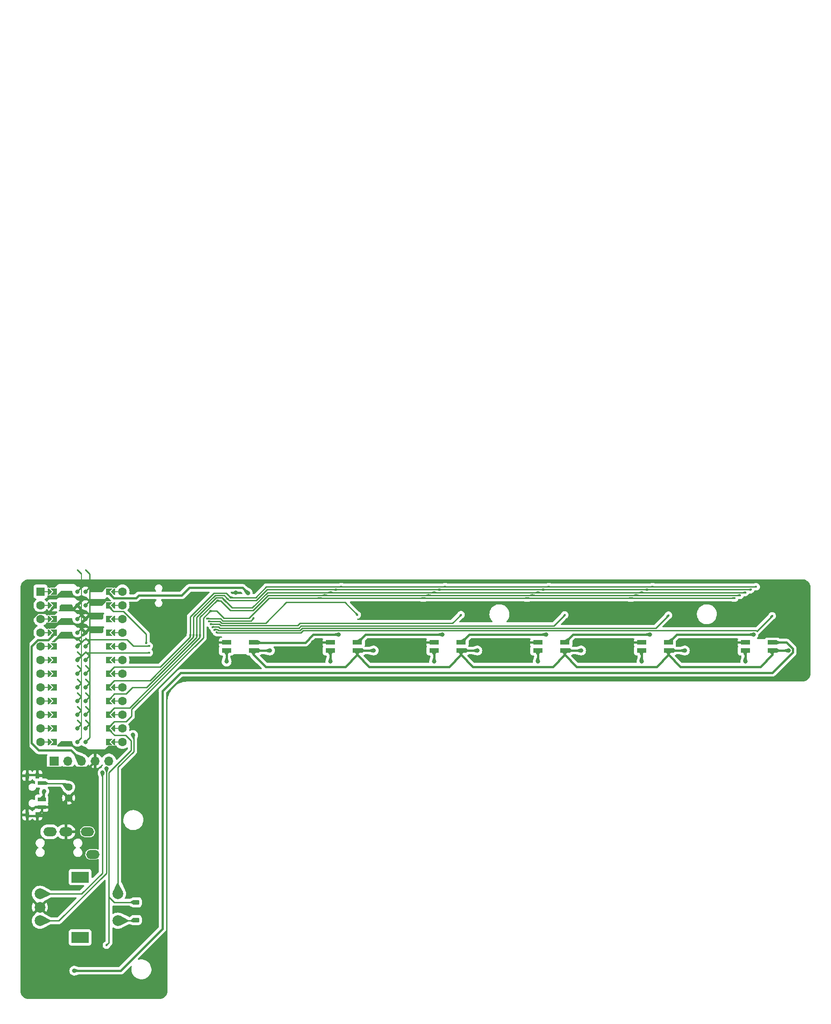
<source format=gtl>
G04 #@! TF.GenerationSoftware,KiCad,Pcbnew,7.0.8*
G04 #@! TF.CreationDate,2023-10-21T22:22:20-07:00*
G04 #@! TF.ProjectId,Seismos_5CoreR,53656973-6d6f-4735-9f35-436f7265522e,rev?*
G04 #@! TF.SameCoordinates,Original*
G04 #@! TF.FileFunction,Copper,L1,Top*
G04 #@! TF.FilePolarity,Positive*
%FSLAX46Y46*%
G04 Gerber Fmt 4.6, Leading zero omitted, Abs format (unit mm)*
G04 Created by KiCad (PCBNEW 7.0.8) date 2023-10-21 22:22:20*
%MOMM*%
%LPD*%
G01*
G04 APERTURE LIST*
G04 Aperture macros list*
%AMRoundRect*
0 Rectangle with rounded corners*
0 $1 Rounding radius*
0 $2 $3 $4 $5 $6 $7 $8 $9 X,Y pos of 4 corners*
0 Add a 4 corners polygon primitive as box body*
4,1,4,$2,$3,$4,$5,$6,$7,$8,$9,$2,$3,0*
0 Add four circle primitives for the rounded corners*
1,1,$1+$1,$2,$3*
1,1,$1+$1,$4,$5*
1,1,$1+$1,$6,$7*
1,1,$1+$1,$8,$9*
0 Add four rect primitives between the rounded corners*
20,1,$1+$1,$2,$3,$4,$5,0*
20,1,$1+$1,$4,$5,$6,$7,0*
20,1,$1+$1,$6,$7,$8,$9,0*
20,1,$1+$1,$8,$9,$2,$3,0*%
%AMFreePoly0*
4,1,5,0.125000,-0.500000,-0.125000,-0.500000,-0.125000,0.500000,0.125000,0.500000,0.125000,-0.500000,0.125000,-0.500000,$1*%
%AMFreePoly1*
4,1,6,0.600000,0.200000,0.000000,-0.400000,-0.600000,0.200000,-0.600000,0.400000,0.600000,0.400000,0.600000,0.200000,0.600000,0.200000,$1*%
%AMFreePoly2*
4,1,6,0.600000,-0.250000,-0.600000,-0.250000,-0.600000,1.000000,0.000000,0.400000,0.600000,1.000000,0.600000,-0.250000,0.600000,-0.250000,$1*%
%AMFreePoly3*
4,1,49,0.088388,4.152388,0.854389,3.386388,0.867767,3.368517,0.871157,3.365580,0.871925,3.362962,0.875711,3.357906,0.882287,3.327671,0.891000,3.298000,0.891000,0.766000,0.887823,0.743906,0.888144,0.739429,0.886835,0.737032,0.885937,0.730783,0.869213,0.704760,0.854389,0.677612,0.088388,-0.088388,0.064431,-0.106321,0.062500,-0.108253,0.061490,-0.108523,0.059906,-0.109710,
0.044798,-0.112996,0.000000,-0.125000,-0.004652,-0.123753,-0.008917,-0.124682,-0.028634,-0.117327,-0.062500,-0.108253,-0.068172,-0.102580,-0.074910,-0.100068,-0.087486,-0.083266,-0.108253,-0.062500,-0.111163,-0.051638,-0.117119,-0.043683,-0.118510,-0.024217,-0.125000,0.000000,-0.121245,0.014013,-0.122144,0.026571,-0.113772,0.041902,-0.108253,0.062500,-0.095631,0.075121,-0.088388,0.088388,
0.641000,0.817776,0.641000,3.246223,-0.088388,3.975612,-0.109710,4.004094,-0.124682,4.072917,-0.100068,4.138910,-0.043683,4.181119,0.026571,4.186144,0.088388,4.152388,0.088388,4.152388,$1*%
%AMFreePoly4*
4,1,49,0.088388,4.152388,0.850389,3.390388,0.863767,3.372517,0.867157,3.369580,0.867925,3.366962,0.871711,3.361906,0.878287,3.331671,0.887000,3.302000,0.887000,0.762000,0.883823,0.739906,0.884144,0.735429,0.882835,0.733032,0.881937,0.726783,0.865213,0.700760,0.850389,0.673612,0.088388,-0.088388,0.064431,-0.106321,0.062500,-0.108253,0.061490,-0.108523,0.059906,-0.109710,
0.044798,-0.112996,0.000000,-0.125000,-0.004652,-0.123753,-0.008917,-0.124682,-0.028634,-0.117327,-0.062500,-0.108253,-0.068172,-0.102580,-0.074910,-0.100068,-0.087486,-0.083266,-0.108253,-0.062500,-0.111163,-0.051638,-0.117119,-0.043683,-0.118510,-0.024217,-0.125000,0.000000,-0.121245,0.014013,-0.122144,0.026571,-0.113772,0.041902,-0.108253,0.062500,-0.095631,0.075121,-0.088388,0.088388,
0.637000,0.813776,0.637000,3.250223,-0.088388,3.975612,-0.109710,4.004094,-0.124682,4.072917,-0.100068,4.138910,-0.043683,4.181119,0.026571,4.186144,0.088388,4.152388,0.088388,4.152388,$1*%
G04 Aperture macros list end*
G04 #@! TA.AperFunction,ComponentPad*
%ADD10C,2.000000*%
G04 #@! TD*
G04 #@! TA.AperFunction,ComponentPad*
%ADD11R,3.200000X2.000000*%
G04 #@! TD*
G04 #@! TA.AperFunction,ComponentPad*
%ADD12O,2.500000X1.700000*%
G04 #@! TD*
G04 #@! TA.AperFunction,ComponentPad*
%ADD13R,1.700000X1.700000*%
G04 #@! TD*
G04 #@! TA.AperFunction,ComponentPad*
%ADD14O,1.700000X1.700000*%
G04 #@! TD*
G04 #@! TA.AperFunction,SMDPad,CuDef*
%ADD15R,1.500000X0.700000*%
G04 #@! TD*
G04 #@! TA.AperFunction,SMDPad,CuDef*
%ADD16R,0.800000X1.000000*%
G04 #@! TD*
G04 #@! TA.AperFunction,ComponentPad*
%ADD17C,1.400000*%
G04 #@! TD*
G04 #@! TA.AperFunction,ComponentPad*
%ADD18C,1.600000*%
G04 #@! TD*
G04 #@! TA.AperFunction,SMDPad,CuDef*
%ADD19FreePoly0,270.000000*%
G04 #@! TD*
G04 #@! TA.AperFunction,SMDPad,CuDef*
%ADD20FreePoly1,270.000000*%
G04 #@! TD*
G04 #@! TA.AperFunction,SMDPad,CuDef*
%ADD21FreePoly1,90.000000*%
G04 #@! TD*
G04 #@! TA.AperFunction,SMDPad,CuDef*
%ADD22FreePoly0,90.000000*%
G04 #@! TD*
G04 #@! TA.AperFunction,ComponentPad*
%ADD23R,1.600000X1.600000*%
G04 #@! TD*
G04 #@! TA.AperFunction,SMDPad,CuDef*
%ADD24FreePoly2,270.000000*%
G04 #@! TD*
G04 #@! TA.AperFunction,SMDPad,CuDef*
%ADD25FreePoly3,270.000000*%
G04 #@! TD*
G04 #@! TA.AperFunction,ComponentPad*
%ADD26C,0.800000*%
G04 #@! TD*
G04 #@! TA.AperFunction,SMDPad,CuDef*
%ADD27FreePoly4,90.000000*%
G04 #@! TD*
G04 #@! TA.AperFunction,SMDPad,CuDef*
%ADD28FreePoly2,90.000000*%
G04 #@! TD*
G04 #@! TA.AperFunction,SMDPad,CuDef*
%ADD29RoundRect,0.225000X-0.375000X0.225000X-0.375000X-0.225000X0.375000X-0.225000X0.375000X0.225000X0*%
G04 #@! TD*
G04 #@! TA.AperFunction,SMDPad,CuDef*
%ADD30R,1.803400X0.812800*%
G04 #@! TD*
G04 #@! TA.AperFunction,ViaPad*
%ADD31C,0.800000*%
G04 #@! TD*
G04 #@! TA.AperFunction,ViaPad*
%ADD32C,0.400000*%
G04 #@! TD*
G04 #@! TA.AperFunction,Conductor*
%ADD33C,0.381000*%
G04 #@! TD*
G04 #@! TA.AperFunction,Conductor*
%ADD34C,0.254000*%
G04 #@! TD*
G04 APERTURE END LIST*
D10*
X33610000Y-78460000D03*
X33610000Y-83460000D03*
X33610000Y-80960000D03*
D11*
X41110000Y-75360000D03*
X41110000Y-86560000D03*
D10*
X48110000Y-83460000D03*
X48110000Y-78460000D03*
D12*
X42470000Y-66925000D03*
X38470000Y-66925000D03*
X35470000Y-66925000D03*
X43470000Y-71125000D03*
D13*
X36284000Y-53766000D03*
D14*
X38824000Y-53766000D03*
X41364000Y-53766000D03*
X43904000Y-53766000D03*
X46444000Y-53766000D03*
D15*
X33950000Y-60882000D03*
D16*
X33165000Y-56482000D03*
X31235000Y-56482000D03*
X33165000Y-63782000D03*
X31235000Y-63782000D03*
D15*
X33950000Y-62382000D03*
X33950000Y-57882000D03*
D17*
X38949500Y-60632000D03*
X38949500Y-58632000D03*
D18*
X48970000Y-22286000D03*
D19*
X47700000Y-22286000D03*
D20*
X47192000Y-22286000D03*
D21*
X35508000Y-22286000D03*
D22*
X35000000Y-22286000D03*
D18*
X33730000Y-22286000D03*
D23*
X33730000Y-22286000D03*
D18*
X48970000Y-24826000D03*
D19*
X47700000Y-24826000D03*
D20*
X47192000Y-24826000D03*
D21*
X35508000Y-24826000D03*
D22*
X35000000Y-24826000D03*
D18*
X33730000Y-24826000D03*
X48970000Y-27366000D03*
D19*
X47700000Y-27366000D03*
D20*
X47192000Y-27366000D03*
D21*
X35508000Y-27366000D03*
D22*
X35000000Y-27366000D03*
D18*
X33730000Y-27366000D03*
X48970000Y-29906000D03*
D19*
X47700000Y-29906000D03*
D20*
X47192000Y-29906000D03*
D21*
X35508000Y-29906000D03*
D22*
X35000000Y-29906000D03*
D18*
X33730000Y-29906000D03*
X48970000Y-32446000D03*
D19*
X47700000Y-32446000D03*
D20*
X47192000Y-32446000D03*
D21*
X35508000Y-32446000D03*
D22*
X35000000Y-32446000D03*
D18*
X33730000Y-32446000D03*
X48970000Y-34986000D03*
D19*
X47700000Y-34986000D03*
D20*
X47192000Y-34986000D03*
D21*
X35508000Y-34986000D03*
D22*
X35000000Y-34986000D03*
D18*
X33730000Y-34986000D03*
X48970000Y-37526000D03*
D19*
X47700000Y-37526000D03*
D20*
X47192000Y-37526000D03*
D21*
X35508000Y-37526000D03*
D22*
X35000000Y-37526000D03*
D18*
X33730000Y-37526000D03*
X48970000Y-40066000D03*
D19*
X47700000Y-40066000D03*
D20*
X47192000Y-40066000D03*
D21*
X35508000Y-40066000D03*
D22*
X35000000Y-40066000D03*
D18*
X33730000Y-40066000D03*
X48970000Y-42606000D03*
D19*
X47700000Y-42606000D03*
D20*
X47192000Y-42606000D03*
D21*
X35508000Y-42606000D03*
D22*
X35000000Y-42606000D03*
D18*
X33730000Y-42606000D03*
X48970000Y-45146000D03*
D19*
X47700000Y-45146000D03*
D20*
X47192000Y-45146000D03*
D21*
X35508000Y-45146000D03*
D22*
X35000000Y-45146000D03*
D18*
X33730000Y-45146000D03*
X48970000Y-47686000D03*
D19*
X47700000Y-47686000D03*
D20*
X47192000Y-47686000D03*
D21*
X35508000Y-47686000D03*
D22*
X35000000Y-47686000D03*
D18*
X33730000Y-47686000D03*
X48970000Y-50226000D03*
D19*
X47700000Y-50226000D03*
D20*
X47192000Y-50226000D03*
D21*
X35508000Y-50226000D03*
D22*
X35000000Y-50226000D03*
D18*
X33730000Y-50226000D03*
D24*
X46176000Y-22286000D03*
D25*
X42112000Y-22286000D03*
D26*
X42112000Y-22286000D03*
D24*
X46176000Y-24826000D03*
D25*
X42112000Y-24826000D03*
D26*
X42112000Y-24826000D03*
D24*
X46176000Y-27366000D03*
D25*
X42112000Y-27366000D03*
D26*
X42112000Y-27366000D03*
D24*
X46176000Y-29906000D03*
D25*
X42112000Y-29906000D03*
D26*
X42112000Y-29906000D03*
D24*
X46176000Y-32446000D03*
D25*
X42112000Y-32446000D03*
D26*
X42112000Y-32446000D03*
D24*
X46176000Y-34986000D03*
D25*
X42112000Y-34986000D03*
D26*
X42112000Y-34986000D03*
D24*
X46176000Y-37526000D03*
D25*
X42112000Y-37526000D03*
D26*
X42112000Y-37526000D03*
D24*
X46176000Y-40066000D03*
D25*
X42112000Y-40066000D03*
D26*
X42112000Y-40066000D03*
D24*
X46176000Y-42606000D03*
D25*
X42112000Y-42606000D03*
D26*
X42112000Y-42606000D03*
D24*
X46176000Y-45146000D03*
D25*
X42112000Y-45146000D03*
D26*
X42112000Y-45146000D03*
D24*
X46176000Y-47686000D03*
D25*
X42112000Y-47686000D03*
D26*
X42112000Y-47686000D03*
D24*
X46176000Y-50226000D03*
D25*
X42112000Y-50226000D03*
D26*
X42112000Y-50226000D03*
D27*
X40588000Y-50226000D03*
D26*
X40588000Y-50226000D03*
D28*
X36524000Y-50226000D03*
D27*
X40588000Y-47686000D03*
D26*
X40588000Y-47686000D03*
D28*
X36524000Y-47686000D03*
D27*
X40588000Y-45146000D03*
D26*
X40588000Y-45146000D03*
D28*
X36524000Y-45146000D03*
D27*
X40588000Y-42606000D03*
D26*
X40588000Y-42606000D03*
D28*
X36524000Y-42606000D03*
D27*
X40588000Y-40066000D03*
D26*
X40588000Y-40066000D03*
D28*
X36524000Y-40066000D03*
D27*
X40588000Y-37526000D03*
D26*
X40588000Y-37526000D03*
D28*
X36524000Y-37526000D03*
D27*
X40588000Y-34986000D03*
D26*
X40588000Y-34986000D03*
D28*
X36524000Y-34986000D03*
D27*
X40588000Y-32446000D03*
D26*
X40588000Y-32446000D03*
D28*
X36524000Y-32446000D03*
D27*
X40588000Y-29906000D03*
D26*
X40588000Y-29906000D03*
D28*
X36524000Y-29906000D03*
D27*
X40588000Y-27366000D03*
D26*
X40588000Y-27366000D03*
D28*
X36524000Y-27366000D03*
D27*
X40588000Y-24826000D03*
D26*
X40588000Y-24826000D03*
D28*
X36524000Y-24826000D03*
D27*
X40588000Y-22286000D03*
D26*
X40588000Y-22286000D03*
D28*
X36524000Y-22286000D03*
D29*
X51500000Y-80050000D03*
X51500000Y-83350000D03*
D30*
X73351900Y-33249300D03*
X73351900Y-31750700D03*
X68348100Y-31750700D03*
X68348100Y-33249300D03*
X169851900Y-33249300D03*
X169851900Y-31750700D03*
X164848100Y-31750700D03*
X164848100Y-33249300D03*
X131251900Y-33249300D03*
X131251900Y-31750700D03*
X126248100Y-31750700D03*
X126248100Y-33249300D03*
X111951900Y-33249300D03*
X111951900Y-31750700D03*
X106948100Y-31750700D03*
X106948100Y-33249300D03*
X150551900Y-33249300D03*
X150551900Y-31750700D03*
X145548100Y-31750700D03*
X145548100Y-33249300D03*
X92651900Y-33249300D03*
X92651900Y-31750700D03*
X87648100Y-31750700D03*
X87648100Y-33249300D03*
D31*
X161600000Y-31750000D03*
X65100000Y-31750000D03*
X62050000Y-23450000D03*
X123000000Y-31750000D03*
X55700000Y-29975000D03*
X70050000Y-22500000D03*
X84400000Y-31750000D03*
X103700000Y-31750000D03*
X142300000Y-31750000D03*
D32*
X108950000Y-21390000D03*
X147550000Y-21390000D03*
X61601491Y-30441891D03*
X69125552Y-23397000D03*
X89650000Y-21390000D03*
X166850000Y-21390000D03*
X128250000Y-21390000D03*
X107950000Y-21916500D03*
X62200994Y-30441891D03*
X68551500Y-23648500D03*
X88650000Y-21916500D03*
X127250000Y-21916500D03*
X165850000Y-21916500D03*
X146550000Y-21916500D03*
X62800497Y-30441891D03*
X164850000Y-22443000D03*
X106950000Y-22443000D03*
X145550000Y-22443000D03*
X126250000Y-22443000D03*
X87650000Y-22443000D03*
X67999119Y-23950881D03*
X144550000Y-22969500D03*
X63400000Y-30441891D03*
X66614674Y-23968516D03*
X125250000Y-22969500D03*
X163850000Y-22969500D03*
X86650000Y-22969500D03*
X105950000Y-22969500D03*
D31*
X172900000Y-33250000D03*
X76400000Y-33250000D03*
X134300000Y-33250000D03*
X115000000Y-33250000D03*
X153600000Y-33250000D03*
X95700000Y-33250000D03*
X72300000Y-22550000D03*
D32*
X64750000Y-27300000D03*
X73350000Y-27250000D03*
X92650000Y-26600000D03*
X65059579Y-27826500D03*
X111950000Y-26600000D03*
X65418966Y-28353000D03*
X131250000Y-26650000D03*
X65766804Y-28879500D03*
X150550000Y-26700000D03*
X66087696Y-29385891D03*
D31*
X50927500Y-48926500D03*
D32*
X66465466Y-29851394D03*
X169850000Y-26800000D03*
D31*
X34400000Y-59400000D03*
X45278634Y-55921350D03*
D32*
X53926500Y-32400000D03*
D31*
X46004645Y-55194858D03*
D32*
X53926500Y-33664000D03*
D31*
X68350000Y-35298800D03*
X89170527Y-30273625D03*
X87650000Y-35298800D03*
X108470527Y-30273625D03*
X106950000Y-35298800D03*
X127770527Y-30273625D03*
X126250000Y-35298800D03*
X147070527Y-30273625D03*
X145550000Y-35298800D03*
X166370527Y-30273625D03*
X164850000Y-35298800D03*
X40000000Y-92750000D03*
D32*
X53400000Y-31873500D03*
X104950000Y-23496000D03*
X162850000Y-23496000D03*
X65337354Y-25887354D03*
X143550000Y-23496000D03*
X124250000Y-23496000D03*
X85650000Y-23496000D03*
X46000000Y-88000000D03*
D33*
X35649500Y-63932000D02*
X33325000Y-63932000D01*
X164847400Y-31750000D02*
X164848100Y-31750700D01*
X68347400Y-31750000D02*
X68348100Y-31750700D01*
X31075000Y-56382000D02*
X31075000Y-63882000D01*
X31800000Y-75600000D02*
X31800000Y-79150000D01*
X145547400Y-31750000D02*
X145548100Y-31750700D01*
X84400000Y-31750000D02*
X87647400Y-31750000D01*
X33800000Y-73600000D02*
X31800000Y-75600000D01*
X38949500Y-60632000D02*
X35649500Y-63932000D01*
X65100000Y-31750000D02*
X68347400Y-31750000D01*
X43904000Y-53766000D02*
X43904000Y-55677500D01*
X42663500Y-55006500D02*
X34606500Y-55006500D01*
X33325000Y-56332000D02*
X43249500Y-56332000D01*
X106947400Y-31750000D02*
X106948100Y-31750700D01*
X43904000Y-53766000D02*
X42663500Y-55006500D01*
X43249500Y-56332000D02*
X43904000Y-55677500D01*
X31800000Y-79150000D02*
X33610000Y-80960000D01*
X33950000Y-62997000D02*
X33165000Y-63782000D01*
X31125000Y-63932000D02*
X31075000Y-63882000D01*
X38470000Y-71125000D02*
X35995000Y-73600000D01*
X123000000Y-31750000D02*
X126247400Y-31750000D01*
X43904000Y-55677500D02*
X38949500Y-60632000D01*
X33950000Y-62382000D02*
X33950000Y-62997000D01*
X38470000Y-61111500D02*
X38949500Y-60632000D01*
X31400000Y-28012378D02*
X33236878Y-26175500D01*
X161600000Y-31750000D02*
X164847400Y-31750000D01*
X38470000Y-71125000D02*
X38470000Y-61111500D01*
X34606500Y-55006500D02*
X31400000Y-51800000D01*
X33325000Y-63932000D02*
X31125000Y-63932000D01*
X87647400Y-31750000D02*
X87648100Y-31750700D01*
X33236878Y-26175500D02*
X35174500Y-26175500D01*
X35995000Y-73600000D02*
X33800000Y-73600000D01*
X126247400Y-31750000D02*
X126248100Y-31750700D01*
X31400000Y-51800000D02*
X31400000Y-28012378D01*
X103700000Y-31750000D02*
X106947400Y-31750000D01*
X33275000Y-56382000D02*
X33325000Y-56332000D01*
X142300000Y-31750000D02*
X145547400Y-31750000D01*
X31075000Y-56382000D02*
X33275000Y-56382000D01*
X35174500Y-26175500D02*
X36524000Y-24826000D01*
D34*
X69125552Y-23397000D02*
X69127368Y-23395184D01*
X73736608Y-23395184D02*
X75741792Y-21390000D01*
X69127368Y-23395184D02*
X73736608Y-23395184D01*
X68262068Y-22533516D02*
X66020983Y-22533516D01*
X66020983Y-22533516D02*
X61601491Y-26953010D01*
X61601491Y-30672353D02*
X55973844Y-36300000D01*
X69125552Y-23397000D02*
X68262068Y-22533516D01*
X47402000Y-36300000D02*
X46176000Y-37526000D01*
X61601491Y-26953010D02*
X61601491Y-30441891D01*
X166850000Y-21390000D02*
X147550000Y-21390000D01*
X108950000Y-21390000D02*
X89650000Y-21390000D01*
X61601491Y-30441891D02*
X61601491Y-30672353D01*
X55973844Y-36300000D02*
X47402000Y-36300000D01*
X75741792Y-21390000D02*
X89650000Y-21390000D01*
X147550000Y-21390000D02*
X128250000Y-21390000D01*
X128250000Y-21390000D02*
X108950000Y-21390000D01*
X75857344Y-21916500D02*
X88650000Y-21916500D01*
X146550000Y-21916500D02*
X165850000Y-21916500D01*
X47442000Y-38800000D02*
X46176000Y-40066000D01*
X66209036Y-22987516D02*
X62200994Y-26995559D01*
X107950000Y-21916500D02*
X127250000Y-21916500D01*
X68551500Y-23648500D02*
X68826500Y-23923500D01*
X68551500Y-23648500D02*
X67890516Y-22987516D01*
X68826500Y-23923500D02*
X73850344Y-23923500D01*
X67890516Y-22987516D02*
X66209036Y-22987516D01*
X62200994Y-26995559D02*
X62200994Y-30441891D01*
X73850344Y-23923500D02*
X75857344Y-21916500D01*
X54115896Y-38800000D02*
X47442000Y-38800000D01*
X127250000Y-21916500D02*
X146550000Y-21916500D01*
X62200994Y-30714902D02*
X54115896Y-38800000D01*
X62200994Y-30441891D02*
X62200994Y-30714902D01*
X88650000Y-21916500D02*
X107950000Y-21916500D01*
X63516605Y-26322000D02*
X63444302Y-26394302D01*
X75972896Y-22443000D02*
X87650000Y-22443000D01*
X47482000Y-41300000D02*
X46176000Y-42606000D01*
X62800497Y-30757451D02*
X53442129Y-40115819D01*
X62800497Y-27038108D02*
X62800497Y-30441891D01*
X69348238Y-25300000D02*
X73115896Y-25300000D01*
X53442129Y-40115819D02*
X50800000Y-40115819D01*
X145550000Y-22443000D02*
X126250000Y-22443000D01*
X67999119Y-23950881D02*
X69348238Y-25300000D01*
X73115896Y-25300000D02*
X75972896Y-22443000D01*
X67999119Y-23950881D02*
X67489754Y-23441516D01*
X49615819Y-41300000D02*
X47482000Y-41300000D01*
X63444302Y-26394302D02*
X62800497Y-27038108D01*
X50800000Y-40115819D02*
X49615819Y-41300000D01*
X126250000Y-22443000D02*
X106950000Y-22443000D01*
X164850000Y-22443000D02*
X145550000Y-22443000D01*
X67489754Y-23441516D02*
X66397088Y-23441516D01*
X66397088Y-23441516D02*
X63444302Y-26394302D01*
X62800497Y-30757451D02*
X62800497Y-30441891D01*
X106950000Y-22443000D02*
X87650000Y-22443000D01*
X66614674Y-23968516D02*
X67268516Y-23968516D01*
X69054000Y-25754000D02*
X73303949Y-25754000D01*
X73303949Y-25754000D02*
X76088448Y-22969500D01*
X63400000Y-30441891D02*
X63400000Y-30800000D01*
X105950000Y-22969500D02*
X125250000Y-22969500D01*
X76088448Y-22969500D02*
X86650000Y-22969500D01*
X67268516Y-23968516D02*
X69054000Y-25754000D01*
X125250000Y-22969500D02*
X144550000Y-22969500D01*
X66614674Y-23968516D02*
X66512141Y-23968516D01*
X63400000Y-27080657D02*
X63400000Y-30441891D01*
X63400000Y-30800000D02*
X50300000Y-43900000D01*
X144550000Y-22969500D02*
X163850000Y-22969500D01*
X86650000Y-22969500D02*
X105950000Y-22969500D01*
X50300000Y-43900000D02*
X47422000Y-43900000D01*
X66512141Y-23968516D02*
X63400000Y-27080657D01*
X47422000Y-43900000D02*
X46176000Y-45146000D01*
D33*
X131248100Y-34000700D02*
X131250000Y-33998800D01*
X92650700Y-33250700D02*
X92650000Y-33250000D01*
X109736700Y-36250700D02*
X94898100Y-36250700D01*
X32000000Y-32492378D02*
X33236878Y-31255500D01*
X167636700Y-36250700D02*
X169850000Y-34037400D01*
X133498100Y-36250700D02*
X131248100Y-34000700D01*
X33400000Y-51800000D02*
X32000000Y-50400000D01*
X94898100Y-36250700D02*
X92648100Y-34000700D01*
X148336700Y-36250700D02*
X150550000Y-34037400D01*
X111950000Y-34037400D02*
X111950000Y-33250000D01*
X129036700Y-36250700D02*
X131250000Y-34037400D01*
X150550000Y-34037400D02*
X150550000Y-33250000D01*
X33236878Y-31255500D02*
X35174500Y-31255500D01*
X73350000Y-33998800D02*
X73350000Y-33250000D01*
X150550000Y-33998800D02*
X150550000Y-33250000D01*
X90436700Y-36250700D02*
X92650000Y-34037400D01*
X129036700Y-36250700D02*
X114198100Y-36250700D01*
X114198100Y-36250700D02*
X111948100Y-34000700D01*
X111948100Y-34000700D02*
X111950000Y-33998800D01*
X92648100Y-34000700D02*
X92650000Y-33998800D01*
X75598100Y-36250700D02*
X73348100Y-34000700D01*
X92650000Y-33998800D02*
X92650000Y-33250000D01*
X169850000Y-34037400D02*
X169850000Y-33250000D01*
X150550700Y-33250700D02*
X150550000Y-33250000D01*
X92650000Y-34037400D02*
X92650000Y-33250000D01*
X76400000Y-33250000D02*
X73350000Y-33250000D01*
X35174500Y-31255500D02*
X36524000Y-29906000D01*
X90436700Y-36250700D02*
X75598100Y-36250700D01*
X169850700Y-33250700D02*
X169850000Y-33250000D01*
X111950700Y-33250700D02*
X111950000Y-33250000D01*
X167636700Y-36250700D02*
X152798100Y-36250700D01*
X152798100Y-36250700D02*
X150548100Y-34000700D01*
X73348100Y-34000700D02*
X73350000Y-33998800D01*
X109736700Y-36250700D02*
X111950000Y-34037400D01*
X172900000Y-33250000D02*
X169850000Y-33250000D01*
X153600000Y-33250000D02*
X150550000Y-33250000D01*
X150548100Y-34000700D02*
X150550000Y-33998800D01*
X41364000Y-53766000D02*
X39398000Y-51800000D01*
X131250000Y-33998800D02*
X131250000Y-33250000D01*
X39398000Y-51800000D02*
X33400000Y-51800000D01*
X95700000Y-33250000D02*
X92650000Y-33250000D01*
X134300000Y-33250000D02*
X131250000Y-33250000D01*
X111950000Y-33998800D02*
X111950000Y-33250000D01*
X131250700Y-33250700D02*
X131250000Y-33250000D01*
X32000000Y-50400000D02*
X32000000Y-32492378D01*
X148336700Y-36250700D02*
X133498100Y-36250700D01*
X115000000Y-33250000D02*
X111950000Y-33250000D01*
X131250000Y-34037400D02*
X131250000Y-33250000D01*
X61410000Y-21590000D02*
X60000000Y-23000000D01*
X71340000Y-21590000D02*
X61410000Y-21590000D01*
X51523500Y-23476500D02*
X47366500Y-23476500D01*
X52000000Y-23000000D02*
X51523500Y-23476500D01*
X72300000Y-22550000D02*
X71340000Y-21590000D01*
X47366500Y-23476500D02*
X46176000Y-22286000D01*
X60000000Y-23000000D02*
X52000000Y-23000000D01*
D34*
X67619571Y-27692000D02*
X67227571Y-27300000D01*
X73350000Y-27250000D02*
X72908000Y-27692000D01*
X72908000Y-27692000D02*
X67619571Y-27692000D01*
X67227571Y-27300000D02*
X64750000Y-27300000D01*
X67112019Y-27826500D02*
X67431519Y-28146000D01*
X65059579Y-27826500D02*
X67112019Y-27826500D01*
X79450000Y-24300000D02*
X90350000Y-24300000D01*
X67431519Y-28146000D02*
X75604000Y-28146000D01*
X90350000Y-24300000D02*
X92650000Y-26600000D01*
X75604000Y-28146000D02*
X79450000Y-24300000D01*
X66996467Y-28353000D02*
X67243467Y-28600000D01*
X110365375Y-28184625D02*
X111950000Y-26600000D01*
X67243467Y-28600000D02*
X81592051Y-28600000D01*
X82007426Y-28184625D02*
X110365375Y-28184625D01*
X81592051Y-28600000D02*
X82007426Y-28184625D01*
X65418966Y-28353000D02*
X66996467Y-28353000D01*
X66860306Y-28858891D02*
X67055414Y-29054000D01*
X81780103Y-29054000D02*
X82195478Y-28638625D01*
X82195478Y-28638625D02*
X129261375Y-28638625D01*
X65766804Y-28879500D02*
X65787413Y-28858891D01*
X67055414Y-29054000D02*
X81780103Y-29054000D01*
X129261375Y-28638625D02*
X131250000Y-26650000D01*
X65787413Y-28858891D02*
X66860306Y-28858891D01*
X66149193Y-29324394D02*
X66683757Y-29324394D01*
X66683757Y-29324394D02*
X66867361Y-29508000D01*
X66867361Y-29508000D02*
X81968155Y-29508000D01*
X148157375Y-29092625D02*
X150550000Y-26700000D01*
X81968155Y-29508000D02*
X82383531Y-29092625D01*
X66087696Y-29385891D02*
X66149193Y-29324394D01*
X82383531Y-29092625D02*
X148157375Y-29092625D01*
X51054000Y-49053000D02*
X51054000Y-51988053D01*
X48110000Y-54932052D02*
X48110000Y-78460000D01*
X66576072Y-29962000D02*
X66465466Y-29851394D01*
X51054000Y-51988053D02*
X48110000Y-54932052D01*
X82188000Y-29962000D02*
X66576072Y-29962000D01*
X169850000Y-26800000D02*
X167000000Y-29650000D01*
X166896625Y-29546625D02*
X82603375Y-29546625D01*
X82603375Y-29546625D02*
X82188000Y-29962000D01*
X50927500Y-48926500D02*
X51054000Y-49053000D01*
X167000000Y-29650000D02*
X166896625Y-29546625D01*
D33*
X34300000Y-59500000D02*
X34400000Y-59400000D01*
X34300000Y-60955000D02*
X34300000Y-59500000D01*
D34*
X45200000Y-55999984D02*
X45200000Y-74600000D01*
X49800000Y-31200000D02*
X41834000Y-31200000D01*
X41340000Y-78460000D02*
X33610000Y-78460000D01*
X45200000Y-74600000D02*
X41340000Y-78460000D01*
X53926500Y-32400000D02*
X51000000Y-32400000D01*
X51000000Y-32400000D02*
X49800000Y-31200000D01*
X45278634Y-55921350D02*
X45200000Y-55999984D01*
X41834000Y-31200000D02*
X40588000Y-32446000D01*
X46004645Y-74595355D02*
X37140000Y-83460000D01*
X41910000Y-33664000D02*
X40588000Y-34986000D01*
X46004645Y-55194858D02*
X46004645Y-74595355D01*
X53926500Y-33664000D02*
X41910000Y-33664000D01*
X37140000Y-83460000D02*
X33610000Y-83460000D01*
D33*
X68350000Y-35298800D02*
X68350000Y-33250000D01*
X68350000Y-33250000D02*
X68348100Y-33248100D01*
X89170527Y-30273625D02*
X84476375Y-30273625D01*
X82975675Y-31774325D02*
X73372427Y-31774325D01*
X84476375Y-30273625D02*
X82975675Y-31774325D01*
X87650000Y-35298800D02*
X87650000Y-33250000D01*
X87650000Y-33250000D02*
X87648100Y-33248100D01*
X94173127Y-30273625D02*
X92672427Y-31774325D01*
X108470527Y-30273625D02*
X94173127Y-30273625D01*
X106950000Y-33250000D02*
X106948100Y-33248100D01*
X106950000Y-35298800D02*
X106950000Y-33250000D01*
X113473127Y-30273625D02*
X111972427Y-31774325D01*
X127770527Y-30273625D02*
X113473127Y-30273625D01*
X126250000Y-33250000D02*
X126248100Y-33248100D01*
X126250000Y-35298800D02*
X126250000Y-33250000D01*
X147070527Y-30273625D02*
X132773127Y-30273625D01*
X132773127Y-30273625D02*
X131272427Y-31774325D01*
X145550000Y-35298800D02*
X145550000Y-33250000D01*
X145550000Y-33250000D02*
X145548100Y-33248100D01*
X166370527Y-30273625D02*
X152073127Y-30273625D01*
X152073127Y-30273625D02*
X150572427Y-31774325D01*
X164850000Y-35298800D02*
X164850000Y-33250000D01*
X164850000Y-33250000D02*
X164848100Y-33248100D01*
X56400000Y-40800000D02*
X59800000Y-37400000D01*
X172518636Y-31750700D02*
X169851900Y-31750700D01*
X173690500Y-33577436D02*
X173690500Y-32922564D01*
X169867936Y-37400000D02*
X173690500Y-33577436D01*
X40000000Y-92750000D02*
X48650000Y-92750000D01*
X48650000Y-92750000D02*
X56400000Y-85000000D01*
X59800000Y-37400000D02*
X169867936Y-37400000D01*
X173690500Y-32922564D02*
X172518636Y-31750700D01*
X56400000Y-85000000D02*
X56400000Y-40800000D01*
D34*
X34300000Y-57955000D02*
X38272500Y-57955000D01*
X38272500Y-57955000D02*
X38949500Y-58632000D01*
X48110000Y-83460000D02*
X51390000Y-83460000D01*
X51390000Y-83460000D02*
X51500000Y-83350000D01*
X49150819Y-25953000D02*
X47303000Y-25953000D01*
X53400000Y-31873500D02*
X53400000Y-30202181D01*
X53400000Y-30202181D02*
X49150819Y-25953000D01*
X47303000Y-25953000D02*
X46176000Y-24826000D01*
X47490000Y-49000000D02*
X46176000Y-47686000D01*
X50600000Y-51800000D02*
X50600000Y-50000000D01*
X46458645Y-87541355D02*
X46458645Y-78750000D01*
X65337354Y-25887354D02*
X63999438Y-27225270D01*
X46458645Y-79058645D02*
X46458645Y-78750000D01*
X47450000Y-80050000D02*
X46458645Y-79058645D01*
X72462000Y-27238000D02*
X76204000Y-23496000D01*
X66456978Y-25887354D02*
X67807624Y-27238000D01*
X46458645Y-55941355D02*
X50600000Y-51800000D01*
X51500000Y-80050000D02*
X47450000Y-80050000D01*
X65337354Y-25887354D02*
X66456978Y-25887354D01*
X50650000Y-44192052D02*
X50650000Y-45450000D01*
X124250000Y-23496000D02*
X104950000Y-23496000D01*
X63999438Y-30842614D02*
X50650000Y-44192052D01*
X63999438Y-27225270D02*
X63999438Y-30842614D01*
X50650000Y-45450000D02*
X49650000Y-46450000D01*
X47412000Y-46450000D02*
X46176000Y-47686000D01*
X143550000Y-23496000D02*
X124250000Y-23496000D01*
X162850000Y-23496000D02*
X143550000Y-23496000D01*
X46458645Y-78750000D02*
X46458645Y-55941355D01*
X49650000Y-46450000D02*
X47412000Y-46450000D01*
X46000000Y-88000000D02*
X46458645Y-87541355D01*
X76204000Y-23496000D02*
X85650000Y-23496000D01*
X50600000Y-50000000D02*
X49600000Y-49000000D01*
X67807624Y-27238000D02*
X72462000Y-27238000D01*
X49600000Y-49000000D02*
X47490000Y-49000000D01*
X104950000Y-23496000D02*
X85650000Y-23496000D01*
G04 #@! TA.AperFunction,Conductor*
G36*
X40373444Y-79115185D02*
G01*
X40419199Y-79167989D01*
X40429143Y-79237147D01*
X40400118Y-79300703D01*
X40394086Y-79307181D01*
X36913086Y-82788181D01*
X36851763Y-82821666D01*
X36825405Y-82824500D01*
X35768677Y-82824500D01*
X35713871Y-82811731D01*
X34538256Y-82232484D01*
X34505381Y-82208934D01*
X33742533Y-81446086D01*
X33752315Y-81444680D01*
X33883100Y-81384952D01*
X33991761Y-81290798D01*
X34069493Y-81169844D01*
X34093076Y-81089524D01*
X34833434Y-81829882D01*
X34933731Y-81676369D01*
X35033587Y-81448717D01*
X35094612Y-81207738D01*
X35094614Y-81207729D01*
X35115141Y-80960005D01*
X35115141Y-80959994D01*
X35094614Y-80712270D01*
X35094612Y-80712261D01*
X35033587Y-80471282D01*
X34933731Y-80243630D01*
X34833434Y-80090116D01*
X34093076Y-80830475D01*
X34069493Y-80750156D01*
X33991761Y-80629202D01*
X33883100Y-80535048D01*
X33752315Y-80475320D01*
X33742533Y-80473913D01*
X34505387Y-79711058D01*
X34538254Y-79687514D01*
X35713868Y-79108268D01*
X35768673Y-79095500D01*
X40306405Y-79095500D01*
X40373444Y-79115185D01*
G37*
G04 #@! TD.AperFunction*
G04 #@! TA.AperFunction,Conductor*
G36*
X39577107Y-50122414D02*
G01*
X39597749Y-50139048D01*
X39642247Y-50183546D01*
X39675732Y-50244869D01*
X39677887Y-50258265D01*
X39694458Y-50415928D01*
X39694459Y-50415931D01*
X39753470Y-50597549D01*
X39753473Y-50597556D01*
X39848960Y-50762944D01*
X39900775Y-50820490D01*
X39972239Y-50899860D01*
X39976747Y-50904866D01*
X40131248Y-51017118D01*
X40305712Y-51094794D01*
X40492513Y-51134500D01*
X40683487Y-51134500D01*
X40870288Y-51094794D01*
X41044752Y-51017118D01*
X41199253Y-50904866D01*
X41257850Y-50839786D01*
X41317336Y-50803138D01*
X41387193Y-50804468D01*
X41442150Y-50839787D01*
X41496239Y-50899860D01*
X41500747Y-50904866D01*
X41655248Y-51017118D01*
X41829712Y-51094794D01*
X42016513Y-51134500D01*
X42065839Y-51134500D01*
X42132878Y-51154185D01*
X42153519Y-51170818D01*
X42291984Y-51309284D01*
X42372619Y-51389919D01*
X42389249Y-51410554D01*
X42391295Y-51413737D01*
X42428152Y-51445673D01*
X42431384Y-51448682D01*
X42435851Y-51453149D01*
X42435851Y-51453150D01*
X42439060Y-51456359D01*
X42447761Y-51462872D01*
X42451195Y-51465639D01*
X42488822Y-51498243D01*
X42501805Y-51509493D01*
X42563545Y-51549171D01*
X42563549Y-51549173D01*
X42563555Y-51549177D01*
X42574164Y-51554022D01*
X42578098Y-51555991D01*
X42599930Y-51567910D01*
X42604143Y-51570210D01*
X42631904Y-51580562D01*
X42635962Y-51582243D01*
X42662888Y-51594540D01*
X42696560Y-51609918D01*
X42696561Y-51609918D01*
X42696563Y-51609919D01*
X42704911Y-51611119D01*
X42706245Y-51611311D01*
X42731930Y-51617866D01*
X42735817Y-51619315D01*
X42741109Y-51621289D01*
X42769434Y-51623314D01*
X42807607Y-51626044D01*
X42811994Y-51626515D01*
X42836078Y-51629978D01*
X42841296Y-51630729D01*
X42870890Y-51630729D01*
X42875313Y-51630886D01*
X42886960Y-51631720D01*
X42898607Y-51630886D01*
X42903030Y-51630729D01*
X45334005Y-51630729D01*
X45360363Y-51633563D01*
X45364050Y-51634365D01*
X45412686Y-51630886D01*
X45417107Y-51630729D01*
X45428002Y-51630729D01*
X45428005Y-51630729D01*
X45438791Y-51629176D01*
X45443169Y-51628706D01*
X45509900Y-51623935D01*
X45532633Y-51618990D01*
X45532632Y-51618989D01*
X45573649Y-51610068D01*
X45574339Y-51609918D01*
X45581617Y-51608335D01*
X45581710Y-51608315D01*
X45592768Y-51604188D01*
X45596982Y-51602785D01*
X45620478Y-51595890D01*
X45620479Y-51595891D01*
X45625083Y-51594540D01*
X45625178Y-51594512D01*
X45652113Y-51582209D01*
X45656148Y-51580537D01*
X45718706Y-51557195D01*
X45726507Y-51551352D01*
X45749325Y-51537811D01*
X45758185Y-51533766D01*
X45808628Y-51490054D01*
X45812055Y-51487292D01*
X45835750Y-51469550D01*
X45839144Y-51466155D01*
X45839143Y-51466154D01*
X45856586Y-51448707D01*
X45859823Y-51445692D01*
X45868691Y-51438009D01*
X45876359Y-51429158D01*
X45879330Y-51425966D01*
X46340510Y-50964788D01*
X46401833Y-50931303D01*
X46428191Y-50928469D01*
X47176002Y-50928469D01*
X47215208Y-50920670D01*
X47215208Y-50920669D01*
X47215213Y-50920669D01*
X47215217Y-50920666D01*
X47226493Y-50915996D01*
X47226924Y-50917038D01*
X47281788Y-50899860D01*
X47341415Y-50916218D01*
X47341507Y-50915996D01*
X47343274Y-50916728D01*
X47349168Y-50918345D01*
X47352774Y-50920663D01*
X47352784Y-50920667D01*
X47352787Y-50920669D01*
X47352790Y-50920669D01*
X47352791Y-50920670D01*
X47391997Y-50928469D01*
X47392000Y-50928469D01*
X47592002Y-50928469D01*
X47631208Y-50920670D01*
X47631208Y-50920669D01*
X47631213Y-50920669D01*
X47664457Y-50898457D01*
X47664457Y-50898456D01*
X47674614Y-50891671D01*
X47675797Y-50893441D01*
X47723190Y-50867563D01*
X47749548Y-50864729D01*
X47755309Y-50864729D01*
X47822348Y-50884414D01*
X47856882Y-50917603D01*
X47963802Y-51070300D01*
X48125700Y-51232198D01*
X48313251Y-51363523D01*
X48414112Y-51410555D01*
X48520750Y-51460281D01*
X48520752Y-51460281D01*
X48520757Y-51460284D01*
X48741913Y-51519543D01*
X48904483Y-51533766D01*
X48969998Y-51539498D01*
X48970000Y-51539498D01*
X48970002Y-51539498D01*
X49035517Y-51533766D01*
X49198087Y-51519543D01*
X49419243Y-51460284D01*
X49626749Y-51363523D01*
X49769379Y-51263651D01*
X49835582Y-51241326D01*
X49903349Y-51258336D01*
X49951163Y-51309284D01*
X49964500Y-51365228D01*
X49964500Y-51485404D01*
X49944815Y-51552443D01*
X49928181Y-51573085D01*
X47977445Y-53523820D01*
X47916122Y-53557305D01*
X47846430Y-53552321D01*
X47790497Y-53510449D01*
X47769558Y-53466579D01*
X47733296Y-53323385D01*
X47642859Y-53117207D01*
X47519723Y-52928734D01*
X47519715Y-52928723D01*
X47367243Y-52763097D01*
X47367238Y-52763092D01*
X47189577Y-52624812D01*
X47189572Y-52624808D01*
X46991580Y-52517661D01*
X46991577Y-52517659D01*
X46991574Y-52517658D01*
X46991571Y-52517657D01*
X46991569Y-52517656D01*
X46778637Y-52444556D01*
X46556569Y-52407500D01*
X46331431Y-52407500D01*
X46109362Y-52444556D01*
X45896430Y-52517656D01*
X45896419Y-52517661D01*
X45698427Y-52624808D01*
X45698422Y-52624812D01*
X45520761Y-52763092D01*
X45520756Y-52763097D01*
X45368284Y-52928723D01*
X45368276Y-52928734D01*
X45274251Y-53072650D01*
X45221105Y-53118007D01*
X45151873Y-53127430D01*
X45088538Y-53097928D01*
X45068868Y-53075951D01*
X44942113Y-52894926D01*
X44942108Y-52894920D01*
X44775082Y-52727894D01*
X44581578Y-52592399D01*
X44367492Y-52492570D01*
X44367486Y-52492567D01*
X44154000Y-52435364D01*
X44154000Y-53330498D01*
X44046315Y-53281320D01*
X43939763Y-53266000D01*
X43868237Y-53266000D01*
X43761685Y-53281320D01*
X43654000Y-53330498D01*
X43654000Y-52435364D01*
X43653999Y-52435364D01*
X43440513Y-52492567D01*
X43440507Y-52492570D01*
X43226422Y-52592399D01*
X43226420Y-52592400D01*
X43032926Y-52727886D01*
X43032920Y-52727891D01*
X42865891Y-52894920D01*
X42865890Y-52894922D01*
X42739131Y-53075952D01*
X42684554Y-53119577D01*
X42615055Y-53126769D01*
X42552701Y-53095247D01*
X42533752Y-53072656D01*
X42439722Y-52928732D01*
X42439715Y-52928725D01*
X42439715Y-52928723D01*
X42287243Y-52763097D01*
X42287238Y-52763092D01*
X42109577Y-52624812D01*
X42109572Y-52624808D01*
X41911579Y-52517660D01*
X41911575Y-52517658D01*
X41911574Y-52517658D01*
X41893951Y-52511607D01*
X41872624Y-52501947D01*
X41867310Y-52498905D01*
X41867304Y-52498902D01*
X41867303Y-52498902D01*
X41400678Y-52314120D01*
X40596702Y-51995748D01*
X40554675Y-51968139D01*
X40541690Y-51955154D01*
X39908505Y-51321969D01*
X39905971Y-51319277D01*
X39864927Y-51272948D01*
X39864926Y-51272947D01*
X39864925Y-51272946D01*
X39814003Y-51237797D01*
X39810988Y-51235578D01*
X39762272Y-51197414D01*
X39753080Y-51193277D01*
X39733532Y-51182252D01*
X39725226Y-51176519D01*
X39725225Y-51176518D01*
X39667364Y-51154574D01*
X39663904Y-51153141D01*
X39607485Y-51127750D01*
X39607483Y-51127749D01*
X39597557Y-51125929D01*
X39575949Y-51119906D01*
X39566510Y-51116327D01*
X39505078Y-51108867D01*
X39501378Y-51108304D01*
X39460902Y-51100887D01*
X39440516Y-51097151D01*
X39440512Y-51097150D01*
X39378748Y-51100887D01*
X39375004Y-51101000D01*
X36943110Y-51101000D01*
X36876071Y-51081315D01*
X36830316Y-51028511D01*
X36820372Y-50959353D01*
X36840006Y-50908112D01*
X36850991Y-50891671D01*
X36868669Y-50865213D01*
X36876469Y-50826000D01*
X36876469Y-50820490D01*
X36896154Y-50753451D01*
X36926159Y-50721222D01*
X36949696Y-50703603D01*
X37514252Y-50139048D01*
X37575575Y-50105563D01*
X37601933Y-50102729D01*
X39510068Y-50102729D01*
X39577107Y-50122414D01*
G37*
G04 #@! TD.AperFunction*
G04 #@! TA.AperFunction,Conductor*
G36*
X65134444Y-22308685D02*
G01*
X65180199Y-22361489D01*
X65190143Y-22430647D01*
X65161118Y-22494203D01*
X65155086Y-22500681D01*
X61211412Y-26444354D01*
X61199022Y-26454282D01*
X61199193Y-26454489D01*
X61193187Y-26459457D01*
X61168533Y-26485711D01*
X61145065Y-26510702D01*
X61137994Y-26517772D01*
X61123856Y-26531910D01*
X61123854Y-26531912D01*
X61119499Y-26537526D01*
X61115709Y-26541963D01*
X61083273Y-26576504D01*
X61083272Y-26576506D01*
X61073391Y-26594478D01*
X61062716Y-26610729D01*
X61050143Y-26626939D01*
X61050140Y-26626943D01*
X61031318Y-26670438D01*
X61028748Y-26675684D01*
X61005921Y-26717207D01*
X61000820Y-26737074D01*
X60994521Y-26755472D01*
X60986375Y-26774297D01*
X60986372Y-26774306D01*
X60978960Y-26821108D01*
X60977775Y-26826830D01*
X60965991Y-26872721D01*
X60965991Y-26893235D01*
X60964464Y-26912634D01*
X60961449Y-26931673D01*
X60961256Y-26932889D01*
X60964699Y-26969314D01*
X60965716Y-26980069D01*
X60965991Y-26985907D01*
X60965991Y-29956797D01*
X60963976Y-29979060D01*
X60914707Y-30249015D01*
X60908672Y-30270702D01*
X60908527Y-30271083D01*
X60908526Y-30271086D01*
X60904466Y-30304525D01*
X60903910Y-30308182D01*
X60896805Y-30347117D01*
X60893725Y-30369548D01*
X60892494Y-30382842D01*
X60892569Y-30398446D01*
X60892117Y-30406231D01*
X60890592Y-30418779D01*
X60890045Y-30422392D01*
X60887926Y-30434043D01*
X60887683Y-30440588D01*
X60865520Y-30506850D01*
X60851450Y-30523659D01*
X55746930Y-35628181D01*
X55685607Y-35661666D01*
X55659249Y-35664500D01*
X50292021Y-35664500D01*
X50224982Y-35644815D01*
X50179227Y-35592011D01*
X50169283Y-35522853D01*
X50179638Y-35488096D01*
X50181796Y-35483468D01*
X50204284Y-35435243D01*
X50263543Y-35214087D01*
X50282378Y-34998797D01*
X50283498Y-34986001D01*
X50283498Y-34985998D01*
X50263543Y-34757918D01*
X50263543Y-34757913D01*
X50204284Y-34536757D01*
X50175907Y-34475903D01*
X50165416Y-34406827D01*
X50193936Y-34343043D01*
X50252412Y-34304804D01*
X50288290Y-34299500D01*
X53441414Y-34299500D01*
X53463676Y-34301515D01*
X53515430Y-34310960D01*
X53803962Y-34363617D01*
X53807601Y-34364397D01*
X53831335Y-34370247D01*
X53840470Y-34372500D01*
X53840472Y-34372500D01*
X53859245Y-34372500D01*
X53864990Y-34372766D01*
X53867236Y-34372976D01*
X53951192Y-34372583D01*
X53969130Y-34372500D01*
X54012528Y-34372500D01*
X54179579Y-34331326D01*
X54179579Y-34331325D01*
X54179583Y-34331325D01*
X54331930Y-34251367D01*
X54460715Y-34137273D01*
X54558454Y-33995675D01*
X54619465Y-33834801D01*
X54640204Y-33664000D01*
X54639574Y-33658807D01*
X54619465Y-33493198D01*
X54558454Y-33332326D01*
X54558454Y-33332325D01*
X54460715Y-33190727D01*
X54460713Y-33190725D01*
X54460710Y-33190722D01*
X54386316Y-33124815D01*
X54349189Y-33065626D01*
X54349957Y-32995761D01*
X54386316Y-32939185D01*
X54448865Y-32883771D01*
X54460715Y-32873273D01*
X54558454Y-32731675D01*
X54619465Y-32570801D01*
X54640204Y-32400000D01*
X54639938Y-32397805D01*
X54619465Y-32229198D01*
X54560775Y-32074446D01*
X54558454Y-32068325D01*
X54460715Y-31926727D01*
X54460713Y-31926725D01*
X54460710Y-31926722D01*
X54331932Y-31812634D01*
X54240220Y-31764500D01*
X54179583Y-31732675D01*
X54179580Y-31732674D01*
X54179576Y-31732672D01*
X54170259Y-31730376D01*
X54109879Y-31695219D01*
X54078091Y-31633000D01*
X54077951Y-31632242D01*
X54037515Y-31410672D01*
X54035500Y-31388410D01*
X54035500Y-30286031D01*
X54037241Y-30270257D01*
X54036974Y-30270232D01*
X54037708Y-30262464D01*
X54036324Y-30218443D01*
X54035500Y-30192209D01*
X54035500Y-30162198D01*
X54034611Y-30155161D01*
X54034152Y-30149333D01*
X54032664Y-30101976D01*
X54029425Y-30090827D01*
X54026942Y-30082281D01*
X54022999Y-30063248D01*
X54020427Y-30042882D01*
X54002976Y-29998808D01*
X54001087Y-29993288D01*
X53987867Y-29947785D01*
X53977431Y-29930141D01*
X53968870Y-29912666D01*
X53961319Y-29893593D01*
X53933445Y-29855227D01*
X53930254Y-29850368D01*
X53906136Y-29809585D01*
X53906129Y-29809576D01*
X53891633Y-29795080D01*
X53878995Y-29780284D01*
X53877405Y-29778095D01*
X53866942Y-29763694D01*
X53830422Y-29733482D01*
X53826100Y-29729548D01*
X49959206Y-25862654D01*
X49925721Y-25801331D01*
X49930705Y-25731639D01*
X49959206Y-25687292D01*
X49959835Y-25686663D01*
X49976198Y-25670300D01*
X50107523Y-25482749D01*
X50204284Y-25275243D01*
X50263543Y-25054087D01*
X50281081Y-24853621D01*
X50283498Y-24826001D01*
X50283498Y-24825998D01*
X50275867Y-24738777D01*
X50263543Y-24597913D01*
X50204284Y-24376757D01*
X50192694Y-24351903D01*
X50182203Y-24282828D01*
X50210722Y-24219044D01*
X50269199Y-24180804D01*
X50305077Y-24175500D01*
X51500504Y-24175500D01*
X51504248Y-24175613D01*
X51566013Y-24179349D01*
X51566013Y-24179348D01*
X51566015Y-24179349D01*
X51587017Y-24175500D01*
X51626883Y-24168194D01*
X51630581Y-24167631D01*
X51692010Y-24160173D01*
X51701449Y-24156592D01*
X51723060Y-24150569D01*
X51732983Y-24148751D01*
X51789425Y-24123347D01*
X51792838Y-24121933D01*
X51850727Y-24099980D01*
X51859033Y-24094245D01*
X51878578Y-24083222D01*
X51887775Y-24079084D01*
X51936499Y-24040910D01*
X51939491Y-24038709D01*
X51990427Y-24003552D01*
X52031487Y-23957203D01*
X52033990Y-23954544D01*
X52253218Y-23735316D01*
X52314540Y-23701834D01*
X52340898Y-23699000D01*
X55168723Y-23699000D01*
X55235762Y-23718685D01*
X55281517Y-23771489D01*
X55291461Y-23840647D01*
X55262436Y-23904203D01*
X55249608Y-23915692D01*
X55250185Y-23916343D01*
X55244574Y-23921313D01*
X55131763Y-24048650D01*
X55052710Y-24199273D01*
X55012000Y-24364444D01*
X55012000Y-24534555D01*
X55052710Y-24699726D01*
X55131763Y-24850349D01*
X55131766Y-24850352D01*
X55244571Y-24977683D01*
X55309637Y-25022595D01*
X55384568Y-25074317D01*
X55384569Y-25074317D01*
X55384570Y-25074318D01*
X55543628Y-25134640D01*
X55619528Y-25143856D01*
X55670126Y-25150000D01*
X55670128Y-25150000D01*
X55754874Y-25150000D01*
X55797038Y-25144880D01*
X55881372Y-25134640D01*
X56040430Y-25074318D01*
X56180429Y-24977683D01*
X56293234Y-24850352D01*
X56309172Y-24819986D01*
X56336991Y-24766980D01*
X56372290Y-24699725D01*
X56413000Y-24534556D01*
X56413000Y-24364444D01*
X56372290Y-24199275D01*
X56361832Y-24179349D01*
X56293236Y-24048650D01*
X56226369Y-23973173D01*
X56180429Y-23921317D01*
X56180427Y-23921316D01*
X56180425Y-23921313D01*
X56174815Y-23916343D01*
X56176886Y-23914004D01*
X56141848Y-23870771D01*
X56134186Y-23801323D01*
X56165287Y-23738757D01*
X56225277Y-23702938D01*
X56256277Y-23699000D01*
X59977004Y-23699000D01*
X59980748Y-23699113D01*
X60042513Y-23702849D01*
X60042513Y-23702848D01*
X60042515Y-23702849D01*
X60063517Y-23699000D01*
X60103383Y-23691694D01*
X60107081Y-23691131D01*
X60168510Y-23683673D01*
X60177949Y-23680092D01*
X60199560Y-23674069D01*
X60209483Y-23672251D01*
X60265925Y-23646847D01*
X60269338Y-23645433D01*
X60327227Y-23623480D01*
X60335533Y-23617745D01*
X60355078Y-23606722D01*
X60364275Y-23602584D01*
X60412999Y-23564410D01*
X60415991Y-23562209D01*
X60466927Y-23527052D01*
X60507987Y-23480703D01*
X60510506Y-23478028D01*
X61663216Y-22325319D01*
X61724539Y-22291834D01*
X61750897Y-22289000D01*
X65067405Y-22289000D01*
X65134444Y-22308685D01*
G37*
G04 #@! TD.AperFunction*
G04 #@! TA.AperFunction,Conductor*
G36*
X86239825Y-30992310D02*
G01*
X86285580Y-31045114D01*
X86295524Y-31114272D01*
X86288968Y-31139958D01*
X86252803Y-31236920D01*
X86252801Y-31236927D01*
X86246400Y-31296455D01*
X86246400Y-31500700D01*
X87774100Y-31500700D01*
X87841139Y-31520385D01*
X87886894Y-31573189D01*
X87898100Y-31624700D01*
X87898100Y-31876700D01*
X87878415Y-31943739D01*
X87825611Y-31989494D01*
X87774100Y-32000700D01*
X86246400Y-32000700D01*
X86246400Y-32204944D01*
X86252801Y-32264472D01*
X86252803Y-32264479D01*
X86303045Y-32399186D01*
X86303048Y-32399192D01*
X86317577Y-32418600D01*
X86341993Y-32484064D01*
X86327141Y-32552337D01*
X86317578Y-32567217D01*
X86295512Y-32596693D01*
X86295510Y-32596699D01*
X86244411Y-32733695D01*
X86244411Y-32733697D01*
X86237900Y-32794245D01*
X86237900Y-33704354D01*
X86244411Y-33764902D01*
X86244411Y-33764904D01*
X86284480Y-33872329D01*
X86295511Y-33901904D01*
X86383139Y-34018961D01*
X86500196Y-34106589D01*
X86615349Y-34149539D01*
X86637193Y-34157687D01*
X86637199Y-34157689D01*
X86664450Y-34160618D01*
X86697745Y-34164199D01*
X86697762Y-34164200D01*
X86827000Y-34164200D01*
X86894039Y-34183885D01*
X86939794Y-34236689D01*
X86951000Y-34288200D01*
X86951000Y-34394143D01*
X86946507Y-34427218D01*
X86925167Y-34504322D01*
X86788307Y-34998804D01*
X86782695Y-35020991D01*
X86781854Y-35026037D01*
X86781139Y-35025917D01*
X86777449Y-35044266D01*
X86756460Y-35108865D01*
X86756458Y-35108870D01*
X86745399Y-35214089D01*
X86736496Y-35298800D01*
X86748681Y-35414739D01*
X86736113Y-35483468D01*
X86688381Y-35534492D01*
X86625361Y-35551700D01*
X75938997Y-35551700D01*
X75871958Y-35532015D01*
X75851316Y-35515381D01*
X74580922Y-34244986D01*
X74547437Y-34183663D01*
X74552421Y-34113971D01*
X74594293Y-34058038D01*
X74610571Y-34047722D01*
X74722851Y-33988268D01*
X74769786Y-33963415D01*
X74827813Y-33949000D01*
X75495346Y-33949000D01*
X75528421Y-33953492D01*
X76095740Y-34110511D01*
X76113083Y-34116733D01*
X76117712Y-34118794D01*
X76304513Y-34158500D01*
X76495487Y-34158500D01*
X76682288Y-34118794D01*
X76856752Y-34041118D01*
X77011253Y-33928866D01*
X77139040Y-33786944D01*
X77234527Y-33621556D01*
X77293542Y-33439928D01*
X77313504Y-33250000D01*
X77293542Y-33060072D01*
X77234527Y-32878444D01*
X77139040Y-32713056D01*
X77109544Y-32680297D01*
X77079314Y-32617305D01*
X77087940Y-32547970D01*
X77132681Y-32494304D01*
X77199334Y-32473347D01*
X77201694Y-32473325D01*
X82952679Y-32473325D01*
X82956423Y-32473438D01*
X83018188Y-32477174D01*
X83018188Y-32477173D01*
X83018190Y-32477174D01*
X83039192Y-32473325D01*
X83079058Y-32466019D01*
X83082756Y-32465456D01*
X83144185Y-32457998D01*
X83153624Y-32454417D01*
X83175235Y-32448394D01*
X83185158Y-32446576D01*
X83241600Y-32421172D01*
X83245013Y-32419758D01*
X83302902Y-32397805D01*
X83311208Y-32392070D01*
X83330753Y-32381047D01*
X83339950Y-32376909D01*
X83388674Y-32338735D01*
X83391666Y-32336534D01*
X83442602Y-32301377D01*
X83483662Y-32255028D01*
X83486181Y-32252353D01*
X84729591Y-31008944D01*
X84790914Y-30975459D01*
X84817272Y-30972625D01*
X86172786Y-30972625D01*
X86239825Y-30992310D01*
G37*
G04 #@! TD.AperFunction*
G04 #@! TA.AperFunction,Conductor*
G36*
X105539825Y-30992310D02*
G01*
X105585580Y-31045114D01*
X105595524Y-31114272D01*
X105588968Y-31139958D01*
X105552803Y-31236920D01*
X105552801Y-31236927D01*
X105546400Y-31296455D01*
X105546400Y-31500700D01*
X107074100Y-31500700D01*
X107141139Y-31520385D01*
X107186894Y-31573189D01*
X107198100Y-31624700D01*
X107198100Y-31876700D01*
X107178415Y-31943739D01*
X107125611Y-31989494D01*
X107074100Y-32000700D01*
X105546400Y-32000700D01*
X105546400Y-32204944D01*
X105552801Y-32264472D01*
X105552803Y-32264479D01*
X105603045Y-32399186D01*
X105603048Y-32399192D01*
X105617577Y-32418600D01*
X105641993Y-32484064D01*
X105627141Y-32552337D01*
X105617578Y-32567217D01*
X105595512Y-32596693D01*
X105595510Y-32596699D01*
X105544411Y-32733695D01*
X105544411Y-32733697D01*
X105537900Y-32794245D01*
X105537900Y-33704354D01*
X105544411Y-33764902D01*
X105544411Y-33764904D01*
X105584480Y-33872329D01*
X105595511Y-33901904D01*
X105683139Y-34018961D01*
X105800196Y-34106589D01*
X105915349Y-34149539D01*
X105937193Y-34157687D01*
X105937199Y-34157689D01*
X105964450Y-34160618D01*
X105997745Y-34164199D01*
X105997762Y-34164200D01*
X106127000Y-34164200D01*
X106194039Y-34183885D01*
X106239794Y-34236689D01*
X106251000Y-34288200D01*
X106251000Y-34394143D01*
X106246507Y-34427218D01*
X106225167Y-34504322D01*
X106088307Y-34998804D01*
X106082695Y-35020991D01*
X106081854Y-35026037D01*
X106081139Y-35025917D01*
X106077449Y-35044266D01*
X106056460Y-35108865D01*
X106056458Y-35108870D01*
X106045399Y-35214089D01*
X106036496Y-35298800D01*
X106048681Y-35414739D01*
X106036113Y-35483468D01*
X105988381Y-35534492D01*
X105925361Y-35551700D01*
X95238997Y-35551700D01*
X95171958Y-35532015D01*
X95151316Y-35515381D01*
X93880922Y-34244986D01*
X93847437Y-34183663D01*
X93852421Y-34113971D01*
X93894293Y-34058038D01*
X93910571Y-34047722D01*
X94022851Y-33988268D01*
X94069786Y-33963415D01*
X94127813Y-33949000D01*
X94795346Y-33949000D01*
X94828421Y-33953492D01*
X95395740Y-34110511D01*
X95413083Y-34116733D01*
X95417712Y-34118794D01*
X95604513Y-34158500D01*
X95795487Y-34158500D01*
X95982288Y-34118794D01*
X96156752Y-34041118D01*
X96311253Y-33928866D01*
X96439040Y-33786944D01*
X96534527Y-33621556D01*
X96593542Y-33439928D01*
X96613504Y-33250000D01*
X96593542Y-33060072D01*
X96534527Y-32878444D01*
X96439040Y-32713056D01*
X96313177Y-32573271D01*
X96311254Y-32571135D01*
X96310795Y-32570801D01*
X96156752Y-32458882D01*
X95982288Y-32381206D01*
X95982286Y-32381205D01*
X95795487Y-32341500D01*
X95604513Y-32341500D01*
X95417713Y-32381205D01*
X95417700Y-32381210D01*
X95413081Y-32383266D01*
X95395740Y-32389486D01*
X94940911Y-32515372D01*
X94828417Y-32546507D01*
X94795342Y-32551000D01*
X94128370Y-32551000D01*
X94069999Y-32536402D01*
X94069686Y-32536235D01*
X94019805Y-32487310D01*
X94004293Y-32419184D01*
X94011876Y-32383498D01*
X94012730Y-32381210D01*
X94055589Y-32266301D01*
X94060242Y-32223020D01*
X94062099Y-32205754D01*
X94062100Y-32205737D01*
X94062100Y-31424548D01*
X94081785Y-31357509D01*
X94098419Y-31336867D01*
X94426343Y-31008944D01*
X94487666Y-30975459D01*
X94514024Y-30972625D01*
X105472786Y-30972625D01*
X105539825Y-30992310D01*
G37*
G04 #@! TD.AperFunction*
G04 #@! TA.AperFunction,Conductor*
G36*
X124839825Y-30992310D02*
G01*
X124885580Y-31045114D01*
X124895524Y-31114272D01*
X124888968Y-31139958D01*
X124852803Y-31236920D01*
X124852801Y-31236927D01*
X124846400Y-31296455D01*
X124846400Y-31500700D01*
X126374100Y-31500700D01*
X126441139Y-31520385D01*
X126486894Y-31573189D01*
X126498100Y-31624700D01*
X126498100Y-31876700D01*
X126478415Y-31943739D01*
X126425611Y-31989494D01*
X126374100Y-32000700D01*
X124846400Y-32000700D01*
X124846400Y-32204944D01*
X124852801Y-32264472D01*
X124852803Y-32264479D01*
X124903045Y-32399186D01*
X124903048Y-32399192D01*
X124917577Y-32418600D01*
X124941993Y-32484064D01*
X124927141Y-32552337D01*
X124917578Y-32567217D01*
X124895512Y-32596693D01*
X124895510Y-32596699D01*
X124844411Y-32733695D01*
X124844411Y-32733697D01*
X124837900Y-32794245D01*
X124837900Y-33704354D01*
X124844411Y-33764902D01*
X124844411Y-33764904D01*
X124884480Y-33872329D01*
X124895511Y-33901904D01*
X124983139Y-34018961D01*
X125100196Y-34106589D01*
X125215349Y-34149539D01*
X125237193Y-34157687D01*
X125237199Y-34157689D01*
X125264450Y-34160618D01*
X125297745Y-34164199D01*
X125297762Y-34164200D01*
X125427000Y-34164200D01*
X125494039Y-34183885D01*
X125539794Y-34236689D01*
X125551000Y-34288200D01*
X125551000Y-34394143D01*
X125546507Y-34427218D01*
X125525167Y-34504322D01*
X125388307Y-34998804D01*
X125382695Y-35020991D01*
X125381854Y-35026037D01*
X125381139Y-35025917D01*
X125377449Y-35044266D01*
X125356460Y-35108865D01*
X125356458Y-35108870D01*
X125345399Y-35214089D01*
X125336496Y-35298800D01*
X125348681Y-35414739D01*
X125336113Y-35483468D01*
X125288381Y-35534492D01*
X125225361Y-35551700D01*
X114538997Y-35551700D01*
X114471958Y-35532015D01*
X114451316Y-35515381D01*
X113180922Y-34244986D01*
X113147437Y-34183663D01*
X113152421Y-34113971D01*
X113194293Y-34058038D01*
X113210571Y-34047722D01*
X113322851Y-33988268D01*
X113369786Y-33963415D01*
X113427813Y-33949000D01*
X114095346Y-33949000D01*
X114128421Y-33953492D01*
X114695740Y-34110511D01*
X114713083Y-34116733D01*
X114717712Y-34118794D01*
X114904513Y-34158500D01*
X115095487Y-34158500D01*
X115282288Y-34118794D01*
X115456752Y-34041118D01*
X115611253Y-33928866D01*
X115739040Y-33786944D01*
X115834527Y-33621556D01*
X115893542Y-33439928D01*
X115913504Y-33250000D01*
X115893542Y-33060072D01*
X115834527Y-32878444D01*
X115739040Y-32713056D01*
X115613177Y-32573271D01*
X115611254Y-32571135D01*
X115610795Y-32570801D01*
X115456752Y-32458882D01*
X115282288Y-32381206D01*
X115282286Y-32381205D01*
X115095487Y-32341500D01*
X114904513Y-32341500D01*
X114717713Y-32381205D01*
X114717700Y-32381210D01*
X114713081Y-32383266D01*
X114695740Y-32389486D01*
X114240911Y-32515372D01*
X114128417Y-32546507D01*
X114095342Y-32551000D01*
X113428370Y-32551000D01*
X113369999Y-32536402D01*
X113369686Y-32536235D01*
X113319805Y-32487310D01*
X113304293Y-32419184D01*
X113311876Y-32383498D01*
X113312730Y-32381210D01*
X113355589Y-32266301D01*
X113360242Y-32223020D01*
X113362099Y-32205754D01*
X113362100Y-32205737D01*
X113362100Y-31424548D01*
X113381785Y-31357509D01*
X113398419Y-31336867D01*
X113726343Y-31008944D01*
X113787666Y-30975459D01*
X113814024Y-30972625D01*
X124772786Y-30972625D01*
X124839825Y-30992310D01*
G37*
G04 #@! TD.AperFunction*
G04 #@! TA.AperFunction,Conductor*
G36*
X144139825Y-30992310D02*
G01*
X144185580Y-31045114D01*
X144195524Y-31114272D01*
X144188968Y-31139958D01*
X144152803Y-31236920D01*
X144152801Y-31236927D01*
X144146400Y-31296455D01*
X144146400Y-31500700D01*
X145674100Y-31500700D01*
X145741139Y-31520385D01*
X145786894Y-31573189D01*
X145798100Y-31624700D01*
X145798100Y-31876700D01*
X145778415Y-31943739D01*
X145725611Y-31989494D01*
X145674100Y-32000700D01*
X144146400Y-32000700D01*
X144146400Y-32204944D01*
X144152801Y-32264472D01*
X144152803Y-32264479D01*
X144203045Y-32399186D01*
X144203048Y-32399192D01*
X144217577Y-32418600D01*
X144241993Y-32484064D01*
X144227141Y-32552337D01*
X144217578Y-32567217D01*
X144195512Y-32596693D01*
X144195510Y-32596699D01*
X144144411Y-32733695D01*
X144144411Y-32733697D01*
X144137900Y-32794245D01*
X144137900Y-33704354D01*
X144144411Y-33764902D01*
X144144411Y-33764904D01*
X144184480Y-33872329D01*
X144195511Y-33901904D01*
X144283139Y-34018961D01*
X144400196Y-34106589D01*
X144515349Y-34149539D01*
X144537193Y-34157687D01*
X144537199Y-34157689D01*
X144564450Y-34160618D01*
X144597745Y-34164199D01*
X144597762Y-34164200D01*
X144727000Y-34164200D01*
X144794039Y-34183885D01*
X144839794Y-34236689D01*
X144851000Y-34288200D01*
X144851000Y-34394143D01*
X144846507Y-34427218D01*
X144825167Y-34504322D01*
X144688307Y-34998804D01*
X144682695Y-35020991D01*
X144681854Y-35026037D01*
X144681139Y-35025917D01*
X144677449Y-35044266D01*
X144656460Y-35108865D01*
X144656458Y-35108870D01*
X144645399Y-35214089D01*
X144636496Y-35298800D01*
X144648681Y-35414739D01*
X144636113Y-35483468D01*
X144588381Y-35534492D01*
X144525361Y-35551700D01*
X133838997Y-35551700D01*
X133771958Y-35532015D01*
X133751316Y-35515381D01*
X132480922Y-34244986D01*
X132447437Y-34183663D01*
X132452421Y-34113971D01*
X132494293Y-34058038D01*
X132510571Y-34047722D01*
X132622851Y-33988268D01*
X132669786Y-33963415D01*
X132727813Y-33949000D01*
X133395346Y-33949000D01*
X133428421Y-33953492D01*
X133995740Y-34110511D01*
X134013083Y-34116733D01*
X134017712Y-34118794D01*
X134204513Y-34158500D01*
X134395487Y-34158500D01*
X134582288Y-34118794D01*
X134756752Y-34041118D01*
X134911253Y-33928866D01*
X135039040Y-33786944D01*
X135134527Y-33621556D01*
X135193542Y-33439928D01*
X135213504Y-33250000D01*
X135193542Y-33060072D01*
X135134527Y-32878444D01*
X135039040Y-32713056D01*
X134913177Y-32573271D01*
X134911254Y-32571135D01*
X134910795Y-32570801D01*
X134756752Y-32458882D01*
X134582288Y-32381206D01*
X134582286Y-32381205D01*
X134395487Y-32341500D01*
X134204513Y-32341500D01*
X134017713Y-32381205D01*
X134017700Y-32381210D01*
X134013081Y-32383266D01*
X133995740Y-32389486D01*
X133540911Y-32515372D01*
X133428417Y-32546507D01*
X133395342Y-32551000D01*
X132728370Y-32551000D01*
X132669999Y-32536402D01*
X132669686Y-32536235D01*
X132619805Y-32487310D01*
X132604293Y-32419184D01*
X132611876Y-32383498D01*
X132612730Y-32381210D01*
X132655589Y-32266301D01*
X132660242Y-32223020D01*
X132662099Y-32205754D01*
X132662100Y-32205737D01*
X132662100Y-31424548D01*
X132681785Y-31357509D01*
X132698419Y-31336867D01*
X133026343Y-31008944D01*
X133087666Y-30975459D01*
X133114024Y-30972625D01*
X144072786Y-30972625D01*
X144139825Y-30992310D01*
G37*
G04 #@! TD.AperFunction*
G04 #@! TA.AperFunction,Conductor*
G36*
X163439825Y-30992310D02*
G01*
X163485580Y-31045114D01*
X163495524Y-31114272D01*
X163488968Y-31139958D01*
X163452803Y-31236920D01*
X163452801Y-31236927D01*
X163446400Y-31296455D01*
X163446400Y-31500700D01*
X164974100Y-31500700D01*
X165041139Y-31520385D01*
X165086894Y-31573189D01*
X165098100Y-31624700D01*
X165098100Y-31876700D01*
X165078415Y-31943739D01*
X165025611Y-31989494D01*
X164974100Y-32000700D01*
X163446400Y-32000700D01*
X163446400Y-32204944D01*
X163452801Y-32264472D01*
X163452803Y-32264479D01*
X163503045Y-32399186D01*
X163503048Y-32399192D01*
X163517577Y-32418600D01*
X163541993Y-32484064D01*
X163527141Y-32552337D01*
X163517578Y-32567217D01*
X163495512Y-32596693D01*
X163495510Y-32596699D01*
X163444411Y-32733695D01*
X163444411Y-32733697D01*
X163437900Y-32794245D01*
X163437900Y-33704354D01*
X163444411Y-33764902D01*
X163444411Y-33764904D01*
X163484480Y-33872329D01*
X163495511Y-33901904D01*
X163583139Y-34018961D01*
X163700196Y-34106589D01*
X163815349Y-34149539D01*
X163837193Y-34157687D01*
X163837199Y-34157689D01*
X163864450Y-34160618D01*
X163897745Y-34164199D01*
X163897762Y-34164200D01*
X164027000Y-34164200D01*
X164094039Y-34183885D01*
X164139794Y-34236689D01*
X164151000Y-34288200D01*
X164151000Y-34394143D01*
X164146507Y-34427218D01*
X164125167Y-34504322D01*
X163988307Y-34998804D01*
X163982695Y-35020991D01*
X163981854Y-35026037D01*
X163981139Y-35025917D01*
X163977449Y-35044266D01*
X163956460Y-35108865D01*
X163956458Y-35108870D01*
X163945399Y-35214089D01*
X163936496Y-35298800D01*
X163948681Y-35414739D01*
X163936113Y-35483468D01*
X163888381Y-35534492D01*
X163825361Y-35551700D01*
X153138997Y-35551700D01*
X153071958Y-35532015D01*
X153051316Y-35515381D01*
X151780922Y-34244986D01*
X151747437Y-34183663D01*
X151752421Y-34113971D01*
X151794293Y-34058038D01*
X151810571Y-34047722D01*
X151922851Y-33988268D01*
X151969786Y-33963415D01*
X152027813Y-33949000D01*
X152695346Y-33949000D01*
X152728421Y-33953492D01*
X153295740Y-34110511D01*
X153313083Y-34116733D01*
X153317712Y-34118794D01*
X153504513Y-34158500D01*
X153695487Y-34158500D01*
X153882288Y-34118794D01*
X154056752Y-34041118D01*
X154211253Y-33928866D01*
X154339040Y-33786944D01*
X154434527Y-33621556D01*
X154493542Y-33439928D01*
X154513504Y-33250000D01*
X154493542Y-33060072D01*
X154434527Y-32878444D01*
X154339040Y-32713056D01*
X154213177Y-32573271D01*
X154211254Y-32571135D01*
X154210795Y-32570801D01*
X154056752Y-32458882D01*
X153882288Y-32381206D01*
X153882286Y-32381205D01*
X153695487Y-32341500D01*
X153504513Y-32341500D01*
X153317713Y-32381205D01*
X153317700Y-32381210D01*
X153313081Y-32383266D01*
X153295740Y-32389486D01*
X152840911Y-32515372D01*
X152728417Y-32546507D01*
X152695342Y-32551000D01*
X152028370Y-32551000D01*
X151969999Y-32536402D01*
X151969686Y-32536235D01*
X151919805Y-32487310D01*
X151904293Y-32419184D01*
X151911876Y-32383498D01*
X151912730Y-32381210D01*
X151955589Y-32266301D01*
X151960242Y-32223020D01*
X151962099Y-32205754D01*
X151962100Y-32205737D01*
X151962100Y-31424548D01*
X151981785Y-31357509D01*
X151998419Y-31336867D01*
X152326343Y-31008944D01*
X152387666Y-30975459D01*
X152414024Y-30972625D01*
X163372786Y-30972625D01*
X163439825Y-30992310D01*
G37*
G04 #@! TD.AperFunction*
G04 #@! TA.AperFunction,Conductor*
G36*
X39577107Y-22182414D02*
G01*
X39597749Y-22199048D01*
X39642247Y-22243546D01*
X39675732Y-22304869D01*
X39677887Y-22318265D01*
X39678692Y-22325926D01*
X39694458Y-22475928D01*
X39694459Y-22475931D01*
X39753470Y-22657549D01*
X39753473Y-22657556D01*
X39848960Y-22822944D01*
X39900775Y-22880490D01*
X39972754Y-22960432D01*
X39976747Y-22964866D01*
X40131248Y-23077118D01*
X40305712Y-23154794D01*
X40492513Y-23194500D01*
X40683487Y-23194500D01*
X40870288Y-23154794D01*
X41044752Y-23077118D01*
X41199253Y-22964866D01*
X41257850Y-22899786D01*
X41317336Y-22863138D01*
X41387193Y-22864468D01*
X41442149Y-22899786D01*
X41464608Y-22924729D01*
X41496754Y-22960432D01*
X41500747Y-22964866D01*
X41655248Y-23077118D01*
X41829712Y-23154794D01*
X42016513Y-23194500D01*
X42065839Y-23194500D01*
X42132878Y-23214185D01*
X42153519Y-23230818D01*
X42327468Y-23404768D01*
X42372619Y-23449919D01*
X42389249Y-23470554D01*
X42391295Y-23473737D01*
X42428152Y-23505673D01*
X42431384Y-23508682D01*
X42435851Y-23513149D01*
X42435851Y-23513150D01*
X42439060Y-23516359D01*
X42447761Y-23522872D01*
X42451195Y-23525639D01*
X42487232Y-23556865D01*
X42501805Y-23569493D01*
X42563545Y-23609171D01*
X42563549Y-23609173D01*
X42563555Y-23609177D01*
X42574164Y-23614022D01*
X42578098Y-23615991D01*
X42599930Y-23627910D01*
X42604143Y-23630210D01*
X42631904Y-23640562D01*
X42635962Y-23642243D01*
X42662888Y-23654540D01*
X42696560Y-23669918D01*
X42696561Y-23669918D01*
X42696563Y-23669919D01*
X42704911Y-23671119D01*
X42706245Y-23671311D01*
X42731930Y-23677866D01*
X42735817Y-23679315D01*
X42741109Y-23681289D01*
X42769434Y-23683314D01*
X42807607Y-23686044D01*
X42811994Y-23686515D01*
X42836078Y-23689978D01*
X42841296Y-23690729D01*
X42870890Y-23690729D01*
X42875313Y-23690886D01*
X42886960Y-23691720D01*
X42898607Y-23690886D01*
X42903030Y-23690729D01*
X45334005Y-23690729D01*
X45360363Y-23693563D01*
X45364050Y-23694365D01*
X45412686Y-23690886D01*
X45417107Y-23690729D01*
X45428002Y-23690729D01*
X45428005Y-23690729D01*
X45438791Y-23689176D01*
X45443169Y-23688706D01*
X45509900Y-23683935D01*
X45532633Y-23678990D01*
X45532632Y-23678989D01*
X45573649Y-23670068D01*
X45576481Y-23669452D01*
X45581617Y-23668335D01*
X45581710Y-23668315D01*
X45592768Y-23664188D01*
X45596982Y-23662785D01*
X45620478Y-23655890D01*
X45620479Y-23655891D01*
X45625083Y-23654540D01*
X45625178Y-23654512D01*
X45652113Y-23642209D01*
X45656148Y-23640537D01*
X45718706Y-23617195D01*
X45726507Y-23611352D01*
X45749325Y-23597811D01*
X45758185Y-23593766D01*
X45808628Y-23550054D01*
X45812055Y-23547292D01*
X45835750Y-23529550D01*
X45839144Y-23526155D01*
X45839143Y-23526154D01*
X45856586Y-23508707D01*
X45859823Y-23505692D01*
X45868691Y-23498009D01*
X45876359Y-23489158D01*
X45879331Y-23485965D01*
X46045699Y-23319596D01*
X46107022Y-23286112D01*
X46176714Y-23291096D01*
X46221061Y-23319597D01*
X46813315Y-23911850D01*
X46846800Y-23973173D01*
X46841816Y-24042864D01*
X46799945Y-24098798D01*
X46734480Y-24123215D01*
X46725634Y-24123531D01*
X45925998Y-24123531D01*
X45886791Y-24131329D01*
X45886785Y-24131332D01*
X45853542Y-24153542D01*
X45831332Y-24186785D01*
X45831329Y-24186791D01*
X45823531Y-24225997D01*
X45823531Y-24231510D01*
X45803846Y-24298549D01*
X45773088Y-24331337D01*
X45771091Y-24332808D01*
X45752399Y-24345512D01*
X45752391Y-24345518D01*
X45747795Y-24350732D01*
X45745133Y-24353566D01*
X45181748Y-24916952D01*
X45120425Y-24950437D01*
X45094067Y-24953271D01*
X43193932Y-24953271D01*
X43126893Y-24933586D01*
X43106251Y-24916952D01*
X43057752Y-24868453D01*
X43024267Y-24807130D01*
X43022113Y-24793744D01*
X43005542Y-24636072D01*
X42946527Y-24454444D01*
X42851040Y-24289056D01*
X42723253Y-24147134D01*
X42568752Y-24034882D01*
X42394288Y-23957206D01*
X42394286Y-23957205D01*
X42207487Y-23917500D01*
X42016513Y-23917500D01*
X41829714Y-23957205D01*
X41655246Y-24034883D01*
X41500745Y-24147135D01*
X41372958Y-24289057D01*
X41277474Y-24454441D01*
X41269519Y-24478922D01*
X41239271Y-24528281D01*
X40941553Y-24826000D01*
X41239270Y-25123717D01*
X41269519Y-25173078D01*
X41277472Y-25197555D01*
X41277473Y-25197557D01*
X41372958Y-25362942D01*
X41493916Y-25497279D01*
X41500747Y-25504866D01*
X41655248Y-25617118D01*
X41829712Y-25694794D01*
X42016513Y-25734500D01*
X42065839Y-25734500D01*
X42132878Y-25754185D01*
X42153520Y-25770819D01*
X42372619Y-25989919D01*
X42389249Y-26010554D01*
X42391295Y-26013737D01*
X42428152Y-26045673D01*
X42431384Y-26048682D01*
X42435851Y-26053149D01*
X42435851Y-26053150D01*
X42439060Y-26056359D01*
X42447761Y-26062872D01*
X42451195Y-26065639D01*
X42475278Y-26086507D01*
X42501805Y-26109493D01*
X42563545Y-26149171D01*
X42563549Y-26149173D01*
X42563555Y-26149177D01*
X42574164Y-26154022D01*
X42578098Y-26155991D01*
X42602221Y-26169161D01*
X42604143Y-26170210D01*
X42631904Y-26180562D01*
X42635962Y-26182243D01*
X42662888Y-26194540D01*
X42696560Y-26209918D01*
X42696561Y-26209918D01*
X42696563Y-26209919D01*
X42704911Y-26211119D01*
X42706245Y-26211311D01*
X42731930Y-26217866D01*
X42735403Y-26219161D01*
X42741109Y-26221289D01*
X42769434Y-26223314D01*
X42807607Y-26226044D01*
X42811994Y-26226515D01*
X42836078Y-26229978D01*
X42841296Y-26230729D01*
X42870890Y-26230729D01*
X42875313Y-26230886D01*
X42886960Y-26231720D01*
X42898607Y-26230886D01*
X42903030Y-26230729D01*
X45334005Y-26230729D01*
X45360363Y-26233563D01*
X45364050Y-26234365D01*
X45412686Y-26230886D01*
X45417107Y-26230729D01*
X45428001Y-26230729D01*
X45428005Y-26230729D01*
X45429761Y-26230476D01*
X45430352Y-26230561D01*
X45432424Y-26230413D01*
X45432456Y-26230863D01*
X45498920Y-26240408D01*
X45551731Y-26286154D01*
X45571427Y-26353190D01*
X45551754Y-26420233D01*
X45541140Y-26434414D01*
X45494248Y-26488530D01*
X45494245Y-26488533D01*
X45433566Y-26621401D01*
X45433564Y-26621408D01*
X45412776Y-26766001D01*
X45412776Y-27175277D01*
X45393091Y-27242316D01*
X45376457Y-27262958D01*
X45181958Y-27457457D01*
X45120635Y-27490942D01*
X45094277Y-27493776D01*
X43193722Y-27493776D01*
X43126683Y-27474091D01*
X43106041Y-27457457D01*
X43048285Y-27399701D01*
X43014800Y-27338378D01*
X43012645Y-27324981D01*
X42997180Y-27177845D01*
X42938721Y-26997927D01*
X42938718Y-26997920D01*
X42900253Y-26931297D01*
X42112000Y-27719553D01*
X41674961Y-28156589D01*
X41832355Y-28226665D01*
X42017406Y-28266000D01*
X42058053Y-28266000D01*
X42125092Y-28285685D01*
X42145734Y-28302319D01*
X42372997Y-28529582D01*
X42389632Y-28550224D01*
X42391678Y-28553407D01*
X42391681Y-28553411D01*
X42428542Y-28585350D01*
X42431783Y-28588367D01*
X42439411Y-28595995D01*
X42439423Y-28596006D01*
X42448072Y-28602482D01*
X42451517Y-28605258D01*
X42502076Y-28649066D01*
X42510690Y-28654602D01*
X42563823Y-28688749D01*
X42563834Y-28688755D01*
X42574435Y-28693596D01*
X42578392Y-28695576D01*
X42604378Y-28709763D01*
X42604388Y-28709768D01*
X42632072Y-28720091D01*
X42636169Y-28721787D01*
X42696707Y-28749435D01*
X42706372Y-28750825D01*
X42732052Y-28757378D01*
X42741219Y-28760796D01*
X42807651Y-28765546D01*
X42812056Y-28766019D01*
X42841300Y-28770224D01*
X42870839Y-28770224D01*
X42875263Y-28770382D01*
X42886922Y-28771215D01*
X42898582Y-28770382D01*
X42903007Y-28770224D01*
X45334037Y-28770224D01*
X45360394Y-28773058D01*
X45364082Y-28773860D01*
X45364089Y-28773860D01*
X45412727Y-28770382D01*
X45417152Y-28770224D01*
X45427999Y-28770224D01*
X45430264Y-28769898D01*
X45431027Y-28770007D01*
X45432420Y-28769908D01*
X45432441Y-28770210D01*
X45499424Y-28779833D01*
X45552234Y-28825581D01*
X45571927Y-28892618D01*
X45552251Y-28959660D01*
X45541640Y-28973837D01*
X45494248Y-29028530D01*
X45494245Y-29028533D01*
X45433566Y-29161401D01*
X45433564Y-29161408D01*
X45412776Y-29306001D01*
X45412776Y-29715277D01*
X45393091Y-29782316D01*
X45376457Y-29802958D01*
X45181958Y-29997457D01*
X45120635Y-30030942D01*
X45094277Y-30033776D01*
X43193722Y-30033776D01*
X43126683Y-30014091D01*
X43106041Y-29997457D01*
X43048285Y-29939701D01*
X43014800Y-29878378D01*
X43012645Y-29864981D01*
X42997180Y-29717845D01*
X42938721Y-29537927D01*
X42938718Y-29537920D01*
X42900253Y-29471297D01*
X42112000Y-30259553D01*
X41841219Y-30530333D01*
X41779896Y-30563818D01*
X41757437Y-30566591D01*
X41733800Y-30567334D01*
X41733794Y-30567335D01*
X41714093Y-30573058D01*
X41695054Y-30577000D01*
X41674711Y-30579571D01*
X41674703Y-30579572D01*
X41674701Y-30579573D01*
X41674699Y-30579573D01*
X41674693Y-30579575D01*
X41630645Y-30597014D01*
X41625122Y-30598905D01*
X41579609Y-30612130D01*
X41579607Y-30612130D01*
X41579607Y-30612131D01*
X41561948Y-30622573D01*
X41544483Y-30631129D01*
X41525415Y-30638678D01*
X41525414Y-30638679D01*
X41487070Y-30666537D01*
X41482188Y-30669743D01*
X41441398Y-30693868D01*
X41426902Y-30708364D01*
X41412109Y-30720999D01*
X41396607Y-30732262D01*
X41383317Y-30737003D01*
X41375464Y-30757176D01*
X41372812Y-30760496D01*
X41365298Y-30769579D01*
X41361365Y-30773902D01*
X40795478Y-31339788D01*
X40759116Y-31364989D01*
X40702561Y-31390700D01*
X40640013Y-31419136D01*
X40597542Y-31438444D01*
X40528366Y-31448270D01*
X40464860Y-31419136D01*
X40458560Y-31413261D01*
X40331375Y-31286075D01*
X40314746Y-31265439D01*
X40313634Y-31263709D01*
X40312705Y-31262263D01*
X40312702Y-31262260D01*
X40312700Y-31262258D01*
X40275857Y-31230334D01*
X40272615Y-31227317D01*
X40264943Y-31219644D01*
X40264940Y-31219641D01*
X40264936Y-31219638D01*
X40264929Y-31219632D01*
X40256242Y-31213129D01*
X40252794Y-31210351D01*
X40232302Y-31192595D01*
X40202196Y-31166508D01*
X40182627Y-31153932D01*
X40140447Y-31126824D01*
X40129842Y-31121980D01*
X40125889Y-31120002D01*
X40104069Y-31108090D01*
X40104070Y-31108090D01*
X40099857Y-31105790D01*
X40099855Y-31105789D01*
X40072121Y-31095446D01*
X40068032Y-31093752D01*
X40007435Y-31066080D01*
X39997745Y-31064687D01*
X39972074Y-31058135D01*
X39962893Y-31054711D01*
X39962885Y-31054710D01*
X39896395Y-31049955D01*
X39891993Y-31049482D01*
X39862704Y-31045271D01*
X39862703Y-31045271D01*
X39857905Y-31045271D01*
X39833113Y-31045271D01*
X39828690Y-31045113D01*
X39823729Y-31044758D01*
X39817041Y-31044280D01*
X39817040Y-31044280D01*
X39805392Y-31045113D01*
X39800970Y-31045271D01*
X37361987Y-31045271D01*
X37335630Y-31042437D01*
X37331940Y-31041634D01*
X37287729Y-31044796D01*
X37283301Y-31045113D01*
X37278880Y-31045271D01*
X37268012Y-31045271D01*
X37257256Y-31046817D01*
X37252863Y-31047289D01*
X37186086Y-31052067D01*
X37114371Y-31067668D01*
X37114291Y-31067685D01*
X37114281Y-31067688D01*
X37103262Y-31071800D01*
X37099052Y-31073201D01*
X37075483Y-31080120D01*
X37070877Y-31081472D01*
X37070821Y-31081488D01*
X37070818Y-31081489D01*
X37070812Y-31081491D01*
X37043893Y-31093784D01*
X37039815Y-31095474D01*
X36977293Y-31118806D01*
X36977290Y-31118807D01*
X36969491Y-31124648D01*
X36946689Y-31138179D01*
X36937822Y-31142229D01*
X36937815Y-31142233D01*
X36887366Y-31185947D01*
X36883930Y-31188717D01*
X36860260Y-31206442D01*
X36860237Y-31206462D01*
X36839414Y-31227292D01*
X36836172Y-31230311D01*
X36827311Y-31237989D01*
X36827305Y-31237995D01*
X36819655Y-31246824D01*
X36816642Y-31250060D01*
X36359490Y-31707212D01*
X36298167Y-31740697D01*
X36271809Y-31743531D01*
X35974366Y-31743531D01*
X35907327Y-31723846D01*
X35861572Y-31671042D01*
X35851628Y-31601884D01*
X35880653Y-31538328D01*
X35886685Y-31531850D01*
X36082368Y-31336167D01*
X36818598Y-30599935D01*
X36837381Y-30584520D01*
X36846457Y-30578457D01*
X36852518Y-30569384D01*
X36867929Y-30550604D01*
X37048165Y-30370370D01*
X37126584Y-30270275D01*
X37169277Y-30175413D01*
X37194665Y-30138632D01*
X37514253Y-29819046D01*
X37575575Y-29785563D01*
X37601933Y-29782729D01*
X39510068Y-29782729D01*
X39577107Y-29802414D01*
X39597749Y-29819048D01*
X39642247Y-29863546D01*
X39675732Y-29924869D01*
X39677887Y-29938265D01*
X39694458Y-30095928D01*
X39694459Y-30095931D01*
X39753470Y-30277549D01*
X39753472Y-30277554D01*
X39753473Y-30277556D01*
X39848960Y-30442944D01*
X39947265Y-30552123D01*
X39969120Y-30576396D01*
X39976747Y-30584866D01*
X40131248Y-30697118D01*
X40305712Y-30774794D01*
X40492513Y-30814500D01*
X40683487Y-30814500D01*
X40870288Y-30774794D01*
X41044752Y-30697118D01*
X41199253Y-30584866D01*
X41199257Y-30584861D01*
X41204382Y-30581138D01*
X41217671Y-30576396D01*
X41225525Y-30556224D01*
X41231546Y-30549000D01*
X41327040Y-30442944D01*
X41422527Y-30277556D01*
X41430479Y-30253080D01*
X41460729Y-30203715D01*
X41712796Y-29951649D01*
X41912000Y-29951649D01*
X41951613Y-30033905D01*
X42022992Y-30090827D01*
X42089468Y-30106000D01*
X42134532Y-30106000D01*
X42201008Y-30090827D01*
X42272387Y-30033905D01*
X42312000Y-29951649D01*
X42312000Y-29860351D01*
X42272387Y-29778095D01*
X42201008Y-29721173D01*
X42134532Y-29706000D01*
X42089468Y-29706000D01*
X42022992Y-29721173D01*
X41951613Y-29778095D01*
X41912000Y-29860351D01*
X41912000Y-29951649D01*
X41712796Y-29951649D01*
X41758446Y-29905999D01*
X41460729Y-29608282D01*
X41430479Y-29558919D01*
X41422527Y-29534444D01*
X41327040Y-29369056D01*
X41199253Y-29227134D01*
X41045477Y-29115409D01*
X41674961Y-29115409D01*
X42112000Y-29552447D01*
X42112001Y-29552447D01*
X42549037Y-29115409D01*
X42391644Y-29045334D01*
X42206594Y-29006000D01*
X42017406Y-29006000D01*
X41832355Y-29045334D01*
X41674961Y-29115409D01*
X41045477Y-29115409D01*
X41044752Y-29114882D01*
X40870288Y-29037206D01*
X40870286Y-29037205D01*
X40683487Y-28997500D01*
X40634161Y-28997500D01*
X40567122Y-28977815D01*
X40546480Y-28961181D01*
X40447585Y-28862286D01*
X40331380Y-28746080D01*
X40314746Y-28725439D01*
X40312705Y-28722263D01*
X40312702Y-28722260D01*
X40312700Y-28722258D01*
X40275857Y-28690334D01*
X40272615Y-28687317D01*
X40264943Y-28679644D01*
X40264940Y-28679641D01*
X40264936Y-28679638D01*
X40264929Y-28679632D01*
X40256242Y-28673129D01*
X40252794Y-28670351D01*
X40230610Y-28651129D01*
X40202196Y-28626508D01*
X40182627Y-28613932D01*
X40140447Y-28586824D01*
X40129842Y-28581980D01*
X40125889Y-28580002D01*
X40104069Y-28568090D01*
X40104070Y-28568090D01*
X40099857Y-28565790D01*
X40099855Y-28565789D01*
X40072121Y-28555446D01*
X40068032Y-28553752D01*
X40007435Y-28526080D01*
X39997745Y-28524687D01*
X39972074Y-28518135D01*
X39962893Y-28514711D01*
X39962885Y-28514710D01*
X39896395Y-28509955D01*
X39891993Y-28509482D01*
X39862704Y-28505271D01*
X39862703Y-28505271D01*
X39857905Y-28505271D01*
X39833113Y-28505271D01*
X39828690Y-28505113D01*
X39823729Y-28504758D01*
X39817041Y-28504280D01*
X39817040Y-28504280D01*
X39805392Y-28505113D01*
X39800970Y-28505271D01*
X37361987Y-28505271D01*
X37335630Y-28502437D01*
X37331940Y-28501634D01*
X37287729Y-28504796D01*
X37283301Y-28505113D01*
X37278880Y-28505271D01*
X37268012Y-28505271D01*
X37257256Y-28506817D01*
X37252863Y-28507289D01*
X37186086Y-28512067D01*
X37114371Y-28527668D01*
X37114291Y-28527685D01*
X37114281Y-28527688D01*
X37103262Y-28531800D01*
X37099052Y-28533201D01*
X37075483Y-28540120D01*
X37070877Y-28541472D01*
X37070821Y-28541488D01*
X37070818Y-28541489D01*
X37070812Y-28541491D01*
X37043893Y-28553784D01*
X37039815Y-28555474D01*
X36977293Y-28578806D01*
X36977290Y-28578807D01*
X36969491Y-28584648D01*
X36946689Y-28598179D01*
X36937822Y-28602229D01*
X36937815Y-28602233D01*
X36887366Y-28645947D01*
X36883930Y-28648717D01*
X36860260Y-28666442D01*
X36860237Y-28666462D01*
X36839414Y-28687292D01*
X36836172Y-28690311D01*
X36827311Y-28697989D01*
X36827305Y-28697995D01*
X36819655Y-28706824D01*
X36816642Y-28710060D01*
X36359490Y-29167212D01*
X36298167Y-29200697D01*
X36271809Y-29203531D01*
X35523998Y-29203531D01*
X35484791Y-29211329D01*
X35473507Y-29216004D01*
X35473075Y-29214963D01*
X35418196Y-29232140D01*
X35358586Y-29215778D01*
X35358493Y-29216004D01*
X35356692Y-29215258D01*
X35350819Y-29213646D01*
X35347224Y-29211336D01*
X35347208Y-29211329D01*
X35308002Y-29203531D01*
X35308000Y-29203531D01*
X35108000Y-29203531D01*
X35107998Y-29203531D01*
X35068791Y-29211329D01*
X35068785Y-29211332D01*
X35025386Y-29240329D01*
X35024202Y-29238558D01*
X34976810Y-29264437D01*
X34950452Y-29267271D01*
X34944691Y-29267271D01*
X34877652Y-29247586D01*
X34843116Y-29214395D01*
X34842592Y-29213646D01*
X34736198Y-29061700D01*
X34574300Y-28899802D01*
X34386749Y-28768477D01*
X34380463Y-28765546D01*
X34343655Y-28748382D01*
X34291215Y-28702210D01*
X34272063Y-28635017D01*
X34292278Y-28568136D01*
X34343655Y-28523618D01*
X34346882Y-28522112D01*
X34386749Y-28503523D01*
X34574300Y-28372198D01*
X34736198Y-28210300D01*
X34843117Y-28057604D01*
X34897694Y-28013980D01*
X34944691Y-28004729D01*
X34950452Y-28004729D01*
X35017491Y-28024414D01*
X35031885Y-28036013D01*
X35035543Y-28038457D01*
X35068787Y-28060669D01*
X35068790Y-28060669D01*
X35068791Y-28060670D01*
X35107997Y-28068469D01*
X35108000Y-28068469D01*
X35308002Y-28068469D01*
X35347208Y-28060670D01*
X35347208Y-28060669D01*
X35347213Y-28060669D01*
X35347217Y-28060666D01*
X35358493Y-28055996D01*
X35358924Y-28057038D01*
X35413782Y-28039860D01*
X35473415Y-28056217D01*
X35473507Y-28055996D01*
X35475266Y-28056725D01*
X35481162Y-28058342D01*
X35484773Y-28060662D01*
X35484783Y-28060666D01*
X35484787Y-28060669D01*
X35484790Y-28060669D01*
X35484791Y-28060670D01*
X35523997Y-28068469D01*
X35524000Y-28068469D01*
X36774002Y-28068469D01*
X36813208Y-28060670D01*
X36813208Y-28060669D01*
X36813213Y-28060669D01*
X36846457Y-28038457D01*
X36868669Y-28005213D01*
X36873952Y-27978656D01*
X36876469Y-27966002D01*
X36876469Y-27960490D01*
X36896154Y-27893451D01*
X36926159Y-27861222D01*
X36949696Y-27843603D01*
X37514252Y-27279048D01*
X37575575Y-27245563D01*
X37601933Y-27242729D01*
X39510068Y-27242729D01*
X39577107Y-27262414D01*
X39597749Y-27279048D01*
X39642247Y-27323546D01*
X39675732Y-27384869D01*
X39677887Y-27398265D01*
X39678359Y-27402755D01*
X39694458Y-27555928D01*
X39694459Y-27555931D01*
X39753470Y-27737549D01*
X39753472Y-27737554D01*
X39753473Y-27737556D01*
X39848960Y-27902944D01*
X39921439Y-27983440D01*
X39972239Y-28039860D01*
X39976747Y-28044866D01*
X40131248Y-28157118D01*
X40305712Y-28234794D01*
X40492513Y-28274500D01*
X40683487Y-28274500D01*
X40870288Y-28234794D01*
X41044752Y-28157118D01*
X41199253Y-28044866D01*
X41327040Y-27902944D01*
X41422527Y-27737556D01*
X41430479Y-27713080D01*
X41460729Y-27663715D01*
X41712796Y-27411649D01*
X41912000Y-27411649D01*
X41951613Y-27493905D01*
X42022992Y-27550827D01*
X42089468Y-27566000D01*
X42134532Y-27566000D01*
X42201008Y-27550827D01*
X42272387Y-27493905D01*
X42312000Y-27411649D01*
X42312000Y-27320351D01*
X42272387Y-27238095D01*
X42201008Y-27181173D01*
X42134532Y-27166000D01*
X42089468Y-27166000D01*
X42022992Y-27181173D01*
X41951613Y-27238095D01*
X41912000Y-27320351D01*
X41912000Y-27411649D01*
X41712796Y-27411649D01*
X41758446Y-27365999D01*
X41460729Y-27068282D01*
X41430479Y-27018919D01*
X41422527Y-26994444D01*
X41327040Y-26829056D01*
X41199253Y-26687134D01*
X41045477Y-26575409D01*
X41674961Y-26575409D01*
X42112000Y-27012447D01*
X42112001Y-27012447D01*
X42549037Y-26575409D01*
X42391644Y-26505334D01*
X42206594Y-26466000D01*
X42017406Y-26466000D01*
X41832355Y-26505334D01*
X41674961Y-26575409D01*
X41045477Y-26575409D01*
X41044752Y-26574882D01*
X40870288Y-26497206D01*
X40870286Y-26497205D01*
X40683487Y-26457500D01*
X40634161Y-26457500D01*
X40567122Y-26437815D01*
X40546480Y-26421181D01*
X40452039Y-26326740D01*
X40331380Y-26206080D01*
X40314746Y-26185439D01*
X40312705Y-26182263D01*
X40312702Y-26182260D01*
X40312700Y-26182258D01*
X40275857Y-26150334D01*
X40272615Y-26147317D01*
X40264943Y-26139644D01*
X40264940Y-26139641D01*
X40264936Y-26139638D01*
X40264929Y-26139632D01*
X40256242Y-26133129D01*
X40252794Y-26130351D01*
X40220557Y-26102418D01*
X40202196Y-26086508D01*
X40182627Y-26073932D01*
X40140447Y-26046824D01*
X40129842Y-26041980D01*
X40125889Y-26040002D01*
X40104069Y-26028090D01*
X40104070Y-26028090D01*
X40099857Y-26025790D01*
X40099855Y-26025789D01*
X40072121Y-26015446D01*
X40068032Y-26013752D01*
X40007435Y-25986080D01*
X39997745Y-25984687D01*
X39972074Y-25978135D01*
X39962893Y-25974711D01*
X39962885Y-25974710D01*
X39896395Y-25969955D01*
X39891993Y-25969482D01*
X39862704Y-25965271D01*
X39862703Y-25965271D01*
X39857905Y-25965271D01*
X39833113Y-25965271D01*
X39828690Y-25965113D01*
X39823729Y-25964758D01*
X39817041Y-25964280D01*
X39817040Y-25964280D01*
X39805392Y-25965113D01*
X39800970Y-25965271D01*
X37361987Y-25965271D01*
X37335630Y-25962437D01*
X37331940Y-25961634D01*
X37287729Y-25964796D01*
X37283301Y-25965113D01*
X37278880Y-25965271D01*
X37272563Y-25965271D01*
X37268023Y-25965271D01*
X37268022Y-25965271D01*
X37268007Y-25965272D01*
X37266804Y-25965445D01*
X37266400Y-25965386D01*
X37263601Y-25965587D01*
X37263557Y-25964977D01*
X37197648Y-25955489D01*
X37144852Y-25909725D01*
X37125179Y-25842682D01*
X37144875Y-25775646D01*
X37155467Y-25761500D01*
X37205751Y-25703469D01*
X37205754Y-25703466D01*
X37245430Y-25616589D01*
X40150961Y-25616589D01*
X40308355Y-25686665D01*
X40493406Y-25726000D01*
X40682594Y-25726000D01*
X40867646Y-25686665D01*
X40867651Y-25686663D01*
X41025036Y-25616590D01*
X41025037Y-25616589D01*
X40588001Y-25179553D01*
X40588000Y-25179553D01*
X40150961Y-25616589D01*
X37245430Y-25616589D01*
X37266433Y-25570598D01*
X37266435Y-25570591D01*
X37287223Y-25425998D01*
X37287224Y-25425997D01*
X37287224Y-25016722D01*
X37306909Y-24949683D01*
X37323543Y-24929041D01*
X37514042Y-24738543D01*
X37575365Y-24705058D01*
X37601723Y-24702224D01*
X39510278Y-24702224D01*
X39577317Y-24721909D01*
X39597959Y-24738543D01*
X39651714Y-24792298D01*
X39685199Y-24853621D01*
X39687354Y-24867017D01*
X39702819Y-25014154D01*
X39761278Y-25194072D01*
X39761281Y-25194079D01*
X39799745Y-25260700D01*
X39799746Y-25260701D01*
X40188798Y-24871649D01*
X40388000Y-24871649D01*
X40427613Y-24953905D01*
X40498992Y-25010827D01*
X40565468Y-25026000D01*
X40610532Y-25026000D01*
X40677008Y-25010827D01*
X40748387Y-24953905D01*
X40788000Y-24871649D01*
X40788000Y-24780351D01*
X40748387Y-24698095D01*
X40677008Y-24641173D01*
X40610532Y-24626000D01*
X40565468Y-24626000D01*
X40498992Y-24641173D01*
X40427613Y-24698095D01*
X40388000Y-24780351D01*
X40388000Y-24871649D01*
X40188798Y-24871649D01*
X41025037Y-24035409D01*
X40867644Y-23965334D01*
X40682594Y-23926000D01*
X40641947Y-23926000D01*
X40574908Y-23906315D01*
X40554266Y-23889681D01*
X40331002Y-23666416D01*
X40314367Y-23645773D01*
X40312325Y-23642595D01*
X40312321Y-23642591D01*
X40275459Y-23610650D01*
X40272219Y-23607633D01*
X40264593Y-23600007D01*
X40264585Y-23600000D01*
X40255938Y-23593527D01*
X40252491Y-23590749D01*
X40201921Y-23546932D01*
X40140173Y-23507248D01*
X40129563Y-23502403D01*
X40125610Y-23500424D01*
X40099623Y-23486237D01*
X40099620Y-23486235D01*
X40071921Y-23475906D01*
X40067828Y-23474210D01*
X40007293Y-23446564D01*
X39997624Y-23445174D01*
X39971950Y-23438622D01*
X39962782Y-23435203D01*
X39896337Y-23430451D01*
X39891937Y-23429978D01*
X39862710Y-23425776D01*
X39833164Y-23425776D01*
X39828741Y-23425618D01*
X39817078Y-23424784D01*
X39817077Y-23424784D01*
X39805418Y-23425618D01*
X39800993Y-23425776D01*
X37361960Y-23425776D01*
X37335602Y-23422942D01*
X37331903Y-23422137D01*
X37283246Y-23425618D01*
X37278822Y-23425776D01*
X37268018Y-23425776D01*
X37257317Y-23427314D01*
X37252923Y-23427786D01*
X37186194Y-23432561D01*
X37114478Y-23448162D01*
X37114398Y-23448179D01*
X37114393Y-23448180D01*
X37103359Y-23452297D01*
X37099151Y-23453698D01*
X37071019Y-23461956D01*
X37070968Y-23461971D01*
X37044080Y-23474249D01*
X37040001Y-23475939D01*
X36977536Y-23499248D01*
X36977536Y-23499249D01*
X36969744Y-23505083D01*
X36946947Y-23518612D01*
X36938086Y-23522659D01*
X36887687Y-23566333D01*
X36884248Y-23569105D01*
X36860614Y-23586802D01*
X36860597Y-23586817D01*
X36839812Y-23607609D01*
X36836568Y-23610629D01*
X36827685Y-23618327D01*
X36820023Y-23627170D01*
X36817010Y-23630405D01*
X36770960Y-23676456D01*
X36709637Y-23709942D01*
X36683278Y-23712776D01*
X35524001Y-23712776D01*
X35487384Y-23714084D01*
X35344646Y-23745135D01*
X35344645Y-23745135D01*
X35216435Y-23815143D01*
X35113143Y-23918435D01*
X35043135Y-24046645D01*
X35043134Y-24046647D01*
X35041385Y-24054688D01*
X35007897Y-24116010D01*
X34946572Y-24149492D01*
X34876880Y-24144503D01*
X34820949Y-24102629D01*
X34818683Y-24099500D01*
X34736198Y-23981700D01*
X34574300Y-23819802D01*
X34566627Y-23814429D01*
X34523006Y-23759853D01*
X34515814Y-23690355D01*
X34547338Y-23628001D01*
X34607568Y-23592588D01*
X34624489Y-23589570D01*
X34639201Y-23587989D01*
X34776204Y-23536889D01*
X34893261Y-23449261D01*
X34980889Y-23332204D01*
X35031989Y-23195201D01*
X35036652Y-23151828D01*
X35038499Y-23134654D01*
X35038500Y-23134637D01*
X35038500Y-23112469D01*
X35058185Y-23045430D01*
X35110989Y-22999675D01*
X35162500Y-22988469D01*
X35308002Y-22988469D01*
X35347208Y-22980670D01*
X35347208Y-22980669D01*
X35347213Y-22980669D01*
X35347217Y-22980666D01*
X35358493Y-22975996D01*
X35358924Y-22977038D01*
X35413782Y-22959860D01*
X35473415Y-22976217D01*
X35473507Y-22975996D01*
X35475266Y-22976725D01*
X35481162Y-22978342D01*
X35484773Y-22980662D01*
X35484783Y-22980666D01*
X35484787Y-22980669D01*
X35484790Y-22980669D01*
X35484791Y-22980670D01*
X35523997Y-22988469D01*
X35524000Y-22988469D01*
X36774002Y-22988469D01*
X36813208Y-22980670D01*
X36813208Y-22980669D01*
X36813213Y-22980669D01*
X36846457Y-22958457D01*
X36868669Y-22925213D01*
X36868765Y-22924729D01*
X36876469Y-22886002D01*
X36876469Y-22880490D01*
X36896154Y-22813451D01*
X36926159Y-22781222D01*
X36934917Y-22774666D01*
X36949696Y-22763603D01*
X37514252Y-22199048D01*
X37575575Y-22165563D01*
X37601933Y-22162729D01*
X39510068Y-22162729D01*
X39577107Y-22182414D01*
G37*
G04 #@! TD.AperFunction*
G04 #@! TA.AperFunction,Conductor*
G36*
X35007288Y-25530096D02*
G01*
X35041410Y-25585580D01*
X35057154Y-25639200D01*
X35057155Y-25639203D01*
X35136127Y-25762085D01*
X35136132Y-25762092D01*
X35246525Y-25857749D01*
X35246533Y-25857754D01*
X35379401Y-25918433D01*
X35379408Y-25918435D01*
X35524001Y-25939223D01*
X35524003Y-25939224D01*
X36747324Y-25939224D01*
X36814363Y-25958909D01*
X36860118Y-26011713D01*
X36870062Y-26080871D01*
X36841037Y-26144427D01*
X36828535Y-26156930D01*
X36827305Y-26157995D01*
X36819655Y-26166824D01*
X36816642Y-26170060D01*
X36359490Y-26627212D01*
X36298167Y-26660697D01*
X36271809Y-26663531D01*
X35523998Y-26663531D01*
X35484791Y-26671329D01*
X35473507Y-26676004D01*
X35473075Y-26674963D01*
X35418196Y-26692140D01*
X35358586Y-26675778D01*
X35358493Y-26676004D01*
X35356692Y-26675258D01*
X35350819Y-26673646D01*
X35347224Y-26671336D01*
X35347208Y-26671329D01*
X35308002Y-26663531D01*
X35308000Y-26663531D01*
X35108000Y-26663531D01*
X35107998Y-26663531D01*
X35068791Y-26671329D01*
X35068785Y-26671332D01*
X35025386Y-26700329D01*
X35024202Y-26698558D01*
X34976810Y-26724437D01*
X34950452Y-26727271D01*
X34944691Y-26727271D01*
X34877652Y-26707586D01*
X34843116Y-26674395D01*
X34842225Y-26673122D01*
X34736198Y-26521700D01*
X34574300Y-26359802D01*
X34386749Y-26228477D01*
X34385848Y-26228057D01*
X34343655Y-26208382D01*
X34291215Y-26162210D01*
X34272063Y-26095017D01*
X34292278Y-26028136D01*
X34343655Y-25983618D01*
X34346882Y-25982112D01*
X34386749Y-25963523D01*
X34574300Y-25832198D01*
X34736198Y-25670300D01*
X34820860Y-25549390D01*
X34875435Y-25505767D01*
X34944933Y-25498573D01*
X35007288Y-25530096D01*
G37*
G04 #@! TD.AperFunction*
G04 #@! TA.AperFunction,Conductor*
G36*
X71066141Y-22308685D02*
G01*
X71086783Y-22325319D01*
X71166038Y-22404574D01*
X71186250Y-22431139D01*
X71267496Y-22574568D01*
X71283410Y-22642601D01*
X71260016Y-22708438D01*
X71204742Y-22751176D01*
X71159603Y-22759684D01*
X69609602Y-22759684D01*
X69587857Y-22757762D01*
X69428558Y-22729387D01*
X69379788Y-22709307D01*
X69249071Y-22618938D01*
X69231905Y-22604621D01*
X69127965Y-22500681D01*
X69094480Y-22439358D01*
X69099464Y-22369666D01*
X69141336Y-22313733D01*
X69206800Y-22289316D01*
X69215646Y-22289000D01*
X70999102Y-22289000D01*
X71066141Y-22308685D01*
G37*
G04 #@! TD.AperFunction*
G04 #@! TA.AperFunction,Conductor*
G36*
X175502207Y-20000657D02*
G01*
X175569755Y-20005489D01*
X175716644Y-20017049D01*
X175724947Y-20018274D01*
X175819760Y-20038899D01*
X175936225Y-20066860D01*
X175943401Y-20069051D01*
X176039737Y-20104983D01*
X176117922Y-20137368D01*
X176145856Y-20148939D01*
X176151847Y-20151805D01*
X176242937Y-20201543D01*
X176245580Y-20203073D01*
X176340903Y-20261488D01*
X176345643Y-20264705D01*
X176429440Y-20327435D01*
X176432520Y-20329898D01*
X176516937Y-20401997D01*
X176520513Y-20405303D01*
X176594695Y-20479485D01*
X176598001Y-20483061D01*
X176670094Y-20567471D01*
X176672576Y-20570574D01*
X176735289Y-20654349D01*
X176738521Y-20659111D01*
X176796910Y-20754393D01*
X176798463Y-20757076D01*
X176848193Y-20848151D01*
X176851059Y-20854141D01*
X176884749Y-20935474D01*
X176894732Y-20959576D01*
X176895014Y-20960256D01*
X176897350Y-20966518D01*
X176930942Y-21056582D01*
X176933140Y-21063781D01*
X176961098Y-21180231D01*
X176981723Y-21275044D01*
X176982950Y-21283367D01*
X176994517Y-21430331D01*
X176999342Y-21497789D01*
X176999500Y-21502213D01*
X176999500Y-37497786D01*
X176999342Y-37502210D01*
X176994517Y-37569668D01*
X176982950Y-37716632D01*
X176981723Y-37724955D01*
X176961101Y-37819755D01*
X176933140Y-37936217D01*
X176930942Y-37943416D01*
X176895016Y-38039739D01*
X176851059Y-38145857D01*
X176848193Y-38151847D01*
X176798463Y-38242922D01*
X176796910Y-38245605D01*
X176738521Y-38340887D01*
X176735289Y-38345649D01*
X176672576Y-38429424D01*
X176670087Y-38432536D01*
X176598001Y-38516937D01*
X176594695Y-38520513D01*
X176520513Y-38594695D01*
X176516937Y-38598001D01*
X176432536Y-38670087D01*
X176429424Y-38672576D01*
X176345649Y-38735289D01*
X176340887Y-38738521D01*
X176245605Y-38796910D01*
X176242922Y-38798463D01*
X176151847Y-38848193D01*
X176145857Y-38851059D01*
X176039739Y-38895016D01*
X175943416Y-38930942D01*
X175936217Y-38933140D01*
X175819755Y-38961101D01*
X175724955Y-38981723D01*
X175716632Y-38982950D01*
X175569668Y-38994517D01*
X175521555Y-38997958D01*
X175502208Y-38999342D01*
X175497786Y-38999500D01*
X61176500Y-38999500D01*
X61176000Y-38999500D01*
X60988802Y-38999500D01*
X60904800Y-39007773D01*
X60616219Y-39036196D01*
X60616202Y-39036199D01*
X60249028Y-39109233D01*
X60249017Y-39109236D01*
X59890731Y-39217920D01*
X59544834Y-39361196D01*
X59544829Y-39361198D01*
X59214660Y-39537677D01*
X59214642Y-39537688D01*
X58903359Y-39745681D01*
X58903345Y-39745691D01*
X58613933Y-39983205D01*
X58349205Y-40247933D01*
X58111691Y-40537345D01*
X58111681Y-40537359D01*
X57903688Y-40848642D01*
X57903677Y-40848660D01*
X57727198Y-41178829D01*
X57727196Y-41178834D01*
X57583920Y-41524731D01*
X57475236Y-41883017D01*
X57475233Y-41883028D01*
X57402199Y-42250202D01*
X57402196Y-42250219D01*
X57383839Y-42436604D01*
X57366246Y-42615234D01*
X57365500Y-42622805D01*
X57365500Y-96497786D01*
X57365342Y-96502210D01*
X57360517Y-96569668D01*
X57348950Y-96716632D01*
X57347723Y-96724955D01*
X57327101Y-96819755D01*
X57299140Y-96936217D01*
X57296942Y-96943416D01*
X57261016Y-97039739D01*
X57217059Y-97145857D01*
X57214193Y-97151847D01*
X57164463Y-97242922D01*
X57162910Y-97245605D01*
X57104521Y-97340887D01*
X57101289Y-97345649D01*
X57038576Y-97429424D01*
X57036087Y-97432536D01*
X56964001Y-97516937D01*
X56960695Y-97520513D01*
X56886513Y-97594695D01*
X56882937Y-97598001D01*
X56798536Y-97670087D01*
X56795424Y-97672576D01*
X56711649Y-97735289D01*
X56706887Y-97738521D01*
X56611605Y-97796910D01*
X56608922Y-97798463D01*
X56517847Y-97848193D01*
X56511857Y-97851059D01*
X56405739Y-97895016D01*
X56309416Y-97930942D01*
X56302217Y-97933140D01*
X56185755Y-97961101D01*
X56090955Y-97981723D01*
X56082632Y-97982950D01*
X55935668Y-97994517D01*
X55887555Y-97997958D01*
X55868208Y-97999342D01*
X55863786Y-97999500D01*
X31502214Y-97999500D01*
X31497791Y-97999342D01*
X31469525Y-97997320D01*
X31430331Y-97994517D01*
X31283366Y-97982950D01*
X31275043Y-97981723D01*
X31180244Y-97961101D01*
X31063781Y-97933140D01*
X31056582Y-97930942D01*
X30960260Y-97895016D01*
X30854141Y-97851059D01*
X30848151Y-97848193D01*
X30757076Y-97798463D01*
X30754393Y-97796910D01*
X30659106Y-97738517D01*
X30654349Y-97735289D01*
X30570574Y-97672576D01*
X30567471Y-97670094D01*
X30483061Y-97598001D01*
X30479485Y-97594695D01*
X30405303Y-97520513D01*
X30401997Y-97516937D01*
X30329898Y-97432520D01*
X30327435Y-97429440D01*
X30264705Y-97345643D01*
X30261488Y-97340903D01*
X30203073Y-97245580D01*
X30201535Y-97242922D01*
X30151805Y-97151847D01*
X30148939Y-97145856D01*
X30137368Y-97117922D01*
X30104983Y-97039737D01*
X30069051Y-96943401D01*
X30066860Y-96936225D01*
X30038899Y-96819760D01*
X30018274Y-96724947D01*
X30017049Y-96716644D01*
X30005489Y-96569755D01*
X30000657Y-96502207D01*
X30000500Y-96497787D01*
X30000500Y-87608654D01*
X39001500Y-87608654D01*
X39008011Y-87669202D01*
X39008011Y-87669204D01*
X39040872Y-87757305D01*
X39059111Y-87806204D01*
X39146739Y-87923261D01*
X39263796Y-88010889D01*
X39400799Y-88061989D01*
X39428050Y-88064918D01*
X39461345Y-88068499D01*
X39461362Y-88068500D01*
X42758638Y-88068500D01*
X42758654Y-88068499D01*
X42785692Y-88065591D01*
X42819201Y-88061989D01*
X42956204Y-88010889D01*
X43073261Y-87923261D01*
X43160889Y-87806204D01*
X43211989Y-87669201D01*
X43217103Y-87621635D01*
X43218499Y-87608654D01*
X43218500Y-87608637D01*
X43218500Y-85511362D01*
X43218499Y-85511345D01*
X43213723Y-85466927D01*
X43211989Y-85450799D01*
X43160889Y-85313796D01*
X43073261Y-85196739D01*
X42956204Y-85109111D01*
X42940847Y-85103383D01*
X42819203Y-85058011D01*
X42758654Y-85051500D01*
X42758638Y-85051500D01*
X39461362Y-85051500D01*
X39461345Y-85051500D01*
X39400797Y-85058011D01*
X39400795Y-85058011D01*
X39263795Y-85109111D01*
X39146739Y-85196739D01*
X39059111Y-85313795D01*
X39008011Y-85450795D01*
X39008011Y-85450797D01*
X39001500Y-85511345D01*
X39001500Y-87608654D01*
X30000500Y-87608654D01*
X30000500Y-70728685D01*
X32815740Y-70728685D01*
X32825755Y-70913406D01*
X32825755Y-70913411D01*
X32875244Y-71091656D01*
X32875247Y-71091662D01*
X32961898Y-71255102D01*
X33065503Y-71377075D01*
X33081663Y-71396100D01*
X33228936Y-71508054D01*
X33396833Y-71585732D01*
X33396834Y-71585732D01*
X33396836Y-71585733D01*
X33451648Y-71597797D01*
X33577503Y-71625500D01*
X33577506Y-71625500D01*
X33716107Y-71625500D01*
X33716113Y-71625500D01*
X33853910Y-71610514D01*
X34029221Y-71551444D01*
X34187736Y-71456070D01*
X34322041Y-71328849D01*
X34425858Y-71175730D01*
X34494331Y-71003875D01*
X34524260Y-70821317D01*
X34519238Y-70728685D01*
X39815740Y-70728685D01*
X39825755Y-70913406D01*
X39825755Y-70913411D01*
X39875244Y-71091656D01*
X39875247Y-71091662D01*
X39961898Y-71255102D01*
X40065503Y-71377075D01*
X40081663Y-71396100D01*
X40228936Y-71508054D01*
X40396833Y-71585732D01*
X40396834Y-71585732D01*
X40396836Y-71585733D01*
X40451648Y-71597797D01*
X40577503Y-71625500D01*
X40577506Y-71625500D01*
X40716107Y-71625500D01*
X40716113Y-71625500D01*
X40853910Y-71610514D01*
X41029221Y-71551444D01*
X41187736Y-71456070D01*
X41322041Y-71328849D01*
X41425858Y-71175730D01*
X41494331Y-71003875D01*
X41524260Y-70821317D01*
X41514245Y-70636593D01*
X41514244Y-70636588D01*
X41464755Y-70458343D01*
X41464752Y-70458337D01*
X41378101Y-70294897D01*
X41258337Y-70153900D01*
X41111063Y-70041945D01*
X41111061Y-70041944D01*
X41051103Y-70014205D01*
X40998525Y-69968191D01*
X40979171Y-69901055D01*
X40999185Y-69834114D01*
X41039241Y-69795415D01*
X41187736Y-69706070D01*
X41322041Y-69578849D01*
X41425858Y-69425730D01*
X41494331Y-69253875D01*
X41524260Y-69071317D01*
X41514245Y-68886593D01*
X41464754Y-68708341D01*
X41378100Y-68544896D01*
X41315460Y-68471151D01*
X41258337Y-68403900D01*
X41179449Y-68343931D01*
X41111064Y-68291946D01*
X40943167Y-68214268D01*
X40943163Y-68214266D01*
X40762497Y-68174500D01*
X40623887Y-68174500D01*
X40623883Y-68174500D01*
X40486088Y-68189486D01*
X40310776Y-68248557D01*
X40310774Y-68248558D01*
X40152262Y-68343931D01*
X40152261Y-68343932D01*
X40017959Y-68471149D01*
X39914138Y-68624276D01*
X39845669Y-68796122D01*
X39815740Y-68978685D01*
X39825755Y-69163406D01*
X39825755Y-69163411D01*
X39875244Y-69341656D01*
X39875247Y-69341662D01*
X39961898Y-69505102D01*
X40024540Y-69578850D01*
X40081663Y-69646100D01*
X40228936Y-69758054D01*
X40288897Y-69785795D01*
X40341474Y-69831807D01*
X40360829Y-69898943D01*
X40340815Y-69965885D01*
X40300759Y-70004583D01*
X40152262Y-70093931D01*
X40152261Y-70093932D01*
X40017959Y-70221149D01*
X39914138Y-70374276D01*
X39845669Y-70546122D01*
X39815740Y-70728685D01*
X34519238Y-70728685D01*
X34514245Y-70636593D01*
X34514244Y-70636588D01*
X34464755Y-70458343D01*
X34464752Y-70458337D01*
X34378101Y-70294897D01*
X34258337Y-70153900D01*
X34111063Y-70041945D01*
X34111061Y-70041944D01*
X34051103Y-70014205D01*
X33998525Y-69968191D01*
X33979171Y-69901055D01*
X33999185Y-69834114D01*
X34039241Y-69795415D01*
X34187736Y-69706070D01*
X34322041Y-69578849D01*
X34425858Y-69425730D01*
X34494331Y-69253875D01*
X34524260Y-69071317D01*
X34514245Y-68886593D01*
X34464754Y-68708341D01*
X34378100Y-68544896D01*
X34315460Y-68471151D01*
X34258337Y-68403900D01*
X34179449Y-68343931D01*
X34111064Y-68291946D01*
X33943167Y-68214268D01*
X33943163Y-68214266D01*
X33762497Y-68174500D01*
X33623887Y-68174500D01*
X33623883Y-68174500D01*
X33486088Y-68189486D01*
X33310776Y-68248557D01*
X33310774Y-68248558D01*
X33152262Y-68343931D01*
X33152261Y-68343932D01*
X33017959Y-68471149D01*
X32914138Y-68624276D01*
X32845669Y-68796122D01*
X32815740Y-68978685D01*
X32825755Y-69163406D01*
X32825755Y-69163411D01*
X32875244Y-69341656D01*
X32875247Y-69341662D01*
X32961898Y-69505102D01*
X33024540Y-69578850D01*
X33081663Y-69646100D01*
X33228936Y-69758054D01*
X33288897Y-69785795D01*
X33341474Y-69831807D01*
X33360829Y-69898943D01*
X33340815Y-69965885D01*
X33300759Y-70004583D01*
X33152262Y-70093931D01*
X33152261Y-70093932D01*
X33017959Y-70221149D01*
X32914138Y-70374276D01*
X32845669Y-70546122D01*
X32815740Y-70728685D01*
X30000500Y-70728685D01*
X30000500Y-66867135D01*
X33707816Y-66867135D01*
X33717630Y-67098172D01*
X33717630Y-67098178D01*
X33766351Y-67324240D01*
X33852572Y-67538809D01*
X33852574Y-67538813D01*
X33973821Y-67735730D01*
X34126602Y-67909324D01*
X34126605Y-67909327D01*
X34306517Y-68054595D01*
X34306523Y-68054600D01*
X34415142Y-68115278D01*
X34508409Y-68167380D01*
X34726450Y-68244419D01*
X34726456Y-68244420D01*
X34954365Y-68283499D01*
X34954373Y-68283499D01*
X34954375Y-68283500D01*
X34954376Y-68283500D01*
X35927719Y-68283500D01*
X36100413Y-68268802D01*
X36100416Y-68268801D01*
X36100418Y-68268801D01*
X36324207Y-68210530D01*
X36324208Y-68210529D01*
X36324210Y-68210529D01*
X36534919Y-68115283D01*
X36534922Y-68115280D01*
X36534929Y-68115278D01*
X36726523Y-67985783D01*
X36891675Y-67827497D01*
X36953691Y-67795324D01*
X37023262Y-67801786D01*
X37065153Y-67829341D01*
X37198920Y-67963108D01*
X37198926Y-67963113D01*
X37392420Y-68098599D01*
X37392422Y-68098600D01*
X37606507Y-68198429D01*
X37606516Y-68198433D01*
X37834673Y-68259567D01*
X37834683Y-68259569D01*
X38011055Y-68275000D01*
X38220000Y-68275000D01*
X38220000Y-67425000D01*
X38720000Y-67425000D01*
X38720000Y-68275000D01*
X38928945Y-68275000D01*
X39105316Y-68259569D01*
X39105326Y-68259567D01*
X39333483Y-68198433D01*
X39333492Y-68198429D01*
X39547577Y-68098600D01*
X39547579Y-68098599D01*
X39741073Y-67963113D01*
X39741079Y-67963108D01*
X39908105Y-67796082D01*
X40043600Y-67602578D01*
X40143429Y-67388492D01*
X40143432Y-67388486D01*
X40200636Y-67175000D01*
X39153686Y-67175000D01*
X39179493Y-67134844D01*
X39220000Y-66996889D01*
X39220000Y-66975936D01*
X41065631Y-66975936D01*
X41096442Y-67177063D01*
X41096445Y-67177075D01*
X41167111Y-67367881D01*
X41167113Y-67367884D01*
X41167114Y-67367887D01*
X41213005Y-67441513D01*
X41274745Y-67540567D01*
X41274747Y-67540569D01*
X41274748Y-67540571D01*
X41414941Y-67688053D01*
X41543344Y-67777424D01*
X41581949Y-67804294D01*
X41581950Y-67804294D01*
X41581951Y-67804295D01*
X41768942Y-67884540D01*
X41968259Y-67925500D01*
X42920743Y-67925500D01*
X43072439Y-67910074D01*
X43266579Y-67849162D01*
X43266580Y-67849161D01*
X43266588Y-67849159D01*
X43444502Y-67750409D01*
X43598895Y-67617866D01*
X43723448Y-67456958D01*
X43813060Y-67274271D01*
X43864063Y-67077285D01*
X43874369Y-66874064D01*
X43843556Y-66672929D01*
X43802123Y-66561057D01*
X43772888Y-66482118D01*
X43772887Y-66482117D01*
X43772886Y-66482113D01*
X43665252Y-66309429D01*
X43525059Y-66161947D01*
X43426587Y-66093409D01*
X43358050Y-66045705D01*
X43171056Y-65965459D01*
X42971741Y-65924500D01*
X42019258Y-65924500D01*
X42019257Y-65924500D01*
X41867560Y-65939925D01*
X41673420Y-66000837D01*
X41673405Y-66000844D01*
X41495500Y-66099589D01*
X41495495Y-66099592D01*
X41341106Y-66232132D01*
X41341104Y-66232134D01*
X41216554Y-66393037D01*
X41216553Y-66393040D01*
X41126940Y-66575728D01*
X41075937Y-66772714D01*
X41065631Y-66975936D01*
X39220000Y-66975936D01*
X39220000Y-66853111D01*
X39179493Y-66715156D01*
X39153686Y-66675000D01*
X40200636Y-66675000D01*
X40200635Y-66674999D01*
X40143432Y-66461513D01*
X40143429Y-66461507D01*
X40043600Y-66247422D01*
X40043599Y-66247420D01*
X39908113Y-66053926D01*
X39908108Y-66053920D01*
X39741079Y-65886891D01*
X39741073Y-65886886D01*
X39547579Y-65751400D01*
X39547577Y-65751399D01*
X39333492Y-65651570D01*
X39333483Y-65651566D01*
X39105326Y-65590432D01*
X39105316Y-65590430D01*
X38928945Y-65575000D01*
X38720000Y-65575000D01*
X38720000Y-66425000D01*
X38220000Y-66425000D01*
X38220000Y-65575000D01*
X38011055Y-65575000D01*
X37834683Y-65590430D01*
X37834673Y-65590432D01*
X37606516Y-65651566D01*
X37606507Y-65651570D01*
X37392422Y-65751399D01*
X37392420Y-65751400D01*
X37198926Y-65886886D01*
X37062140Y-66023672D01*
X37000817Y-66057156D01*
X36931125Y-66052172D01*
X36881376Y-66017914D01*
X36850755Y-65983123D01*
X36813398Y-65940676D01*
X36813396Y-65940674D01*
X36813394Y-65940672D01*
X36633482Y-65795404D01*
X36633476Y-65795399D01*
X36431594Y-65682621D01*
X36213553Y-65605582D01*
X36213543Y-65605579D01*
X35985634Y-65566500D01*
X35985625Y-65566500D01*
X35012287Y-65566500D01*
X35012281Y-65566500D01*
X34839586Y-65581197D01*
X34615793Y-65639469D01*
X34615789Y-65639470D01*
X34405080Y-65734716D01*
X34405068Y-65734723D01*
X34213486Y-65864209D01*
X34213477Y-65864217D01*
X34046528Y-66024223D01*
X34046525Y-66024227D01*
X34046524Y-66024228D01*
X34030640Y-66045705D01*
X33909013Y-66210155D01*
X33804905Y-66416641D01*
X33737188Y-66637759D01*
X33707816Y-66867135D01*
X30000500Y-66867135D01*
X30000500Y-64032000D01*
X30335000Y-64032000D01*
X30335000Y-64329844D01*
X30341401Y-64389372D01*
X30341403Y-64389379D01*
X30391645Y-64524086D01*
X30391649Y-64524093D01*
X30477809Y-64639187D01*
X30477812Y-64639190D01*
X30592906Y-64725350D01*
X30592913Y-64725354D01*
X30727620Y-64775596D01*
X30727627Y-64775598D01*
X30787155Y-64781999D01*
X30787172Y-64782000D01*
X30985000Y-64782000D01*
X31485000Y-64782000D01*
X31682828Y-64782000D01*
X31682844Y-64781999D01*
X31742372Y-64775598D01*
X31742379Y-64775596D01*
X31877086Y-64725354D01*
X31877093Y-64725350D01*
X31992187Y-64639190D01*
X31992190Y-64639187D01*
X32078350Y-64524093D01*
X32078355Y-64524084D01*
X32083818Y-64509438D01*
X32125688Y-64453504D01*
X32191152Y-64429086D01*
X32259425Y-64443937D01*
X32308831Y-64493342D01*
X32316182Y-64509438D01*
X32321644Y-64524084D01*
X32321649Y-64524093D01*
X32407809Y-64639187D01*
X32407812Y-64639190D01*
X32522906Y-64725350D01*
X32522913Y-64725354D01*
X32657620Y-64775596D01*
X32657627Y-64775598D01*
X32717155Y-64781999D01*
X32717172Y-64782000D01*
X32915000Y-64782000D01*
X32915000Y-64032000D01*
X33415000Y-64032000D01*
X33415000Y-64782000D01*
X33612828Y-64782000D01*
X33612844Y-64781999D01*
X33672372Y-64775598D01*
X33672379Y-64775596D01*
X33807086Y-64725354D01*
X33807093Y-64725350D01*
X33922187Y-64639190D01*
X33922190Y-64639187D01*
X34008350Y-64524093D01*
X34008354Y-64524086D01*
X34058596Y-64389379D01*
X34058598Y-64389372D01*
X34064999Y-64329844D01*
X34065000Y-64329827D01*
X34065000Y-64032000D01*
X33415000Y-64032000D01*
X32915000Y-64032000D01*
X32915000Y-63656000D01*
X32934685Y-63588961D01*
X32987489Y-63543206D01*
X33039000Y-63532000D01*
X34065000Y-63532000D01*
X34065000Y-63356000D01*
X34084685Y-63288961D01*
X34137489Y-63243206D01*
X34189000Y-63232000D01*
X34747828Y-63232000D01*
X34747844Y-63231999D01*
X34807372Y-63225598D01*
X34807379Y-63225596D01*
X34942086Y-63175354D01*
X34942093Y-63175350D01*
X35057187Y-63089190D01*
X35057190Y-63089187D01*
X35143350Y-62974093D01*
X35143354Y-62974086D01*
X35193596Y-62839379D01*
X35193598Y-62839372D01*
X35199999Y-62779844D01*
X35200000Y-62779827D01*
X35200000Y-62632000D01*
X32700000Y-62632000D01*
X32700000Y-62686501D01*
X32680315Y-62753540D01*
X32627511Y-62799295D01*
X32619334Y-62802683D01*
X32522911Y-62838646D01*
X32522906Y-62838649D01*
X32407812Y-62924809D01*
X32407809Y-62924812D01*
X32321649Y-63039906D01*
X32321646Y-63039911D01*
X32316182Y-63054563D01*
X32274310Y-63110496D01*
X32208846Y-63134913D01*
X32140573Y-63120061D01*
X32091168Y-63070656D01*
X32083818Y-63054563D01*
X32078353Y-63039911D01*
X32078350Y-63039906D01*
X31992190Y-62924812D01*
X31992187Y-62924809D01*
X31877093Y-62838649D01*
X31877086Y-62838645D01*
X31742379Y-62788403D01*
X31742372Y-62788401D01*
X31682844Y-62782000D01*
X31485000Y-62782000D01*
X31485000Y-64782000D01*
X30985000Y-64782000D01*
X30985000Y-64032000D01*
X30335000Y-64032000D01*
X30000500Y-64032000D01*
X30000500Y-63532000D01*
X30335000Y-63532000D01*
X30985000Y-63532000D01*
X30985000Y-62782000D01*
X30787155Y-62782000D01*
X30727627Y-62788401D01*
X30727620Y-62788403D01*
X30592913Y-62838645D01*
X30592906Y-62838649D01*
X30477812Y-62924809D01*
X30477809Y-62924812D01*
X30391649Y-63039906D01*
X30391645Y-63039913D01*
X30341403Y-63174620D01*
X30341401Y-63174627D01*
X30335000Y-63234155D01*
X30335000Y-63532000D01*
X30000500Y-63532000D01*
X30000500Y-56732000D01*
X30335000Y-56732000D01*
X30335000Y-57029844D01*
X30341401Y-57089372D01*
X30341403Y-57089379D01*
X30391645Y-57224086D01*
X30391649Y-57224093D01*
X30477809Y-57339187D01*
X30477812Y-57339190D01*
X30592906Y-57425350D01*
X30592913Y-57425354D01*
X30727620Y-57475596D01*
X30727627Y-57475598D01*
X30787155Y-57481999D01*
X30787172Y-57482000D01*
X30985000Y-57482000D01*
X30985000Y-56732000D01*
X30335000Y-56732000D01*
X30000500Y-56732000D01*
X30000500Y-56232000D01*
X30335000Y-56232000D01*
X30985000Y-56232000D01*
X30985000Y-55482000D01*
X31485000Y-55482000D01*
X31485000Y-57482000D01*
X31682828Y-57482000D01*
X31682844Y-57481999D01*
X31742372Y-57475598D01*
X31742379Y-57475596D01*
X31877086Y-57425354D01*
X31877093Y-57425350D01*
X31992187Y-57339190D01*
X31992190Y-57339187D01*
X32078350Y-57224093D01*
X32078355Y-57224084D01*
X32083818Y-57209438D01*
X32125688Y-57153504D01*
X32191152Y-57129086D01*
X32259425Y-57143937D01*
X32308831Y-57193342D01*
X32316182Y-57209438D01*
X32321644Y-57224084D01*
X32321649Y-57224093D01*
X32407809Y-57339187D01*
X32407812Y-57339190D01*
X32522906Y-57425350D01*
X32522913Y-57425354D01*
X32610833Y-57458146D01*
X32666767Y-57500017D01*
X32691184Y-57565481D01*
X32691500Y-57574328D01*
X32691500Y-57889571D01*
X32671815Y-57956610D01*
X32619011Y-58002365D01*
X32549853Y-58012309D01*
X32523529Y-58005513D01*
X32515228Y-58002365D01*
X32368872Y-57946860D01*
X32368870Y-57946859D01*
X32368868Y-57946859D01*
X32242374Y-57931500D01*
X32242372Y-57931500D01*
X32157628Y-57931500D01*
X32157626Y-57931500D01*
X32031131Y-57946859D01*
X32031125Y-57946860D01*
X31872068Y-58007182D01*
X31732072Y-58103816D01*
X31619263Y-58231150D01*
X31540210Y-58381773D01*
X31499500Y-58546944D01*
X31499500Y-58717056D01*
X31505348Y-58740781D01*
X31540210Y-58882226D01*
X31619263Y-59032849D01*
X31619266Y-59032852D01*
X31732071Y-59160183D01*
X31804347Y-59210072D01*
X31872068Y-59256817D01*
X31872069Y-59256817D01*
X31872070Y-59256818D01*
X32031128Y-59317140D01*
X32107028Y-59326356D01*
X32157626Y-59332500D01*
X32157628Y-59332500D01*
X32242374Y-59332500D01*
X32284538Y-59327380D01*
X32368872Y-59317140D01*
X32527930Y-59256818D01*
X32667929Y-59160183D01*
X32780734Y-59032852D01*
X32783045Y-59028450D01*
X32859790Y-58882225D01*
X32859790Y-58882224D01*
X32859809Y-58882147D01*
X32879388Y-58802710D01*
X32914542Y-58742332D01*
X32976761Y-58710542D01*
X33043118Y-58716204D01*
X33056334Y-58721134D01*
X33090798Y-58733989D01*
X33151345Y-58740499D01*
X33151362Y-58740500D01*
X33516943Y-58740500D01*
X33583982Y-58760185D01*
X33629737Y-58812989D01*
X33639681Y-58882147D01*
X33624330Y-58926499D01*
X33565475Y-59028438D01*
X33565470Y-59028450D01*
X33517273Y-59176787D01*
X33506458Y-59210072D01*
X33486496Y-59400000D01*
X33486496Y-59400001D01*
X33493062Y-59462479D01*
X33493401Y-59469170D01*
X33493349Y-59484666D01*
X33493350Y-59484674D01*
X33501488Y-59542657D01*
X33506458Y-59589929D01*
X33507809Y-59596287D01*
X33507803Y-59596288D01*
X33510901Y-59609711D01*
X33549158Y-59882264D01*
X33538985Y-59951388D01*
X33493054Y-60004039D01*
X33426363Y-60023500D01*
X33151345Y-60023500D01*
X33090797Y-60030011D01*
X33090795Y-60030011D01*
X32953795Y-60081111D01*
X32836739Y-60168739D01*
X32749111Y-60285795D01*
X32698011Y-60422795D01*
X32698011Y-60422797D01*
X32691500Y-60483345D01*
X32691500Y-60889571D01*
X32671815Y-60956610D01*
X32619011Y-61002365D01*
X32549853Y-61012309D01*
X32523529Y-61005513D01*
X32418283Y-60965599D01*
X32368872Y-60946860D01*
X32368870Y-60946859D01*
X32368868Y-60946859D01*
X32242374Y-60931500D01*
X32242372Y-60931500D01*
X32157628Y-60931500D01*
X32157626Y-60931500D01*
X32031131Y-60946859D01*
X32031125Y-60946860D01*
X31872068Y-61007182D01*
X31732072Y-61103816D01*
X31619263Y-61231150D01*
X31540210Y-61381773D01*
X31499500Y-61546944D01*
X31499500Y-61717056D01*
X31517456Y-61789906D01*
X31540210Y-61882226D01*
X31619263Y-62032849D01*
X31619266Y-62032852D01*
X31732071Y-62160183D01*
X31822318Y-62222476D01*
X31872068Y-62256817D01*
X31872069Y-62256817D01*
X31872070Y-62256818D01*
X32031128Y-62317140D01*
X32107028Y-62326356D01*
X32157626Y-62332500D01*
X32157628Y-62332500D01*
X32242374Y-62332500D01*
X32284538Y-62327380D01*
X32368872Y-62317140D01*
X32527930Y-62256818D01*
X32667929Y-62160183D01*
X32667929Y-62160182D01*
X32674102Y-62155922D01*
X32675544Y-62158011D01*
X32727776Y-62133463D01*
X32746768Y-62132000D01*
X35200000Y-62132000D01*
X35200000Y-61984172D01*
X35199999Y-61984155D01*
X35193598Y-61924627D01*
X35193596Y-61924620D01*
X35143354Y-61789913D01*
X35143350Y-61789906D01*
X35086079Y-61713402D01*
X35061661Y-61647938D01*
X35076512Y-61579665D01*
X35086072Y-61564788D01*
X35150889Y-61478204D01*
X35201989Y-61341201D01*
X35207783Y-61287308D01*
X35208499Y-61280654D01*
X35208500Y-61280637D01*
X35208500Y-60483362D01*
X35208499Y-60483345D01*
X35205157Y-60452270D01*
X35201989Y-60422799D01*
X35197424Y-60410560D01*
X35150888Y-60285793D01*
X35150887Y-60285792D01*
X35103325Y-60222258D01*
X35078907Y-60156794D01*
X35089302Y-60097533D01*
X35232539Y-59775675D01*
X35233750Y-59773301D01*
X35234926Y-59770659D01*
X35235170Y-59769983D01*
X35236293Y-59767151D01*
X35239599Y-59758025D01*
X35257149Y-59709588D01*
X35257662Y-59706073D01*
X35262429Y-59685680D01*
X35262433Y-59685667D01*
X35293542Y-59589928D01*
X35313504Y-59400000D01*
X35293542Y-59210072D01*
X35234527Y-59028444D01*
X35139040Y-58863056D01*
X35085662Y-58803773D01*
X35055432Y-58740781D01*
X35064058Y-58671446D01*
X35108799Y-58617780D01*
X35128961Y-58606829D01*
X35143679Y-58600522D01*
X35192517Y-58590500D01*
X37459227Y-58590500D01*
X37526266Y-58610185D01*
X37566577Y-58652435D01*
X37699431Y-58882224D01*
X37853105Y-59148024D01*
X37864037Y-59166067D01*
X37864039Y-59166069D01*
X37866940Y-59170857D01*
X37870102Y-59176777D01*
X37885587Y-59209986D01*
X37898910Y-59238557D01*
X37898911Y-59238559D01*
X38020199Y-59411777D01*
X38169721Y-59561299D01*
X38169724Y-59561301D01*
X38342942Y-59682589D01*
X38343169Y-59682695D01*
X38343371Y-59682836D01*
X38347633Y-59685297D01*
X38347417Y-59685669D01*
X38378451Y-59707398D01*
X38861268Y-60190215D01*
X38815362Y-60197135D01*
X38693143Y-60255993D01*
X38593702Y-60348260D01*
X38525875Y-60465740D01*
X38508000Y-60544053D01*
X37940638Y-59976691D01*
X37940637Y-59976691D01*
X37924868Y-59997574D01*
X37825740Y-60196649D01*
X37764878Y-60410560D01*
X37744359Y-60631999D01*
X37744359Y-60632000D01*
X37764878Y-60853439D01*
X37825740Y-61067350D01*
X37924869Y-61266428D01*
X37940637Y-61287308D01*
X37940638Y-61287308D01*
X38505050Y-60722896D01*
X38505827Y-60733265D01*
X38555387Y-60859541D01*
X38639965Y-60965599D01*
X38752047Y-61042016D01*
X38859799Y-61075253D01*
X38296172Y-61638879D01*
X38296172Y-61638880D01*
X38412321Y-61710797D01*
X38412322Y-61710798D01*
X38619695Y-61791134D01*
X38838307Y-61832000D01*
X39060693Y-61832000D01*
X39279309Y-61791133D01*
X39486668Y-61710801D01*
X39486681Y-61710795D01*
X39602826Y-61638879D01*
X39037732Y-61073784D01*
X39083638Y-61066865D01*
X39205857Y-61008007D01*
X39305298Y-60915740D01*
X39373125Y-60798260D01*
X39390999Y-60719946D01*
X39958361Y-61287308D01*
X39974131Y-61266425D01*
X39974133Y-61266422D01*
X40073259Y-61067350D01*
X40134121Y-60853439D01*
X40154641Y-60632000D01*
X40154641Y-60631999D01*
X40134121Y-60410560D01*
X40073259Y-60196649D01*
X39974135Y-59997580D01*
X39974130Y-59997572D01*
X39958360Y-59976690D01*
X39393949Y-60541101D01*
X39393173Y-60530735D01*
X39343613Y-60404459D01*
X39259035Y-60298401D01*
X39146953Y-60221984D01*
X39039200Y-60188747D01*
X39520545Y-59707400D01*
X39551586Y-59685667D01*
X39551371Y-59685295D01*
X39555632Y-59682834D01*
X39555835Y-59682693D01*
X39555837Y-59682691D01*
X39556058Y-59682589D01*
X39729276Y-59561301D01*
X39878801Y-59411776D01*
X40000089Y-59238558D01*
X40089456Y-59046910D01*
X40144186Y-58842655D01*
X40162616Y-58632000D01*
X40160707Y-58610185D01*
X40157350Y-58571812D01*
X40144186Y-58421345D01*
X40089456Y-58217090D01*
X40000089Y-58025442D01*
X39878801Y-57852224D01*
X39878799Y-57852221D01*
X39729278Y-57702700D01*
X39556058Y-57581411D01*
X39556056Y-57581410D01*
X39521896Y-57565481D01*
X39364410Y-57492044D01*
X39364406Y-57492043D01*
X39364402Y-57492041D01*
X39160160Y-57437315D01*
X39160156Y-57437314D01*
X39160155Y-57437314D01*
X39160154Y-57437313D01*
X39160149Y-57437313D01*
X39011280Y-57424289D01*
X38993164Y-57421340D01*
X38991283Y-57420889D01*
X38986387Y-57419714D01*
X38568722Y-57380916D01*
X38520460Y-57366113D01*
X38508307Y-57359432D01*
X38505456Y-57358700D01*
X38488437Y-57354330D01*
X38470038Y-57348030D01*
X38451209Y-57339883D01*
X38451208Y-57339882D01*
X38404402Y-57332469D01*
X38398681Y-57331284D01*
X38352783Y-57319500D01*
X38352782Y-57319500D01*
X38332274Y-57319500D01*
X38312876Y-57317973D01*
X38301498Y-57316171D01*
X38292622Y-57314765D01*
X38292621Y-57314764D01*
X38245439Y-57319225D01*
X38239601Y-57319500D01*
X37910421Y-57319500D01*
X37904689Y-57319234D01*
X37884179Y-57317329D01*
X37872132Y-57316495D01*
X37865027Y-57316171D01*
X37865026Y-57316171D01*
X37865025Y-57316171D01*
X37862179Y-57316258D01*
X37786726Y-57318579D01*
X37784530Y-57318890D01*
X37775847Y-57319500D01*
X35259364Y-57319500D01*
X35192325Y-57299815D01*
X35187871Y-57296815D01*
X35142986Y-57265142D01*
X35115214Y-57238140D01*
X35063261Y-57168739D01*
X34946204Y-57081111D01*
X34809203Y-57030011D01*
X34748654Y-57023500D01*
X34748638Y-57023500D01*
X34189000Y-57023500D01*
X34121961Y-57003815D01*
X34076206Y-56951011D01*
X34065000Y-56899500D01*
X34065000Y-56732000D01*
X33039000Y-56732000D01*
X32971961Y-56712315D01*
X32926206Y-56659511D01*
X32915000Y-56608000D01*
X32915000Y-55482000D01*
X33415000Y-55482000D01*
X33415000Y-56232000D01*
X34065000Y-56232000D01*
X34065000Y-55934172D01*
X34064999Y-55934155D01*
X34058598Y-55874627D01*
X34058596Y-55874620D01*
X34008354Y-55739913D01*
X34008350Y-55739906D01*
X33922190Y-55624812D01*
X33922187Y-55624809D01*
X33807093Y-55538649D01*
X33807086Y-55538645D01*
X33672379Y-55488403D01*
X33672372Y-55488401D01*
X33612844Y-55482000D01*
X33415000Y-55482000D01*
X32915000Y-55482000D01*
X32717155Y-55482000D01*
X32657627Y-55488401D01*
X32657620Y-55488403D01*
X32522913Y-55538645D01*
X32522906Y-55538649D01*
X32407812Y-55624809D01*
X32407809Y-55624812D01*
X32321649Y-55739906D01*
X32321646Y-55739911D01*
X32316182Y-55754563D01*
X32274310Y-55810496D01*
X32208846Y-55834913D01*
X32140573Y-55820061D01*
X32091168Y-55770656D01*
X32083818Y-55754563D01*
X32078353Y-55739911D01*
X32078350Y-55739906D01*
X31992190Y-55624812D01*
X31992187Y-55624809D01*
X31877093Y-55538649D01*
X31877086Y-55538645D01*
X31742379Y-55488403D01*
X31742372Y-55488401D01*
X31682844Y-55482000D01*
X31485000Y-55482000D01*
X30985000Y-55482000D01*
X30787155Y-55482000D01*
X30727627Y-55488401D01*
X30727620Y-55488403D01*
X30592913Y-55538645D01*
X30592906Y-55538649D01*
X30477812Y-55624809D01*
X30477809Y-55624812D01*
X30391649Y-55739906D01*
X30391645Y-55739913D01*
X30341403Y-55874620D01*
X30341401Y-55874627D01*
X30335000Y-55934155D01*
X30335000Y-56232000D01*
X30000500Y-56232000D01*
X30000500Y-50442512D01*
X31297150Y-50442512D01*
X31297151Y-50442515D01*
X31308304Y-50503375D01*
X31308867Y-50507078D01*
X31316327Y-50568510D01*
X31319906Y-50577949D01*
X31325930Y-50599558D01*
X31327749Y-50609482D01*
X31327750Y-50609485D01*
X31353141Y-50665904D01*
X31354574Y-50669364D01*
X31376518Y-50727225D01*
X31376519Y-50727226D01*
X31382252Y-50735532D01*
X31393277Y-50755080D01*
X31397414Y-50764272D01*
X31435578Y-50812988D01*
X31437797Y-50816003D01*
X31472946Y-50866925D01*
X31472947Y-50866926D01*
X31472948Y-50866927D01*
X31519277Y-50907971D01*
X31521969Y-50910505D01*
X32889491Y-52278027D01*
X32892043Y-52280739D01*
X32933068Y-52327047D01*
X32933070Y-52327049D01*
X32933073Y-52327052D01*
X32933076Y-52327054D01*
X32984005Y-52362208D01*
X32987021Y-52364428D01*
X33035719Y-52402580D01*
X33035725Y-52402584D01*
X33044916Y-52406720D01*
X33064468Y-52417747D01*
X33072773Y-52423480D01*
X33130652Y-52445430D01*
X33134061Y-52446841D01*
X33168801Y-52462477D01*
X33190514Y-52472250D01*
X33190516Y-52472250D01*
X33190518Y-52472251D01*
X33200444Y-52474070D01*
X33222061Y-52480097D01*
X33231484Y-52483671D01*
X33231485Y-52483671D01*
X33231490Y-52483673D01*
X33292913Y-52491130D01*
X33296616Y-52491694D01*
X33317298Y-52495484D01*
X33357485Y-52502849D01*
X33357485Y-52502848D01*
X33357486Y-52502849D01*
X33419252Y-52499113D01*
X33422996Y-52499000D01*
X34868221Y-52499000D01*
X34935260Y-52518685D01*
X34981015Y-52571489D01*
X34990959Y-52640647D01*
X34984402Y-52666335D01*
X34932011Y-52806795D01*
X34932011Y-52806797D01*
X34925500Y-52867345D01*
X34925500Y-54664654D01*
X34932011Y-54725202D01*
X34932011Y-54725204D01*
X34968601Y-54823302D01*
X34983111Y-54862204D01*
X35070739Y-54979261D01*
X35187796Y-55066889D01*
X35324799Y-55117989D01*
X35352050Y-55120918D01*
X35385345Y-55124499D01*
X35385362Y-55124500D01*
X37182638Y-55124500D01*
X37182654Y-55124499D01*
X37209692Y-55121591D01*
X37243201Y-55117989D01*
X37380204Y-55066889D01*
X37497261Y-54979261D01*
X37584889Y-54862204D01*
X37630138Y-54740887D01*
X37672009Y-54684956D01*
X37737474Y-54660539D01*
X37805746Y-54675391D01*
X37837545Y-54700236D01*
X37900760Y-54768906D01*
X38078424Y-54907189D01*
X38078425Y-54907189D01*
X38078427Y-54907191D01*
X38205135Y-54975761D01*
X38276426Y-55014342D01*
X38489365Y-55087444D01*
X38711431Y-55124500D01*
X38936569Y-55124500D01*
X39158635Y-55087444D01*
X39371574Y-55014342D01*
X39569576Y-54907189D01*
X39747240Y-54768906D01*
X39868594Y-54637082D01*
X39899715Y-54603276D01*
X39899715Y-54603275D01*
X39899722Y-54603268D01*
X39990193Y-54464790D01*
X40043338Y-54419437D01*
X40112569Y-54410013D01*
X40175905Y-54439515D01*
X40197804Y-54464787D01*
X40288278Y-54603268D01*
X40288283Y-54603273D01*
X40288284Y-54603276D01*
X40414968Y-54740889D01*
X40440760Y-54768906D01*
X40618424Y-54907189D01*
X40618425Y-54907189D01*
X40618427Y-54907191D01*
X40745135Y-54975761D01*
X40816426Y-55014342D01*
X41029365Y-55087444D01*
X41251431Y-55124500D01*
X41476569Y-55124500D01*
X41698635Y-55087444D01*
X41911574Y-55014342D01*
X42109576Y-54907189D01*
X42287240Y-54768906D01*
X42408594Y-54637082D01*
X42439715Y-54603276D01*
X42439715Y-54603275D01*
X42439722Y-54603268D01*
X42533749Y-54459347D01*
X42586894Y-54413994D01*
X42656125Y-54404570D01*
X42719461Y-54434072D01*
X42739130Y-54456048D01*
X42865890Y-54637078D01*
X43032917Y-54804105D01*
X43226421Y-54939600D01*
X43440507Y-55039429D01*
X43440516Y-55039433D01*
X43654000Y-55096634D01*
X43654000Y-54201501D01*
X43761685Y-54250680D01*
X43868237Y-54266000D01*
X43939763Y-54266000D01*
X44046315Y-54250680D01*
X44154000Y-54201501D01*
X44154000Y-55096633D01*
X44367483Y-55039433D01*
X44367492Y-55039429D01*
X44581578Y-54939600D01*
X44775082Y-54804105D01*
X44942105Y-54637082D01*
X45068868Y-54456048D01*
X45123445Y-54412423D01*
X45192944Y-54405231D01*
X45255298Y-54436753D01*
X45274252Y-54459351D01*
X45293604Y-54488972D01*
X45313792Y-54555862D01*
X45294611Y-54623047D01*
X45281948Y-54639762D01*
X45265606Y-54657912D01*
X45265602Y-54657917D01*
X45170118Y-54823301D01*
X45170116Y-54823305D01*
X45125116Y-54961800D01*
X45085678Y-55019475D01*
X45032969Y-55044771D01*
X44996346Y-55052556D01*
X44834757Y-55124500D01*
X44821878Y-55130234D01*
X44667379Y-55242485D01*
X44539593Y-55384407D01*
X44444107Y-55549793D01*
X44444104Y-55549800D01*
X44385093Y-55731418D01*
X44385092Y-55731422D01*
X44370041Y-55874627D01*
X44365130Y-55921350D01*
X44385092Y-56111279D01*
X44408815Y-56184292D01*
X44414114Y-56208823D01*
X44414615Y-56213302D01*
X44414615Y-56213303D01*
X44560520Y-56775216D01*
X44564500Y-56806380D01*
X44564500Y-70152013D01*
X44544815Y-70219052D01*
X44492011Y-70264807D01*
X44422853Y-70274751D01*
X44369666Y-70253790D01*
X44358051Y-70245706D01*
X44171056Y-70165459D01*
X43971741Y-70124500D01*
X43019258Y-70124500D01*
X43019257Y-70124500D01*
X42867560Y-70139925D01*
X42673420Y-70200837D01*
X42673405Y-70200844D01*
X42495500Y-70299589D01*
X42495495Y-70299592D01*
X42341106Y-70432132D01*
X42341104Y-70432134D01*
X42216554Y-70593037D01*
X42216553Y-70593040D01*
X42126940Y-70775728D01*
X42075937Y-70972714D01*
X42065631Y-71175936D01*
X42096442Y-71377063D01*
X42096445Y-71377075D01*
X42167111Y-71567881D01*
X42167113Y-71567884D01*
X42167114Y-71567887D01*
X42203024Y-71625499D01*
X42274745Y-71740567D01*
X42274749Y-71740572D01*
X42376290Y-71847393D01*
X42414941Y-71888053D01*
X42504531Y-71950409D01*
X42581949Y-72004294D01*
X42581950Y-72004294D01*
X42581951Y-72004295D01*
X42768942Y-72084540D01*
X42968259Y-72125500D01*
X43920743Y-72125500D01*
X44072439Y-72110074D01*
X44266579Y-72049162D01*
X44266579Y-72049161D01*
X44266588Y-72049159D01*
X44380324Y-71986030D01*
X44448491Y-71970708D01*
X44514123Y-71994672D01*
X44556379Y-72050314D01*
X44564500Y-72094450D01*
X44564500Y-74285405D01*
X44544815Y-74352444D01*
X44528181Y-74373086D01*
X43430181Y-75471086D01*
X43368858Y-75504571D01*
X43299166Y-75499587D01*
X43243233Y-75457715D01*
X43218816Y-75392251D01*
X43218500Y-75383405D01*
X43218500Y-74311362D01*
X43218499Y-74311345D01*
X43215157Y-74280270D01*
X43211989Y-74250799D01*
X43160889Y-74113796D01*
X43073261Y-73996739D01*
X42956204Y-73909111D01*
X42819203Y-73858011D01*
X42758654Y-73851500D01*
X42758638Y-73851500D01*
X39461362Y-73851500D01*
X39461345Y-73851500D01*
X39400797Y-73858011D01*
X39400795Y-73858011D01*
X39263795Y-73909111D01*
X39146739Y-73996739D01*
X39059111Y-74113795D01*
X39008011Y-74250795D01*
X39008011Y-74250797D01*
X39001500Y-74311345D01*
X39001500Y-76408654D01*
X39008011Y-76469202D01*
X39008011Y-76469204D01*
X39045587Y-76569946D01*
X39059111Y-76606204D01*
X39146739Y-76723261D01*
X39263796Y-76810889D01*
X39400799Y-76861989D01*
X39428050Y-76864918D01*
X39461345Y-76868499D01*
X39461362Y-76868500D01*
X41733405Y-76868500D01*
X41800444Y-76888185D01*
X41846199Y-76940989D01*
X41856143Y-77010147D01*
X41827118Y-77073703D01*
X41821086Y-77080181D01*
X41113086Y-77788181D01*
X41051763Y-77821666D01*
X41025405Y-77824500D01*
X35768677Y-77824500D01*
X35713871Y-77811731D01*
X34314809Y-77122388D01*
X34309816Y-77119636D01*
X34296961Y-77111759D01*
X34275431Y-77102840D01*
X34271755Y-77101175D01*
X34229145Y-77080181D01*
X34223351Y-77077326D01*
X34215353Y-77073703D01*
X34215093Y-77073585D01*
X34215095Y-77073586D01*
X34148353Y-77048768D01*
X34147908Y-77048655D01*
X34131130Y-77043070D01*
X34077593Y-77020894D01*
X33846714Y-76965465D01*
X33610000Y-76946835D01*
X33373285Y-76965465D01*
X33142404Y-77020895D01*
X33142402Y-77020895D01*
X32923040Y-77111757D01*
X32923037Y-77111759D01*
X32720589Y-77235820D01*
X32720586Y-77235821D01*
X32540031Y-77390031D01*
X32385821Y-77570586D01*
X32385820Y-77570589D01*
X32261759Y-77773037D01*
X32261757Y-77773040D01*
X32170895Y-77992402D01*
X32170895Y-77992404D01*
X32115465Y-78223285D01*
X32096835Y-78460000D01*
X32115465Y-78696714D01*
X32170895Y-78927595D01*
X32170895Y-78927597D01*
X32261757Y-79146959D01*
X32261759Y-79146962D01*
X32385820Y-79349410D01*
X32385821Y-79349413D01*
X32424598Y-79394815D01*
X32540031Y-79529969D01*
X32621327Y-79599402D01*
X32694980Y-79662309D01*
X32733173Y-79720816D01*
X32734327Y-79730774D01*
X33477466Y-80473913D01*
X33467685Y-80475320D01*
X33336900Y-80535048D01*
X33228239Y-80629202D01*
X33150507Y-80750156D01*
X33126923Y-80830475D01*
X32386564Y-80090116D01*
X32286267Y-80243632D01*
X32186412Y-80471282D01*
X32125387Y-80712261D01*
X32125385Y-80712270D01*
X32104859Y-80959994D01*
X32104859Y-80960005D01*
X32125385Y-81207729D01*
X32125387Y-81207738D01*
X32186412Y-81448717D01*
X32286266Y-81676364D01*
X32386564Y-81829882D01*
X33126923Y-81089523D01*
X33150507Y-81169844D01*
X33228239Y-81290798D01*
X33336900Y-81384952D01*
X33467685Y-81444680D01*
X33477466Y-81446086D01*
X32729489Y-82194062D01*
X32722715Y-82223851D01*
X32694980Y-82257691D01*
X32540031Y-82390031D01*
X32385821Y-82570586D01*
X32385820Y-82570589D01*
X32261759Y-82773037D01*
X32261757Y-82773040D01*
X32170895Y-82992402D01*
X32170895Y-82992404D01*
X32115465Y-83223285D01*
X32096835Y-83460000D01*
X32115465Y-83696714D01*
X32170895Y-83927595D01*
X32170895Y-83927597D01*
X32261757Y-84146959D01*
X32261759Y-84146962D01*
X32385820Y-84349410D01*
X32385821Y-84349413D01*
X32385824Y-84349416D01*
X32540031Y-84529969D01*
X32679797Y-84649340D01*
X32720586Y-84684178D01*
X32720589Y-84684179D01*
X32923037Y-84808240D01*
X32923040Y-84808242D01*
X33142403Y-84899104D01*
X33142404Y-84899104D01*
X33142406Y-84899105D01*
X33373289Y-84954535D01*
X33610000Y-84973165D01*
X33846711Y-84954535D01*
X34077594Y-84899105D01*
X34190640Y-84852279D01*
X34195147Y-84850614D01*
X34230830Y-84838988D01*
X34271769Y-84818815D01*
X34275401Y-84817170D01*
X34296963Y-84808240D01*
X34309831Y-84800354D01*
X34314805Y-84797611D01*
X35620476Y-84154285D01*
X35713869Y-84108269D01*
X35768674Y-84095500D01*
X37056153Y-84095500D01*
X37071932Y-84097241D01*
X37071958Y-84096974D01*
X37079711Y-84097706D01*
X37079719Y-84097708D01*
X37149985Y-84095500D01*
X37179983Y-84095500D01*
X37187013Y-84094611D01*
X37192836Y-84094153D01*
X37240205Y-84092665D01*
X37259906Y-84086940D01*
X37278951Y-84082997D01*
X37299299Y-84080427D01*
X37343393Y-84062968D01*
X37348856Y-84061098D01*
X37394393Y-84047869D01*
X37412054Y-84037423D01*
X37429512Y-84028871D01*
X37448588Y-84021319D01*
X37486928Y-83993462D01*
X37491800Y-83990261D01*
X37532598Y-83966134D01*
X37547094Y-83951637D01*
X37561892Y-83938998D01*
X37578487Y-83926942D01*
X37608707Y-83890410D01*
X37612621Y-83886109D01*
X45611466Y-75887265D01*
X45672787Y-75853782D01*
X45742479Y-75858766D01*
X45798412Y-75900638D01*
X45822829Y-75966102D01*
X45823145Y-75974948D01*
X45823145Y-78974796D01*
X45821403Y-78990572D01*
X45821671Y-78990598D01*
X45820937Y-78998363D01*
X45823145Y-79068630D01*
X45823145Y-87193786D01*
X45803460Y-87260825D01*
X45769660Y-87295785D01*
X45622886Y-87397253D01*
X45616438Y-87401155D01*
X45594574Y-87412630D01*
X45594568Y-87412634D01*
X45575812Y-87429250D01*
X45570022Y-87433796D01*
X45568806Y-87434639D01*
X45550733Y-87448346D01*
X45540462Y-87456873D01*
X45512021Y-87485588D01*
X45509086Y-87488363D01*
X45465786Y-87526725D01*
X45368045Y-87668326D01*
X45307034Y-87829198D01*
X45286296Y-87999999D01*
X45286296Y-88000000D01*
X45307034Y-88170801D01*
X45368045Y-88331673D01*
X45368046Y-88331675D01*
X45441555Y-88438170D01*
X45465786Y-88473274D01*
X45465789Y-88473277D01*
X45594567Y-88587365D01*
X45594568Y-88587365D01*
X45594570Y-88587367D01*
X45746917Y-88667325D01*
X45746919Y-88667325D01*
X45746920Y-88667326D01*
X45913972Y-88708500D01*
X46086028Y-88708500D01*
X46253083Y-88667325D01*
X46405430Y-88587367D01*
X46463560Y-88535865D01*
X46468298Y-88532067D01*
X46472367Y-88529122D01*
X46475787Y-88525432D01*
X46480122Y-88521194D01*
X46534215Y-88473273D01*
X46558448Y-88438164D01*
X46569582Y-88424283D01*
X46571746Y-88421950D01*
X46778066Y-88123510D01*
X46792369Y-88106362D01*
X46848720Y-88050011D01*
X46861103Y-88040093D01*
X46860931Y-88039885D01*
X46866937Y-88034914D01*
X46866948Y-88034908D01*
X46915071Y-87983661D01*
X46936284Y-87962449D01*
X46940638Y-87956834D01*
X46944413Y-87952413D01*
X46976862Y-87917861D01*
X46986739Y-87899892D01*
X46997424Y-87883627D01*
X47009995Y-87867422D01*
X47028828Y-87823898D01*
X47031377Y-87818696D01*
X47054214Y-87777158D01*
X47059315Y-87757285D01*
X47065614Y-87738889D01*
X47073762Y-87720063D01*
X47078640Y-87689258D01*
X47081175Y-87673257D01*
X47082360Y-87667533D01*
X47082782Y-87665886D01*
X47094145Y-87621637D01*
X47094145Y-87601129D01*
X47095672Y-87581729D01*
X47098880Y-87561476D01*
X47094420Y-87514294D01*
X47094145Y-87508456D01*
X47094145Y-84828112D01*
X47113830Y-84761073D01*
X47166634Y-84715318D01*
X47235792Y-84705374D01*
X47282935Y-84722385D01*
X47423037Y-84808240D01*
X47423040Y-84808242D01*
X47642403Y-84899104D01*
X47642404Y-84899104D01*
X47642406Y-84899105D01*
X47873289Y-84954535D01*
X48110000Y-84973165D01*
X48346711Y-84954535D01*
X48577594Y-84899105D01*
X48690640Y-84852279D01*
X48695147Y-84850614D01*
X48730830Y-84838988D01*
X48771769Y-84818815D01*
X48775401Y-84817170D01*
X48796963Y-84808240D01*
X48809831Y-84800354D01*
X48814805Y-84797611D01*
X50120476Y-84154285D01*
X50213869Y-84108269D01*
X50268674Y-84095500D01*
X50331730Y-84095500D01*
X50370866Y-84101838D01*
X50870222Y-84267929D01*
X50870221Y-84267929D01*
X50894043Y-84273986D01*
X50928216Y-84282676D01*
X50932407Y-84283902D01*
X50975664Y-84298236D01*
X51076128Y-84308500D01*
X51076133Y-84308500D01*
X51923867Y-84308500D01*
X51923872Y-84308500D01*
X52024336Y-84298236D01*
X52187101Y-84244302D01*
X52333040Y-84154285D01*
X52454285Y-84033040D01*
X52544302Y-83887101D01*
X52598236Y-83724336D01*
X52608500Y-83623872D01*
X52608500Y-83076128D01*
X52598236Y-82975664D01*
X52544302Y-82812899D01*
X52544298Y-82812893D01*
X52544297Y-82812890D01*
X52454287Y-82666963D01*
X52454284Y-82666959D01*
X52333040Y-82545715D01*
X52333036Y-82545712D01*
X52187109Y-82455702D01*
X52187103Y-82455699D01*
X52187101Y-82455698D01*
X52024336Y-82401764D01*
X51923879Y-82391500D01*
X51923872Y-82391500D01*
X51076128Y-82391500D01*
X51076120Y-82391500D01*
X50975663Y-82401764D01*
X50812901Y-82455697D01*
X50812890Y-82455702D01*
X50666965Y-82545710D01*
X50666957Y-82545717D01*
X50665028Y-82547646D01*
X50649251Y-82560985D01*
X50323215Y-82792982D01*
X50257180Y-82815811D01*
X50196517Y-82803180D01*
X48814809Y-82122388D01*
X48809816Y-82119636D01*
X48796961Y-82111759D01*
X48775431Y-82102840D01*
X48771755Y-82101175D01*
X48752904Y-82091887D01*
X48723351Y-82077326D01*
X48718261Y-82075020D01*
X48715093Y-82073585D01*
X48715095Y-82073586D01*
X48648353Y-82048768D01*
X48647908Y-82048655D01*
X48631130Y-82043070D01*
X48577593Y-82020894D01*
X48346714Y-81965465D01*
X48110000Y-81946835D01*
X47873285Y-81965465D01*
X47642404Y-82020895D01*
X47642402Y-82020895D01*
X47423040Y-82111757D01*
X47423037Y-82111759D01*
X47282935Y-82197614D01*
X47215489Y-82215859D01*
X47148887Y-82194743D01*
X47104273Y-82140971D01*
X47094145Y-82091887D01*
X47094145Y-80777230D01*
X47113830Y-80710191D01*
X47166634Y-80664436D01*
X47235792Y-80654492D01*
X47267396Y-80663431D01*
X47271292Y-80665117D01*
X47305449Y-80670526D01*
X47318098Y-80672530D01*
X47323817Y-80673714D01*
X47369718Y-80685500D01*
X47390226Y-80685500D01*
X47409623Y-80687026D01*
X47429877Y-80690234D01*
X47429878Y-80690235D01*
X47429878Y-80690234D01*
X47429879Y-80690235D01*
X47451987Y-80688145D01*
X47477061Y-80685775D01*
X47482899Y-80685500D01*
X50284690Y-80685500D01*
X50341846Y-80699458D01*
X50794857Y-80934753D01*
X50794867Y-80934757D01*
X50800687Y-80937379D01*
X50807776Y-80941142D01*
X50812899Y-80944302D01*
X50860086Y-80959937D01*
X50862837Y-80960922D01*
X50901577Y-80975836D01*
X50904259Y-80976537D01*
X50906583Y-80977146D01*
X50923219Y-80981102D01*
X50928372Y-80982564D01*
X50975664Y-80998236D01*
X51076128Y-81008500D01*
X51076133Y-81008500D01*
X51923867Y-81008500D01*
X51923872Y-81008500D01*
X52024336Y-80998236D01*
X52187101Y-80944302D01*
X52333040Y-80854285D01*
X52454285Y-80733040D01*
X52544302Y-80587101D01*
X52598236Y-80424336D01*
X52608500Y-80323872D01*
X52608500Y-79776128D01*
X52598236Y-79675664D01*
X52544302Y-79512899D01*
X52544298Y-79512893D01*
X52544297Y-79512890D01*
X52454287Y-79366963D01*
X52454284Y-79366959D01*
X52333040Y-79245715D01*
X52333036Y-79245712D01*
X52187109Y-79155702D01*
X52187103Y-79155699D01*
X52187101Y-79155698D01*
X52024336Y-79101764D01*
X51923879Y-79091500D01*
X51923872Y-79091500D01*
X51076128Y-79091500D01*
X51076120Y-79091500D01*
X50975661Y-79101764D01*
X50812901Y-79155696D01*
X50812892Y-79155700D01*
X50811050Y-79156837D01*
X50795153Y-79165117D01*
X50794872Y-79165238D01*
X50341844Y-79400542D01*
X50284688Y-79414500D01*
X49515711Y-79414500D01*
X49448672Y-79394815D01*
X49402917Y-79342011D01*
X49392973Y-79272853D01*
X49409984Y-79225710D01*
X49445355Y-79167989D01*
X49458240Y-79146963D01*
X49474268Y-79108269D01*
X49549104Y-78927597D01*
X49549104Y-78927596D01*
X49549105Y-78927594D01*
X49604535Y-78696711D01*
X49623165Y-78460000D01*
X49604535Y-78223289D01*
X49549105Y-77992406D01*
X49502277Y-77879353D01*
X49500624Y-77874878D01*
X49488988Y-77839169D01*
X49468816Y-77798230D01*
X49467158Y-77794569D01*
X49458240Y-77773038D01*
X49458237Y-77773031D01*
X49450358Y-77760175D01*
X49447604Y-77755178D01*
X48758269Y-76356129D01*
X48745500Y-76301324D01*
X48745500Y-64817763D01*
X49145787Y-64817763D01*
X49175413Y-65087013D01*
X49175415Y-65087024D01*
X49243926Y-65349082D01*
X49243928Y-65349088D01*
X49349870Y-65598390D01*
X49443251Y-65751400D01*
X49490979Y-65829605D01*
X49490986Y-65829615D01*
X49664253Y-66037819D01*
X49664259Y-66037824D01*
X49802792Y-66161949D01*
X49865998Y-66218582D01*
X50091910Y-66368044D01*
X50337176Y-66483020D01*
X50337183Y-66483022D01*
X50337185Y-66483023D01*
X50596557Y-66561057D01*
X50596564Y-66561058D01*
X50596569Y-66561060D01*
X50864561Y-66600500D01*
X50864566Y-66600500D01*
X51067636Y-66600500D01*
X51119133Y-66596730D01*
X51270156Y-66585677D01*
X51382758Y-66560593D01*
X51534546Y-66526782D01*
X51534548Y-66526781D01*
X51534553Y-66526780D01*
X51787558Y-66430014D01*
X52023777Y-66297441D01*
X52238177Y-66131888D01*
X52426186Y-65936881D01*
X52583799Y-65716579D01*
X52660960Y-65566500D01*
X52707649Y-65475690D01*
X52707651Y-65475684D01*
X52707656Y-65475675D01*
X52795118Y-65219305D01*
X52844319Y-64952933D01*
X52854212Y-64682235D01*
X52824586Y-64412982D01*
X52756072Y-64150912D01*
X52650130Y-63901610D01*
X52509018Y-63670390D01*
X52419747Y-63563119D01*
X52335746Y-63462180D01*
X52335740Y-63462175D01*
X52134002Y-63281418D01*
X51908092Y-63131957D01*
X51908090Y-63131956D01*
X51662824Y-63016980D01*
X51662819Y-63016978D01*
X51662814Y-63016976D01*
X51403442Y-62938942D01*
X51403428Y-62938939D01*
X51287791Y-62921921D01*
X51135439Y-62899500D01*
X50932369Y-62899500D01*
X50932364Y-62899500D01*
X50729844Y-62914323D01*
X50729831Y-62914325D01*
X50465453Y-62973217D01*
X50465446Y-62973220D01*
X50212439Y-63069987D01*
X49976226Y-63202557D01*
X49976224Y-63202558D01*
X49976223Y-63202559D01*
X49923583Y-63243206D01*
X49761822Y-63368112D01*
X49573822Y-63563109D01*
X49573816Y-63563116D01*
X49416202Y-63783419D01*
X49416199Y-63783424D01*
X49292350Y-64024309D01*
X49292343Y-64024327D01*
X49204884Y-64280685D01*
X49204881Y-64280699D01*
X49184807Y-64389379D01*
X49159925Y-64524093D01*
X49155681Y-64547068D01*
X49155680Y-64547075D01*
X49145787Y-64817763D01*
X48745500Y-64817763D01*
X48745500Y-55246646D01*
X48765185Y-55179607D01*
X48781819Y-55158965D01*
X49964940Y-53975844D01*
X51444075Y-52496709D01*
X51456458Y-52486791D01*
X51456286Y-52486583D01*
X51462292Y-52481612D01*
X51462303Y-52481606D01*
X51510426Y-52430359D01*
X51531639Y-52409147D01*
X51535993Y-52403532D01*
X51539768Y-52399111D01*
X51572217Y-52364559D01*
X51582097Y-52346585D01*
X51592778Y-52330324D01*
X51605349Y-52314120D01*
X51624172Y-52270620D01*
X51626740Y-52265381D01*
X51649569Y-52223856D01*
X51654670Y-52203984D01*
X51660973Y-52185579D01*
X51669117Y-52166761D01*
X51676533Y-52119928D01*
X51677708Y-52114254D01*
X51689500Y-52068335D01*
X51689500Y-52047827D01*
X51691027Y-52028427D01*
X51694235Y-52008174D01*
X51692167Y-51986296D01*
X51689775Y-51960992D01*
X51689500Y-51955154D01*
X51689500Y-49787518D01*
X51691659Y-49764482D01*
X51803914Y-49170759D01*
X51805867Y-49163130D01*
X51821042Y-49116427D01*
X51823445Y-49093563D01*
X51829356Y-49037315D01*
X51830096Y-49032281D01*
X51830164Y-49031917D01*
X51831639Y-49024123D01*
X51834957Y-49000720D01*
X51836280Y-48986810D01*
X51836225Y-48975533D01*
X51836564Y-48968742D01*
X51837903Y-48956000D01*
X51841004Y-48926500D01*
X51821042Y-48736572D01*
X51762027Y-48554944D01*
X51666540Y-48389556D01*
X51538753Y-48247634D01*
X51384252Y-48135382D01*
X51209788Y-48057706D01*
X51209786Y-48057705D01*
X51022987Y-48018000D01*
X50832013Y-48018000D01*
X50645214Y-48057705D01*
X50470743Y-48135384D01*
X50423113Y-48169990D01*
X50357307Y-48193470D01*
X50289253Y-48177644D01*
X50240558Y-48127538D01*
X50226683Y-48059060D01*
X50230453Y-48037578D01*
X50235699Y-48018000D01*
X50263543Y-47914087D01*
X50283498Y-47686000D01*
X50263543Y-47457913D01*
X50204284Y-47236757D01*
X50193470Y-47213567D01*
X50159043Y-47139736D01*
X50107523Y-47029251D01*
X50107517Y-47029243D01*
X50104817Y-47024565D01*
X50107018Y-47023293D01*
X50088063Y-46967239D01*
X50105017Y-46899457D01*
X50116436Y-46883156D01*
X50117504Y-46881864D01*
X50118715Y-46880402D01*
X50122616Y-46876114D01*
X51040074Y-45958657D01*
X51052458Y-45948738D01*
X51052286Y-45948530D01*
X51058292Y-45943559D01*
X51058303Y-45943553D01*
X51106426Y-45892306D01*
X51127639Y-45871094D01*
X51131983Y-45865492D01*
X51135770Y-45861057D01*
X51168217Y-45826506D01*
X51178099Y-45808529D01*
X51188771Y-45792282D01*
X51201350Y-45776066D01*
X51220174Y-45732563D01*
X51222739Y-45727329D01*
X51225044Y-45723138D01*
X51245569Y-45685803D01*
X51250669Y-45665935D01*
X51256967Y-45647538D01*
X51265117Y-45628707D01*
X51272530Y-45581901D01*
X51273715Y-45576177D01*
X51285500Y-45530282D01*
X51285500Y-45509773D01*
X51287027Y-45490373D01*
X51290235Y-45470120D01*
X51285775Y-45422938D01*
X51285500Y-45417100D01*
X51285500Y-44506645D01*
X51305185Y-44439606D01*
X51321814Y-44418969D01*
X64389510Y-31351272D01*
X64401899Y-31341349D01*
X64401727Y-31341142D01*
X64407736Y-31336169D01*
X64407741Y-31336167D01*
X64455879Y-31284904D01*
X64477076Y-31263708D01*
X64481417Y-31258111D01*
X64485212Y-31253668D01*
X64488600Y-31250060D01*
X64517655Y-31219120D01*
X64527540Y-31201138D01*
X64538211Y-31184892D01*
X64550787Y-31168681D01*
X64569610Y-31125181D01*
X64572178Y-31119942D01*
X64578694Y-31108090D01*
X64595007Y-31078417D01*
X64600108Y-31058545D01*
X64606411Y-31040140D01*
X64607681Y-31037206D01*
X64614555Y-31021322D01*
X64621971Y-30974489D01*
X64623146Y-30968815D01*
X64634938Y-30922896D01*
X64634938Y-30902388D01*
X64636465Y-30882988D01*
X64637147Y-30878681D01*
X64639673Y-30862735D01*
X64637730Y-30842178D01*
X64635213Y-30815553D01*
X64634938Y-30809715D01*
X64634938Y-28862286D01*
X64654623Y-28795247D01*
X64707427Y-28749492D01*
X64776585Y-28739548D01*
X64840141Y-28768573D01*
X64860985Y-28791843D01*
X64863335Y-28795247D01*
X64884749Y-28826271D01*
X64884755Y-28826277D01*
X65013535Y-28940366D01*
X65018862Y-28944044D01*
X65062849Y-28998329D01*
X65071512Y-29031140D01*
X65073839Y-29050300D01*
X65073839Y-29050304D01*
X65118177Y-29167212D01*
X65134850Y-29211175D01*
X65205616Y-29313696D01*
X65232590Y-29352774D01*
X65232593Y-29352777D01*
X65351329Y-29457968D01*
X65388456Y-29517157D01*
X65392198Y-29535834D01*
X65394730Y-29556691D01*
X65394731Y-29556695D01*
X65454874Y-29715277D01*
X65455742Y-29717566D01*
X65519253Y-29809576D01*
X65553482Y-29859165D01*
X65553485Y-29859168D01*
X65682264Y-29973257D01*
X65682266Y-29973258D01*
X65730112Y-29998369D01*
X65780325Y-30046953D01*
X65788429Y-30064195D01*
X65825599Y-30162204D01*
X65833512Y-30183069D01*
X65931251Y-30324667D01*
X65931252Y-30324668D01*
X65931255Y-30324671D01*
X66060033Y-30438759D01*
X66060034Y-30438759D01*
X66060036Y-30438761D01*
X66212383Y-30518719D01*
X66276252Y-30534461D01*
X66300299Y-30540388D01*
X66330361Y-30552123D01*
X66340262Y-30557566D01*
X66340267Y-30557568D01*
X66340269Y-30557569D01*
X66340270Y-30557569D01*
X66340272Y-30557570D01*
X66360129Y-30562668D01*
X66378542Y-30568971D01*
X66397365Y-30577117D01*
X66439710Y-30583823D01*
X66444171Y-30584530D01*
X66449880Y-30585712D01*
X66495790Y-30597500D01*
X66516299Y-30597500D01*
X66535696Y-30599026D01*
X66555952Y-30602235D01*
X66599768Y-30598093D01*
X66603133Y-30597775D01*
X66608971Y-30597500D01*
X66749533Y-30597500D01*
X66755937Y-30597831D01*
X66768080Y-30599093D01*
X66781250Y-30600120D01*
X66789055Y-30600526D01*
X66870679Y-30598279D01*
X66870685Y-30598277D01*
X66871991Y-30598096D01*
X66880572Y-30597500D01*
X67380760Y-30597500D01*
X67447799Y-30617185D01*
X67493554Y-30669989D01*
X67503498Y-30739147D01*
X67474473Y-30802703D01*
X67415695Y-30840477D01*
X67394016Y-30844789D01*
X67339027Y-30850701D01*
X67339020Y-30850703D01*
X67204313Y-30900945D01*
X67204306Y-30900949D01*
X67089212Y-30987109D01*
X67089209Y-30987112D01*
X67003049Y-31102206D01*
X67003045Y-31102213D01*
X66952803Y-31236920D01*
X66952801Y-31236927D01*
X66946400Y-31296455D01*
X66946400Y-31500700D01*
X68474100Y-31500700D01*
X68541139Y-31520385D01*
X68586894Y-31573189D01*
X68598100Y-31624700D01*
X68598100Y-31876700D01*
X68578415Y-31943739D01*
X68525611Y-31989494D01*
X68474100Y-32000700D01*
X66946400Y-32000700D01*
X66946400Y-32204944D01*
X66952801Y-32264472D01*
X66952803Y-32264479D01*
X67003045Y-32399186D01*
X67003048Y-32399192D01*
X67017577Y-32418600D01*
X67041993Y-32484064D01*
X67027141Y-32552337D01*
X67017578Y-32567217D01*
X66995512Y-32596693D01*
X66995510Y-32596699D01*
X66944411Y-32733695D01*
X66944411Y-32733697D01*
X66937900Y-32794245D01*
X66937900Y-33704354D01*
X66944411Y-33764902D01*
X66944411Y-33764904D01*
X66984480Y-33872329D01*
X66995511Y-33901904D01*
X67083139Y-34018961D01*
X67200196Y-34106589D01*
X67315349Y-34149539D01*
X67337193Y-34157687D01*
X67337199Y-34157689D01*
X67364450Y-34160618D01*
X67397745Y-34164199D01*
X67397762Y-34164200D01*
X67527000Y-34164200D01*
X67594039Y-34183885D01*
X67639794Y-34236689D01*
X67651000Y-34288200D01*
X67651000Y-34394143D01*
X67646507Y-34427218D01*
X67625167Y-34504322D01*
X67488307Y-34998804D01*
X67482695Y-35020991D01*
X67481854Y-35026037D01*
X67481139Y-35025917D01*
X67477449Y-35044266D01*
X67456460Y-35108865D01*
X67456458Y-35108870D01*
X67445399Y-35214089D01*
X67436496Y-35298800D01*
X67456458Y-35488728D01*
X67456459Y-35488731D01*
X67515470Y-35670349D01*
X67515473Y-35670356D01*
X67610960Y-35835744D01*
X67738747Y-35977666D01*
X67893248Y-36089918D01*
X68067712Y-36167594D01*
X68254513Y-36207300D01*
X68445487Y-36207300D01*
X68632288Y-36167594D01*
X68806752Y-36089918D01*
X68961253Y-35977666D01*
X69089040Y-35835744D01*
X69184527Y-35670356D01*
X69243542Y-35488728D01*
X69263504Y-35298800D01*
X69243542Y-35108872D01*
X69217821Y-35029713D01*
X69212757Y-35007136D01*
X69211692Y-34998806D01*
X69211690Y-34998797D01*
X69211690Y-34998796D01*
X69053493Y-34427221D01*
X69049000Y-34394145D01*
X69049000Y-34288200D01*
X69068685Y-34221161D01*
X69121489Y-34175406D01*
X69173000Y-34164200D01*
X69298438Y-34164200D01*
X69298454Y-34164199D01*
X69325492Y-34161291D01*
X69359001Y-34157689D01*
X69359007Y-34157687D01*
X69373568Y-34152255D01*
X69496004Y-34106589D01*
X69613061Y-34018961D01*
X69647776Y-33972588D01*
X69703710Y-33930718D01*
X69747042Y-33922900D01*
X71952958Y-33922900D01*
X72019997Y-33942585D01*
X72052224Y-33972588D01*
X72086938Y-34018960D01*
X72086939Y-34018961D01*
X72203996Y-34106589D01*
X72319149Y-34149539D01*
X72340993Y-34157687D01*
X72340999Y-34157689D01*
X72368250Y-34160618D01*
X72401545Y-34164199D01*
X72401562Y-34164200D01*
X72574981Y-34164200D01*
X72642020Y-34183885D01*
X72687775Y-34236689D01*
X72688054Y-34237303D01*
X72689286Y-34240040D01*
X72691512Y-34244986D01*
X72691786Y-34245593D01*
X72694444Y-34252603D01*
X72705998Y-34289684D01*
X72718254Y-34309958D01*
X72722886Y-34319468D01*
X72723036Y-34319390D01*
X72730006Y-34332669D01*
X72729897Y-34332725D01*
X72735358Y-34342407D01*
X72745514Y-34364972D01*
X72745515Y-34364974D01*
X72769464Y-34395545D01*
X72773720Y-34401709D01*
X72793816Y-34434951D01*
X72793820Y-34434957D01*
X72811319Y-34452456D01*
X72817820Y-34460254D01*
X72817977Y-34460116D01*
X72822945Y-34465724D01*
X72835956Y-34477251D01*
X72838683Y-34479819D01*
X73944866Y-35586002D01*
X74848184Y-36489319D01*
X74881669Y-36550642D01*
X74876685Y-36620334D01*
X74834813Y-36676267D01*
X74769349Y-36700684D01*
X74760503Y-36701000D01*
X59822995Y-36701000D01*
X59819251Y-36700887D01*
X59757487Y-36697151D01*
X59757482Y-36697151D01*
X59705985Y-36706588D01*
X59696620Y-36708304D01*
X59692921Y-36708867D01*
X59631490Y-36716326D01*
X59631482Y-36716329D01*
X59622049Y-36719906D01*
X59600441Y-36725930D01*
X59590517Y-36727748D01*
X59534100Y-36753139D01*
X59530642Y-36754571D01*
X59472773Y-36776519D01*
X59464462Y-36782256D01*
X59444922Y-36793276D01*
X59435728Y-36797413D01*
X59435725Y-36797416D01*
X59387033Y-36835562D01*
X59384018Y-36837781D01*
X59333076Y-36872945D01*
X59333071Y-36872950D01*
X59292036Y-36919267D01*
X59289469Y-36921994D01*
X55921985Y-40289477D01*
X55919258Y-40292044D01*
X55872950Y-40333071D01*
X55872947Y-40333073D01*
X55837794Y-40384001D01*
X55835575Y-40387016D01*
X55797418Y-40435722D01*
X55797414Y-40435729D01*
X55793277Y-40444921D01*
X55782256Y-40464462D01*
X55776519Y-40472772D01*
X55754571Y-40530642D01*
X55753139Y-40534100D01*
X55727748Y-40590517D01*
X55725930Y-40600441D01*
X55719906Y-40622049D01*
X55716329Y-40631482D01*
X55716326Y-40631490D01*
X55708867Y-40692921D01*
X55708304Y-40696624D01*
X55697151Y-40757482D01*
X55697151Y-40757485D01*
X55700887Y-40819249D01*
X55701000Y-40822994D01*
X55701000Y-84659102D01*
X55681315Y-84726141D01*
X55664681Y-84746783D01*
X48396783Y-92014681D01*
X48335460Y-92048166D01*
X48309102Y-92051000D01*
X40904662Y-92051000D01*
X40871586Y-92046507D01*
X40304262Y-91889487D01*
X40286915Y-91883265D01*
X40282294Y-91881208D01*
X40282286Y-91881205D01*
X40095487Y-91841500D01*
X39904513Y-91841500D01*
X39717714Y-91881205D01*
X39543246Y-91958883D01*
X39388745Y-92071135D01*
X39260959Y-92213057D01*
X39165473Y-92378443D01*
X39165470Y-92378450D01*
X39106459Y-92560068D01*
X39106458Y-92560072D01*
X39086496Y-92750000D01*
X39106458Y-92939928D01*
X39106459Y-92939931D01*
X39165470Y-93121549D01*
X39165473Y-93121556D01*
X39260960Y-93286944D01*
X39388747Y-93428866D01*
X39543248Y-93541118D01*
X39717712Y-93618794D01*
X39904513Y-93658500D01*
X40095487Y-93658500D01*
X40282288Y-93618794D01*
X40286906Y-93616737D01*
X40304260Y-93610511D01*
X40871582Y-93453492D01*
X40904658Y-93449000D01*
X48627004Y-93449000D01*
X48630748Y-93449113D01*
X48692513Y-93452849D01*
X48692513Y-93452848D01*
X48692515Y-93452849D01*
X48713517Y-93449000D01*
X48753383Y-93441694D01*
X48757081Y-93441131D01*
X48818510Y-93433673D01*
X48827949Y-93430092D01*
X48849560Y-93424069D01*
X48859483Y-93422251D01*
X48915925Y-93396847D01*
X48919338Y-93395433D01*
X48977227Y-93373480D01*
X48985533Y-93367745D01*
X49005078Y-93356722D01*
X49014275Y-93352584D01*
X49062999Y-93314410D01*
X49065991Y-93312209D01*
X49116927Y-93277052D01*
X49157987Y-93230703D01*
X49160506Y-93228028D01*
X50507240Y-91881294D01*
X50568561Y-91847811D01*
X50638253Y-91852795D01*
X50694186Y-91894667D01*
X50718603Y-91960131D01*
X50712279Y-92009011D01*
X50704883Y-92030691D01*
X50704881Y-92030699D01*
X50697412Y-92071135D01*
X50671199Y-92213056D01*
X50655681Y-92297068D01*
X50655680Y-92297075D01*
X50645787Y-92567763D01*
X50675413Y-92837013D01*
X50675415Y-92837024D01*
X50743926Y-93099082D01*
X50743928Y-93099088D01*
X50849870Y-93348390D01*
X50967491Y-93541118D01*
X50990979Y-93579605D01*
X50990986Y-93579615D01*
X51164253Y-93787819D01*
X51164259Y-93787824D01*
X51365998Y-93968582D01*
X51591910Y-94118044D01*
X51837176Y-94233020D01*
X51837183Y-94233022D01*
X51837185Y-94233023D01*
X52096557Y-94311057D01*
X52096564Y-94311058D01*
X52096569Y-94311060D01*
X52364561Y-94350500D01*
X52364566Y-94350500D01*
X52567636Y-94350500D01*
X52619133Y-94346730D01*
X52770156Y-94335677D01*
X52882758Y-94310593D01*
X53034546Y-94276782D01*
X53034548Y-94276781D01*
X53034553Y-94276780D01*
X53287558Y-94180014D01*
X53523777Y-94047441D01*
X53738177Y-93881888D01*
X53926186Y-93686881D01*
X54083799Y-93466579D01*
X54162027Y-93314425D01*
X54207649Y-93225690D01*
X54207651Y-93225684D01*
X54207656Y-93225675D01*
X54295118Y-92969305D01*
X54344319Y-92702933D01*
X54354212Y-92432235D01*
X54324586Y-92162982D01*
X54256072Y-91900912D01*
X54150130Y-91651610D01*
X54009018Y-91420390D01*
X53924434Y-91318751D01*
X53835746Y-91212180D01*
X53835740Y-91212175D01*
X53634002Y-91031418D01*
X53408092Y-90881957D01*
X53408090Y-90881956D01*
X53162824Y-90766980D01*
X53162819Y-90766978D01*
X53162814Y-90766976D01*
X52903442Y-90688942D01*
X52903428Y-90688939D01*
X52787791Y-90671921D01*
X52635439Y-90649500D01*
X52432369Y-90649500D01*
X52432364Y-90649500D01*
X52229844Y-90664323D01*
X52229830Y-90664325D01*
X51995327Y-90716563D01*
X51925612Y-90711926D01*
X51869470Y-90670334D01*
X51844728Y-90604992D01*
X51859239Y-90536646D01*
X51880682Y-90507852D01*
X56878019Y-85510514D01*
X56880694Y-85507995D01*
X56927052Y-85466927D01*
X56962221Y-85415973D01*
X56964407Y-85413002D01*
X57002584Y-85364275D01*
X57006722Y-85355078D01*
X57017745Y-85335533D01*
X57023480Y-85327227D01*
X57045433Y-85269338D01*
X57046847Y-85265925D01*
X57072251Y-85209483D01*
X57074069Y-85199560D01*
X57080092Y-85177949D01*
X57083673Y-85168510D01*
X57091131Y-85107081D01*
X57091694Y-85103383D01*
X57102849Y-85042516D01*
X57102849Y-85042513D01*
X57099113Y-84980748D01*
X57099000Y-84977004D01*
X57099000Y-41140897D01*
X57118685Y-41073858D01*
X57135319Y-41053216D01*
X60053216Y-38135319D01*
X60114539Y-38101834D01*
X60140897Y-38099000D01*
X169844940Y-38099000D01*
X169848684Y-38099113D01*
X169910449Y-38102849D01*
X169910449Y-38102848D01*
X169910451Y-38102849D01*
X169931453Y-38099000D01*
X169971319Y-38091694D01*
X169975017Y-38091131D01*
X170036446Y-38083673D01*
X170045885Y-38080092D01*
X170067496Y-38074069D01*
X170077419Y-38072251D01*
X170133861Y-38046847D01*
X170137274Y-38045433D01*
X170195163Y-38023480D01*
X170203469Y-38017745D01*
X170223014Y-38006722D01*
X170232211Y-38002584D01*
X170280935Y-37964410D01*
X170283927Y-37962209D01*
X170334863Y-37927052D01*
X170375923Y-37880703D01*
X170378442Y-37878028D01*
X174168528Y-34087942D01*
X174171203Y-34085423D01*
X174217552Y-34044363D01*
X174252709Y-33993427D01*
X174254910Y-33990435D01*
X174293084Y-33941711D01*
X174297222Y-33932514D01*
X174308245Y-33912969D01*
X174313980Y-33904663D01*
X174335926Y-33846792D01*
X174337350Y-33843352D01*
X174362751Y-33786918D01*
X174364569Y-33776996D01*
X174370597Y-33755374D01*
X174374173Y-33745946D01*
X174381632Y-33684503D01*
X174382193Y-33680820D01*
X174382292Y-33680284D01*
X174393349Y-33619951D01*
X174391822Y-33594711D01*
X174389613Y-33558179D01*
X174389500Y-33554435D01*
X174389500Y-32945563D01*
X174389613Y-32941819D01*
X174393349Y-32880048D01*
X174382194Y-32819180D01*
X174381630Y-32815475D01*
X174379721Y-32799753D01*
X174374173Y-32754054D01*
X174370596Y-32744623D01*
X174364570Y-32723008D01*
X174362751Y-32713082D01*
X174362750Y-32713080D01*
X174362750Y-32713078D01*
X174345200Y-32674087D01*
X174337341Y-32656625D01*
X174335930Y-32653216D01*
X174313980Y-32595337D01*
X174308247Y-32587032D01*
X174297219Y-32567478D01*
X174293084Y-32558289D01*
X174293080Y-32558283D01*
X174254928Y-32509585D01*
X174252708Y-32506569D01*
X174223924Y-32464869D01*
X174217552Y-32455637D01*
X174217549Y-32455634D01*
X174217547Y-32455632D01*
X174171239Y-32414607D01*
X174168527Y-32412055D01*
X173029141Y-31272669D01*
X173026607Y-31269977D01*
X172985563Y-31223648D01*
X172985562Y-31223647D01*
X172985561Y-31223646D01*
X172934639Y-31188497D01*
X172931624Y-31186278D01*
X172882908Y-31148114D01*
X172873716Y-31143977D01*
X172854168Y-31132952D01*
X172845862Y-31127219D01*
X172845861Y-31127218D01*
X172788000Y-31105274D01*
X172784540Y-31103841D01*
X172728121Y-31078450D01*
X172728119Y-31078449D01*
X172718193Y-31076629D01*
X172696585Y-31070606D01*
X172687146Y-31067027D01*
X172625714Y-31059567D01*
X172622014Y-31059004D01*
X172598580Y-31054710D01*
X172561152Y-31047851D01*
X172561148Y-31047850D01*
X172499384Y-31051587D01*
X172495640Y-31051700D01*
X171328236Y-31051700D01*
X171270061Y-31037206D01*
X171240167Y-31021325D01*
X171185551Y-30992310D01*
X171009277Y-30898664D01*
X171007603Y-30897602D01*
X171007575Y-30897655D01*
X170997885Y-30892363D01*
X170994810Y-30890978D01*
X170992453Y-30889727D01*
X170989166Y-30888111D01*
X170977988Y-30882614D01*
X170969310Y-30878681D01*
X170969309Y-30878680D01*
X170887068Y-30849543D01*
X170878250Y-30847510D01*
X170870508Y-30845184D01*
X170862807Y-30842312D01*
X170862802Y-30842311D01*
X170802254Y-30835800D01*
X170802238Y-30835800D01*
X170769063Y-30835800D01*
X170762097Y-30835407D01*
X170751184Y-30834173D01*
X170741843Y-30833116D01*
X170741839Y-30833116D01*
X170732889Y-30833386D01*
X170717356Y-30834690D01*
X170706734Y-30835582D01*
X170701543Y-30835800D01*
X168901545Y-30835800D01*
X168840997Y-30842311D01*
X168840995Y-30842311D01*
X168703995Y-30893411D01*
X168586938Y-30981039D01*
X168552224Y-31027412D01*
X168496290Y-31069282D01*
X168452958Y-31077100D01*
X167148090Y-31077100D01*
X167081051Y-31057415D01*
X167035296Y-31004611D01*
X167025352Y-30935453D01*
X167054377Y-30871897D01*
X167055940Y-30870128D01*
X167062596Y-30862736D01*
X167109567Y-30810569D01*
X167205054Y-30645181D01*
X167264069Y-30463553D01*
X167283480Y-30278862D01*
X167310063Y-30214251D01*
X167337231Y-30189181D01*
X167337745Y-30188832D01*
X167339178Y-30187862D01*
X167342373Y-30185836D01*
X167392598Y-30156134D01*
X167398602Y-30150129D01*
X167416592Y-30135248D01*
X167418298Y-30134089D01*
X167423603Y-30130484D01*
X167462228Y-30086671D01*
X167464848Y-30083882D01*
X169956363Y-27592368D01*
X169973516Y-27578062D01*
X170227108Y-27402745D01*
X170233540Y-27398854D01*
X170255430Y-27387367D01*
X170274283Y-27370663D01*
X170280133Y-27366088D01*
X170281209Y-27365345D01*
X170299148Y-27351744D01*
X170309390Y-27343247D01*
X170337849Y-27314522D01*
X170340761Y-27311770D01*
X170355343Y-27298851D01*
X170384215Y-27273273D01*
X170481954Y-27131675D01*
X170542965Y-26970801D01*
X170563704Y-26800000D01*
X170556064Y-26737074D01*
X170542965Y-26629198D01*
X170498025Y-26510702D01*
X170481954Y-26468325D01*
X170384215Y-26326727D01*
X170384213Y-26326725D01*
X170384210Y-26326722D01*
X170255432Y-26212634D01*
X170174600Y-26170210D01*
X170103083Y-26132675D01*
X170103082Y-26132674D01*
X170103079Y-26132673D01*
X169936028Y-26091500D01*
X169763972Y-26091500D01*
X169596920Y-26132673D01*
X169444567Y-26212634D01*
X169444566Y-26212635D01*
X169386456Y-26264115D01*
X169381719Y-26267915D01*
X169377639Y-26270870D01*
X169377623Y-26270884D01*
X169374191Y-26274585D01*
X169369850Y-26278828D01*
X169315782Y-26326729D01*
X169291553Y-26361830D01*
X169280445Y-26375684D01*
X169278257Y-26378043D01*
X169278246Y-26378057D01*
X169071936Y-26676480D01*
X169057619Y-26693646D01*
X166876461Y-28874806D01*
X166815138Y-28908291D01*
X166788780Y-28911125D01*
X149536969Y-28911125D01*
X149469930Y-28891440D01*
X149424175Y-28838636D01*
X149414231Y-28769478D01*
X149443256Y-28705922D01*
X149449288Y-28699444D01*
X150030690Y-28118042D01*
X150656363Y-27492368D01*
X150673516Y-27478062D01*
X150927108Y-27302745D01*
X150933540Y-27298854D01*
X150955430Y-27287367D01*
X150974283Y-27270663D01*
X150980133Y-27266088D01*
X150981209Y-27265345D01*
X150999148Y-27251744D01*
X151009390Y-27243247D01*
X151037849Y-27214522D01*
X151040761Y-27211770D01*
X151055343Y-27198851D01*
X151084215Y-27173273D01*
X151181954Y-27031675D01*
X151242965Y-26870801D01*
X151263704Y-26700000D01*
X151262933Y-26693646D01*
X151247648Y-26567763D01*
X155845787Y-26567763D01*
X155875413Y-26837013D01*
X155875415Y-26837024D01*
X155932518Y-27055444D01*
X155943928Y-27099088D01*
X156049870Y-27348390D01*
X156138598Y-27493776D01*
X156190979Y-27579605D01*
X156190986Y-27579615D01*
X156364253Y-27787819D01*
X156364259Y-27787824D01*
X156483037Y-27894249D01*
X156565998Y-27968582D01*
X156791910Y-28118044D01*
X157037176Y-28233020D01*
X157037183Y-28233022D01*
X157037185Y-28233023D01*
X157296557Y-28311057D01*
X157296564Y-28311058D01*
X157296569Y-28311060D01*
X157564561Y-28350500D01*
X157564566Y-28350500D01*
X157767636Y-28350500D01*
X157819133Y-28346730D01*
X157970156Y-28335677D01*
X158119905Y-28302319D01*
X158234546Y-28276782D01*
X158234548Y-28276781D01*
X158234553Y-28276780D01*
X158487558Y-28180014D01*
X158723777Y-28047441D01*
X158938177Y-27881888D01*
X159126186Y-27686881D01*
X159283799Y-27466579D01*
X159380215Y-27279048D01*
X159407649Y-27225690D01*
X159407651Y-27225684D01*
X159407656Y-27225675D01*
X159495118Y-26969305D01*
X159544319Y-26702933D01*
X159554212Y-26432235D01*
X159524586Y-26162982D01*
X159456072Y-25900912D01*
X159350130Y-25651610D01*
X159209018Y-25420390D01*
X159200134Y-25409715D01*
X159035746Y-25212180D01*
X159035740Y-25212175D01*
X158834002Y-25031418D01*
X158608092Y-24881957D01*
X158547646Y-24853621D01*
X158362824Y-24766980D01*
X158362819Y-24766978D01*
X158362814Y-24766976D01*
X158103442Y-24688942D01*
X158103428Y-24688939D01*
X157987791Y-24671921D01*
X157835439Y-24649500D01*
X157632369Y-24649500D01*
X157632364Y-24649500D01*
X157429844Y-24664323D01*
X157429831Y-24664325D01*
X157165453Y-24723217D01*
X157165446Y-24723220D01*
X156912439Y-24819987D01*
X156676226Y-24952557D01*
X156676224Y-24952558D01*
X156676223Y-24952559D01*
X156643686Y-24977683D01*
X156461822Y-25118112D01*
X156273822Y-25313109D01*
X156273816Y-25313116D01*
X156116202Y-25533419D01*
X156116199Y-25533424D01*
X155992350Y-25774309D01*
X155992343Y-25774327D01*
X155904884Y-26030685D01*
X155904881Y-26030699D01*
X155882998Y-26149176D01*
X155858447Y-26282095D01*
X155855681Y-26297068D01*
X155855680Y-26297075D01*
X155845787Y-26567763D01*
X151247648Y-26567763D01*
X151242965Y-26529198D01*
X151191780Y-26394235D01*
X151181954Y-26368325D01*
X151084215Y-26226727D01*
X151084213Y-26226725D01*
X151084210Y-26226722D01*
X150955432Y-26112634D01*
X150882936Y-26074585D01*
X150803083Y-26032675D01*
X150803082Y-26032674D01*
X150803079Y-26032673D01*
X150636028Y-25991500D01*
X150463972Y-25991500D01*
X150296920Y-26032673D01*
X150144567Y-26112634D01*
X150144566Y-26112635D01*
X150086456Y-26164115D01*
X150081719Y-26167915D01*
X150077639Y-26170870D01*
X150077623Y-26170884D01*
X150074191Y-26174585D01*
X150069850Y-26178828D01*
X150015782Y-26226729D01*
X149991553Y-26261830D01*
X149980445Y-26275684D01*
X149978257Y-26278043D01*
X149978246Y-26278057D01*
X149771936Y-26576480D01*
X149757619Y-26593646D01*
X147930461Y-28420806D01*
X147869138Y-28454291D01*
X147842780Y-28457125D01*
X130640969Y-28457125D01*
X130573930Y-28437440D01*
X130528175Y-28384636D01*
X130518231Y-28315478D01*
X130547256Y-28251922D01*
X130553288Y-28245444D01*
X130753868Y-28044864D01*
X131356360Y-27442370D01*
X131373513Y-27428064D01*
X131627108Y-27252745D01*
X131633540Y-27248854D01*
X131655430Y-27237367D01*
X131674283Y-27220663D01*
X131680133Y-27216088D01*
X131681209Y-27215345D01*
X131699148Y-27201744D01*
X131709390Y-27193247D01*
X131737849Y-27164522D01*
X131740761Y-27161770D01*
X131752262Y-27151579D01*
X131784215Y-27123273D01*
X131881954Y-26981675D01*
X131942965Y-26820801D01*
X131963704Y-26650000D01*
X131960232Y-26621401D01*
X131942965Y-26479198D01*
X131898127Y-26360970D01*
X131881954Y-26318325D01*
X131784215Y-26176727D01*
X131784213Y-26176725D01*
X131784210Y-26176722D01*
X131655432Y-26062634D01*
X131538278Y-26001147D01*
X131503083Y-25982675D01*
X131503082Y-25982674D01*
X131503079Y-25982673D01*
X131336028Y-25941500D01*
X131163972Y-25941500D01*
X130996920Y-25982673D01*
X130844567Y-26062634D01*
X130844566Y-26062635D01*
X130786456Y-26114115D01*
X130781719Y-26117915D01*
X130777639Y-26120870D01*
X130777623Y-26120884D01*
X130774191Y-26124585D01*
X130769850Y-26128828D01*
X130715782Y-26176729D01*
X130691553Y-26211830D01*
X130680445Y-26225684D01*
X130678257Y-26228043D01*
X130678246Y-26228057D01*
X130471936Y-26526480D01*
X130457619Y-26543646D01*
X129034461Y-27966806D01*
X128973138Y-28000291D01*
X128946780Y-28003125D01*
X120513086Y-28003125D01*
X120446047Y-27983440D01*
X120400292Y-27930636D01*
X120390348Y-27861478D01*
X120419373Y-27797922D01*
X120423818Y-27793060D01*
X120526177Y-27686890D01*
X120526186Y-27686881D01*
X120683799Y-27466579D01*
X120780215Y-27279048D01*
X120807649Y-27225690D01*
X120807651Y-27225684D01*
X120807656Y-27225675D01*
X120895118Y-26969305D01*
X120944319Y-26702933D01*
X120954212Y-26432235D01*
X120924586Y-26162982D01*
X120856072Y-25900912D01*
X120750130Y-25651610D01*
X120609018Y-25420390D01*
X120600134Y-25409715D01*
X120435746Y-25212180D01*
X120435740Y-25212175D01*
X120234002Y-25031418D01*
X120008092Y-24881957D01*
X119947646Y-24853621D01*
X119762824Y-24766980D01*
X119762819Y-24766978D01*
X119762814Y-24766976D01*
X119503442Y-24688942D01*
X119503428Y-24688939D01*
X119387791Y-24671921D01*
X119235439Y-24649500D01*
X119032369Y-24649500D01*
X119032364Y-24649500D01*
X118829844Y-24664323D01*
X118829831Y-24664325D01*
X118565453Y-24723217D01*
X118565446Y-24723220D01*
X118312439Y-24819987D01*
X118076226Y-24952557D01*
X118076224Y-24952558D01*
X118076223Y-24952559D01*
X118043686Y-24977683D01*
X117861822Y-25118112D01*
X117673822Y-25313109D01*
X117673816Y-25313116D01*
X117516202Y-25533419D01*
X117516199Y-25533424D01*
X117392350Y-25774309D01*
X117392343Y-25774327D01*
X117304884Y-26030685D01*
X117304881Y-26030699D01*
X117282998Y-26149176D01*
X117258447Y-26282095D01*
X117255681Y-26297068D01*
X117255680Y-26297075D01*
X117245787Y-26567763D01*
X117275413Y-26837013D01*
X117275415Y-26837024D01*
X117332518Y-27055444D01*
X117343928Y-27099088D01*
X117449870Y-27348390D01*
X117538598Y-27493776D01*
X117590979Y-27579605D01*
X117590986Y-27579615D01*
X117764253Y-27787819D01*
X117767406Y-27791089D01*
X117766376Y-27792081D01*
X117799882Y-27846183D01*
X117798715Y-27916043D01*
X117759964Y-27974182D01*
X117695932Y-28002141D01*
X117680338Y-28003125D01*
X111744969Y-28003125D01*
X111677930Y-27983440D01*
X111632175Y-27930636D01*
X111622231Y-27861478D01*
X111651256Y-27797922D01*
X111657288Y-27791444D01*
X111956357Y-27492374D01*
X112056360Y-27392370D01*
X112073513Y-27378064D01*
X112327108Y-27202745D01*
X112333540Y-27198854D01*
X112355430Y-27187367D01*
X112374283Y-27170663D01*
X112380133Y-27166088D01*
X112381209Y-27165345D01*
X112399148Y-27151744D01*
X112409390Y-27143247D01*
X112437849Y-27114522D01*
X112440761Y-27111770D01*
X112458261Y-27096266D01*
X112484215Y-27073273D01*
X112581954Y-26931675D01*
X112642965Y-26770801D01*
X112663704Y-26600000D01*
X112662933Y-26593646D01*
X112642965Y-26429198D01*
X112604108Y-26326740D01*
X112581954Y-26268325D01*
X112484215Y-26126727D01*
X112484213Y-26126725D01*
X112484210Y-26126722D01*
X112355432Y-26012634D01*
X112265521Y-25965445D01*
X112203083Y-25932675D01*
X112203082Y-25932674D01*
X112203079Y-25932673D01*
X112036028Y-25891500D01*
X111863972Y-25891500D01*
X111696920Y-25932673D01*
X111544567Y-26012634D01*
X111544566Y-26012635D01*
X111486456Y-26064115D01*
X111481719Y-26067915D01*
X111477639Y-26070870D01*
X111477623Y-26070884D01*
X111474191Y-26074585D01*
X111469850Y-26078828D01*
X111415782Y-26126729D01*
X111391553Y-26161830D01*
X111380445Y-26175684D01*
X111378257Y-26178043D01*
X111378246Y-26178057D01*
X111171936Y-26476480D01*
X111157619Y-26493646D01*
X110138461Y-27512806D01*
X110077138Y-27546291D01*
X110050780Y-27549125D01*
X92781006Y-27549125D01*
X92713967Y-27529440D01*
X92668212Y-27476636D01*
X92658268Y-27407478D01*
X92687293Y-27343922D01*
X92746071Y-27306148D01*
X92751323Y-27304730D01*
X92903083Y-27267325D01*
X93055430Y-27187367D01*
X93184215Y-27073273D01*
X93281954Y-26931675D01*
X93342965Y-26770801D01*
X93363704Y-26600000D01*
X93362933Y-26593646D01*
X93342965Y-26429198D01*
X93304108Y-26326740D01*
X93281954Y-26268325D01*
X93184215Y-26126727D01*
X93184213Y-26126725D01*
X93184210Y-26126722D01*
X93055434Y-26012636D01*
X93055428Y-26012632D01*
X93033547Y-26001147D01*
X93027099Y-25997245D01*
X92773520Y-25821938D01*
X92756354Y-25807621D01*
X91291914Y-24343181D01*
X91258429Y-24281858D01*
X91263413Y-24212166D01*
X91305285Y-24156233D01*
X91370749Y-24131816D01*
X91379595Y-24131500D01*
X104464914Y-24131500D01*
X104487176Y-24133515D01*
X104538930Y-24142960D01*
X104827462Y-24195617D01*
X104831101Y-24196397D01*
X104854835Y-24202247D01*
X104863970Y-24204500D01*
X104863972Y-24204500D01*
X104882745Y-24204500D01*
X104888490Y-24204766D01*
X104890736Y-24204976D01*
X104974692Y-24204583D01*
X104992630Y-24204500D01*
X105036030Y-24204500D01*
X105036032Y-24204499D01*
X105068884Y-24196402D01*
X105072565Y-24195612D01*
X105412823Y-24133515D01*
X105435085Y-24131500D01*
X123764914Y-24131500D01*
X123787176Y-24133515D01*
X123838930Y-24142960D01*
X124127462Y-24195617D01*
X124131101Y-24196397D01*
X124154835Y-24202247D01*
X124163970Y-24204500D01*
X124163972Y-24204500D01*
X124182745Y-24204500D01*
X124188490Y-24204766D01*
X124190736Y-24204976D01*
X124274692Y-24204583D01*
X124292630Y-24204500D01*
X124336030Y-24204500D01*
X124336032Y-24204499D01*
X124368884Y-24196402D01*
X124372565Y-24195612D01*
X124712823Y-24133515D01*
X124735085Y-24131500D01*
X143064914Y-24131500D01*
X143087176Y-24133515D01*
X143138930Y-24142960D01*
X143427462Y-24195617D01*
X143431101Y-24196397D01*
X143454835Y-24202247D01*
X143463970Y-24204500D01*
X143463972Y-24204500D01*
X143482745Y-24204500D01*
X143488490Y-24204766D01*
X143490736Y-24204976D01*
X143574692Y-24204583D01*
X143592630Y-24204500D01*
X143636030Y-24204500D01*
X143636032Y-24204499D01*
X143668884Y-24196402D01*
X143672565Y-24195612D01*
X144012823Y-24133515D01*
X144035085Y-24131500D01*
X162364914Y-24131500D01*
X162387176Y-24133515D01*
X162438930Y-24142960D01*
X162727462Y-24195617D01*
X162731101Y-24196397D01*
X162754835Y-24202247D01*
X162763970Y-24204500D01*
X162763972Y-24204500D01*
X162782745Y-24204500D01*
X162788490Y-24204766D01*
X162790736Y-24204976D01*
X162874692Y-24204583D01*
X162892630Y-24204500D01*
X162936028Y-24204500D01*
X163103079Y-24163326D01*
X163103079Y-24163325D01*
X163103083Y-24163325D01*
X163255430Y-24083367D01*
X163384215Y-23969273D01*
X163481954Y-23827675D01*
X163517468Y-23734030D01*
X163559645Y-23678328D01*
X163625243Y-23654270D01*
X163655672Y-23656016D01*
X163672628Y-23659110D01*
X163727455Y-23669116D01*
X163731107Y-23669899D01*
X163752560Y-23675187D01*
X163763970Y-23678000D01*
X163763972Y-23678000D01*
X163782745Y-23678000D01*
X163788490Y-23678266D01*
X163790736Y-23678476D01*
X163874692Y-23678083D01*
X163892630Y-23678000D01*
X163936028Y-23678000D01*
X164103079Y-23636826D01*
X164103079Y-23636825D01*
X164103083Y-23636825D01*
X164255430Y-23556867D01*
X164384215Y-23442773D01*
X164481954Y-23301175D01*
X164517468Y-23207530D01*
X164559645Y-23151828D01*
X164625243Y-23127770D01*
X164655672Y-23129516D01*
X164672628Y-23132610D01*
X164727455Y-23142616D01*
X164731107Y-23143399D01*
X164753358Y-23148883D01*
X164763970Y-23151500D01*
X164763972Y-23151500D01*
X164782745Y-23151500D01*
X164788490Y-23151766D01*
X164790736Y-23151976D01*
X164874692Y-23151583D01*
X164892630Y-23151500D01*
X164936028Y-23151500D01*
X165103079Y-23110326D01*
X165103079Y-23110325D01*
X165103083Y-23110325D01*
X165255430Y-23030367D01*
X165384215Y-22916273D01*
X165481954Y-22774675D01*
X165517468Y-22681030D01*
X165559645Y-22625328D01*
X165625243Y-22601270D01*
X165655672Y-22603016D01*
X165672628Y-22606110D01*
X165727455Y-22616116D01*
X165731107Y-22616899D01*
X165749392Y-22621406D01*
X165763970Y-22625000D01*
X165763972Y-22625000D01*
X165782745Y-22625000D01*
X165788490Y-22625266D01*
X165790736Y-22625476D01*
X165874692Y-22625083D01*
X165892630Y-22625000D01*
X165936028Y-22625000D01*
X166103079Y-22583826D01*
X166103079Y-22583825D01*
X166103083Y-22583825D01*
X166255430Y-22503867D01*
X166384215Y-22389773D01*
X166481954Y-22248175D01*
X166517468Y-22154530D01*
X166559645Y-22098828D01*
X166625243Y-22074770D01*
X166655672Y-22076516D01*
X166672628Y-22079610D01*
X166727455Y-22089616D01*
X166731107Y-22090399D01*
X166753006Y-22095797D01*
X166763970Y-22098500D01*
X166763972Y-22098500D01*
X166782745Y-22098500D01*
X166788490Y-22098766D01*
X166790736Y-22098976D01*
X166874692Y-22098583D01*
X166892630Y-22098500D01*
X166936028Y-22098500D01*
X167103079Y-22057326D01*
X167103079Y-22057325D01*
X167103083Y-22057325D01*
X167255430Y-21977367D01*
X167384215Y-21863273D01*
X167481954Y-21721675D01*
X167542965Y-21560801D01*
X167563704Y-21390000D01*
X167550757Y-21283367D01*
X167542965Y-21219198D01*
X167506383Y-21122739D01*
X167481954Y-21058325D01*
X167384215Y-20916727D01*
X167384213Y-20916725D01*
X167384210Y-20916722D01*
X167255432Y-20802634D01*
X167169122Y-20757335D01*
X167103083Y-20722675D01*
X167103082Y-20722674D01*
X167103079Y-20722673D01*
X166936028Y-20681500D01*
X166763972Y-20681500D01*
X166763968Y-20681500D01*
X166736643Y-20688235D01*
X166731136Y-20689592D01*
X166727435Y-20690385D01*
X166388228Y-20752292D01*
X166387170Y-20752485D01*
X166364907Y-20754500D01*
X148035095Y-20754500D01*
X148012833Y-20752485D01*
X147937729Y-20738778D01*
X147672565Y-20690385D01*
X147668860Y-20689591D01*
X147646304Y-20684032D01*
X147636028Y-20681500D01*
X147636027Y-20681500D01*
X147617260Y-20681500D01*
X147611516Y-20681233D01*
X147609269Y-20681024D01*
X147609268Y-20681024D01*
X147507166Y-20681500D01*
X147463968Y-20681500D01*
X147436643Y-20688235D01*
X147431136Y-20689592D01*
X147427435Y-20690385D01*
X147088228Y-20752292D01*
X147087170Y-20752485D01*
X147064907Y-20754500D01*
X128735095Y-20754500D01*
X128712833Y-20752485D01*
X128637729Y-20738778D01*
X128372565Y-20690385D01*
X128368860Y-20689591D01*
X128346304Y-20684032D01*
X128336028Y-20681500D01*
X128336027Y-20681500D01*
X128317260Y-20681500D01*
X128311516Y-20681233D01*
X128309269Y-20681024D01*
X128309268Y-20681024D01*
X128207166Y-20681500D01*
X128163968Y-20681500D01*
X128136643Y-20688235D01*
X128131136Y-20689592D01*
X128127435Y-20690385D01*
X127788228Y-20752292D01*
X127787170Y-20752485D01*
X127764907Y-20754500D01*
X109435095Y-20754500D01*
X109412833Y-20752485D01*
X109337729Y-20738778D01*
X109072565Y-20690385D01*
X109068860Y-20689591D01*
X109046304Y-20684032D01*
X109036028Y-20681500D01*
X109036027Y-20681500D01*
X109017260Y-20681500D01*
X109011516Y-20681233D01*
X109009269Y-20681024D01*
X109009268Y-20681024D01*
X108907166Y-20681500D01*
X108863968Y-20681500D01*
X108836643Y-20688235D01*
X108831136Y-20689592D01*
X108827435Y-20690385D01*
X108488228Y-20752292D01*
X108487170Y-20752485D01*
X108464907Y-20754500D01*
X90135095Y-20754500D01*
X90112833Y-20752485D01*
X90037729Y-20738778D01*
X89772565Y-20690385D01*
X89768860Y-20689591D01*
X89746304Y-20684032D01*
X89736028Y-20681500D01*
X89736027Y-20681500D01*
X89717260Y-20681500D01*
X89711516Y-20681233D01*
X89709269Y-20681024D01*
X89709268Y-20681024D01*
X89607166Y-20681500D01*
X89563968Y-20681500D01*
X89536643Y-20688235D01*
X89531136Y-20689592D01*
X89527435Y-20690385D01*
X89188228Y-20752292D01*
X89187170Y-20752485D01*
X89164907Y-20754500D01*
X75825643Y-20754500D01*
X75809868Y-20752758D01*
X75809843Y-20753026D01*
X75802075Y-20752291D01*
X75731821Y-20754500D01*
X75701806Y-20754500D01*
X75694768Y-20755388D01*
X75688951Y-20755846D01*
X75641592Y-20757335D01*
X75641581Y-20757337D01*
X75621890Y-20763057D01*
X75602848Y-20767000D01*
X75600919Y-20767244D01*
X75582495Y-20769572D01*
X75582488Y-20769574D01*
X75538423Y-20787020D01*
X75532898Y-20788911D01*
X75487399Y-20802132D01*
X75469742Y-20812573D01*
X75452280Y-20821127D01*
X75433207Y-20828679D01*
X75433198Y-20828684D01*
X75394858Y-20856539D01*
X75389976Y-20859746D01*
X75349194Y-20883864D01*
X75334690Y-20898368D01*
X75319900Y-20911000D01*
X75303307Y-20923055D01*
X75303304Y-20923058D01*
X75273093Y-20959576D01*
X75269160Y-20963897D01*
X74381310Y-21851749D01*
X73509694Y-22723365D01*
X73448371Y-22756850D01*
X73422013Y-22759684D01*
X73329181Y-22759684D01*
X73262142Y-22739999D01*
X73216387Y-22687195D01*
X73205860Y-22622724D01*
X73213504Y-22550000D01*
X73193542Y-22360072D01*
X73134527Y-22178444D01*
X73039040Y-22013056D01*
X72911253Y-21871134D01*
X72859752Y-21833716D01*
X72756750Y-21758880D01*
X72722379Y-21743578D01*
X72701008Y-21730810D01*
X72700872Y-21731016D01*
X72697186Y-21728565D01*
X72181139Y-21436250D01*
X72154574Y-21416038D01*
X72013580Y-21275044D01*
X71850505Y-21111969D01*
X71847962Y-21109267D01*
X71806927Y-21062948D01*
X71806926Y-21062947D01*
X71806925Y-21062946D01*
X71756003Y-21027797D01*
X71752988Y-21025578D01*
X71712592Y-20993932D01*
X71704275Y-20987416D01*
X71704273Y-20987415D01*
X71704272Y-20987414D01*
X71695080Y-20983277D01*
X71675532Y-20972252D01*
X71667226Y-20966519D01*
X71667225Y-20966518D01*
X71609364Y-20944574D01*
X71605904Y-20943141D01*
X71549485Y-20917750D01*
X71549483Y-20917749D01*
X71539557Y-20915929D01*
X71517949Y-20909906D01*
X71508510Y-20906327D01*
X71447078Y-20898867D01*
X71443378Y-20898304D01*
X71402902Y-20890887D01*
X71382516Y-20887151D01*
X71382512Y-20887150D01*
X71320748Y-20890887D01*
X71317004Y-20891000D01*
X61432995Y-20891000D01*
X61429251Y-20890887D01*
X61367487Y-20887151D01*
X61367482Y-20887151D01*
X61326230Y-20894711D01*
X61306620Y-20898304D01*
X61302921Y-20898867D01*
X61241490Y-20906326D01*
X61241482Y-20906329D01*
X61232049Y-20909906D01*
X61210441Y-20915930D01*
X61200517Y-20917748D01*
X61144100Y-20943139D01*
X61140642Y-20944571D01*
X61082773Y-20966519D01*
X61074462Y-20972256D01*
X61054922Y-20983276D01*
X61045728Y-20987413D01*
X61045725Y-20987416D01*
X60997033Y-21025562D01*
X60994018Y-21027781D01*
X60943076Y-21062945D01*
X60943071Y-21062950D01*
X60902036Y-21109267D01*
X60899469Y-21111994D01*
X59746783Y-22264681D01*
X59685460Y-22298166D01*
X59659102Y-22301000D01*
X56346696Y-22301000D01*
X56279657Y-22281315D01*
X56233902Y-22228511D01*
X56223958Y-22159353D01*
X56252983Y-22095797D01*
X56253881Y-22094773D01*
X56270055Y-22076516D01*
X56293234Y-22050352D01*
X56372290Y-21899725D01*
X56413000Y-21734556D01*
X56413000Y-21564444D01*
X56372290Y-21399275D01*
X56367422Y-21389999D01*
X56293236Y-21248650D01*
X56274060Y-21227005D01*
X56180429Y-21121317D01*
X56117658Y-21077989D01*
X56040431Y-21024682D01*
X55881374Y-20964360D01*
X55881368Y-20964359D01*
X55754874Y-20949000D01*
X55754872Y-20949000D01*
X55670128Y-20949000D01*
X55670126Y-20949000D01*
X55543631Y-20964359D01*
X55543625Y-20964360D01*
X55384568Y-21024682D01*
X55244572Y-21121316D01*
X55131763Y-21248650D01*
X55052710Y-21399273D01*
X55027338Y-21502213D01*
X55012000Y-21564444D01*
X55012000Y-21734556D01*
X55032355Y-21817140D01*
X55052710Y-21899726D01*
X55131764Y-22050350D01*
X55131766Y-22050352D01*
X55171119Y-22094773D01*
X55200841Y-22158006D01*
X55191657Y-22227270D01*
X55146485Y-22280573D01*
X55079666Y-22300993D01*
X55078304Y-22301000D01*
X52023001Y-22301000D01*
X52019257Y-22300887D01*
X51957488Y-22297151D01*
X51957481Y-22297151D01*
X51916507Y-22304659D01*
X51896614Y-22308304D01*
X51892925Y-22308866D01*
X51831488Y-22316327D01*
X51822052Y-22319905D01*
X51800450Y-22325926D01*
X51790530Y-22327744D01*
X51790517Y-22327748D01*
X51734080Y-22353147D01*
X51730622Y-22354580D01*
X51672781Y-22376516D01*
X51672767Y-22376523D01*
X51664469Y-22382251D01*
X51644933Y-22393270D01*
X51635727Y-22397413D01*
X51635721Y-22397417D01*
X51587001Y-22435585D01*
X51583986Y-22437804D01*
X51533075Y-22472945D01*
X51533074Y-22472945D01*
X51492044Y-22519258D01*
X51489477Y-22521985D01*
X51270281Y-22741182D01*
X51208961Y-22774666D01*
X51182602Y-22777500D01*
X50354561Y-22777500D01*
X50287522Y-22757815D01*
X50241767Y-22705011D01*
X50231823Y-22635853D01*
X50234783Y-22621417D01*
X50263543Y-22514087D01*
X50281072Y-22313733D01*
X50283498Y-22286001D01*
X50283498Y-22285998D01*
X50274435Y-22182414D01*
X50263543Y-22057913D01*
X50204284Y-21836757D01*
X50107523Y-21629251D01*
X49976198Y-21441700D01*
X49814300Y-21279802D01*
X49626749Y-21148477D01*
X49626745Y-21148475D01*
X49419249Y-21051718D01*
X49419238Y-21051714D01*
X49198089Y-20992457D01*
X49198081Y-20992456D01*
X48970002Y-20972502D01*
X48969998Y-20972502D01*
X48741918Y-20992456D01*
X48741910Y-20992457D01*
X48520761Y-21051714D01*
X48520750Y-21051718D01*
X48313254Y-21148475D01*
X48313252Y-21148476D01*
X48313251Y-21148477D01*
X48125700Y-21279802D01*
X48125698Y-21279803D01*
X48125695Y-21279806D01*
X47963806Y-21441695D01*
X47963803Y-21441698D01*
X47963802Y-21441700D01*
X47859025Y-21591337D01*
X47856884Y-21594395D01*
X47802306Y-21638020D01*
X47755309Y-21647271D01*
X47749548Y-21647271D01*
X47682509Y-21627586D01*
X47668114Y-21615986D01*
X47637870Y-21595779D01*
X47631213Y-21591331D01*
X47631211Y-21591330D01*
X47631208Y-21591329D01*
X47592002Y-21583531D01*
X47592000Y-21583531D01*
X47392000Y-21583531D01*
X47391998Y-21583531D01*
X47352791Y-21591329D01*
X47341507Y-21596004D01*
X47341075Y-21594962D01*
X47286203Y-21612139D01*
X47226586Y-21595779D01*
X47226493Y-21596004D01*
X47224701Y-21595261D01*
X47218824Y-21593649D01*
X47215228Y-21591337D01*
X47215208Y-21591329D01*
X47176002Y-21583531D01*
X47176000Y-21583531D01*
X46226671Y-21583531D01*
X46222925Y-21583418D01*
X46218516Y-21583151D01*
X46218515Y-21583151D01*
X46218513Y-21583151D01*
X46218512Y-21583151D01*
X46214099Y-21583418D01*
X46210354Y-21583531D01*
X45925998Y-21583531D01*
X45886791Y-21591329D01*
X45886785Y-21591332D01*
X45853543Y-21613542D01*
X45831327Y-21646792D01*
X45829899Y-21650241D01*
X45824779Y-21656593D01*
X45824547Y-21656941D01*
X45824515Y-21656920D01*
X45786055Y-21704641D01*
X45779494Y-21708896D01*
X45741748Y-21731715D01*
X45741743Y-21731719D01*
X45621717Y-21851745D01*
X45621714Y-21851749D01*
X45533900Y-21997012D01*
X45533898Y-21997018D01*
X45530412Y-22008204D01*
X45499709Y-22058990D01*
X45181748Y-22376952D01*
X45120425Y-22410437D01*
X45094067Y-22413271D01*
X43193932Y-22413271D01*
X43126893Y-22393586D01*
X43106251Y-22376952D01*
X43057752Y-22328453D01*
X43024267Y-22267130D01*
X43022113Y-22253744D01*
X43005542Y-22096072D01*
X42946527Y-21914444D01*
X42851040Y-21749056D01*
X42727760Y-21612139D01*
X42723254Y-21607135D01*
X42723252Y-21607133D01*
X42568752Y-21494882D01*
X42394288Y-21417206D01*
X42394286Y-21417205D01*
X42207487Y-21377500D01*
X42016513Y-21377500D01*
X41829714Y-21417205D01*
X41655246Y-21494883D01*
X41500747Y-21607133D01*
X41442150Y-21672213D01*
X41382663Y-21708861D01*
X41312806Y-21707530D01*
X41257850Y-21672213D01*
X41238066Y-21650241D01*
X41199253Y-21607134D01*
X41183624Y-21595779D01*
X41048753Y-21497789D01*
X41044752Y-21494882D01*
X40870288Y-21417206D01*
X40870286Y-21417205D01*
X40683487Y-21377500D01*
X40634161Y-21377500D01*
X40567122Y-21357815D01*
X40546480Y-21341181D01*
X40445095Y-21239796D01*
X40331380Y-21126080D01*
X40314746Y-21105439D01*
X40312705Y-21102263D01*
X40312702Y-21102260D01*
X40312700Y-21102258D01*
X40275857Y-21070334D01*
X40272615Y-21067317D01*
X40264943Y-21059644D01*
X40264940Y-21059641D01*
X40264936Y-21059638D01*
X40264929Y-21059632D01*
X40256242Y-21053129D01*
X40252794Y-21050351D01*
X40235206Y-21035111D01*
X40202196Y-21006508D01*
X40182627Y-20993932D01*
X40140447Y-20966824D01*
X40139781Y-20966520D01*
X40135683Y-20964648D01*
X40129842Y-20961980D01*
X40125889Y-20960002D01*
X40104069Y-20948090D01*
X40104070Y-20948090D01*
X40099857Y-20945790D01*
X40099855Y-20945789D01*
X40072121Y-20935446D01*
X40068032Y-20933752D01*
X40007435Y-20906080D01*
X39997745Y-20904687D01*
X39972074Y-20898135D01*
X39962893Y-20894711D01*
X39962885Y-20894710D01*
X39896395Y-20889955D01*
X39891993Y-20889482D01*
X39862704Y-20885271D01*
X39862703Y-20885271D01*
X39857905Y-20885271D01*
X39833113Y-20885271D01*
X39828690Y-20885113D01*
X39823729Y-20884758D01*
X39817041Y-20884280D01*
X39817040Y-20884280D01*
X39805392Y-20885113D01*
X39800970Y-20885271D01*
X37361987Y-20885271D01*
X37335630Y-20882437D01*
X37331940Y-20881634D01*
X37287729Y-20884796D01*
X37283301Y-20885113D01*
X37278880Y-20885271D01*
X37268012Y-20885271D01*
X37257256Y-20886817D01*
X37252863Y-20887289D01*
X37186086Y-20892067D01*
X37114371Y-20907668D01*
X37114291Y-20907685D01*
X37114281Y-20907688D01*
X37103262Y-20911800D01*
X37099052Y-20913201D01*
X37075483Y-20920120D01*
X37070877Y-20921472D01*
X37070821Y-20921488D01*
X37070818Y-20921489D01*
X37070812Y-20921491D01*
X37043893Y-20933784D01*
X37039815Y-20935474D01*
X36977293Y-20958806D01*
X36977290Y-20958807D01*
X36969491Y-20964648D01*
X36946689Y-20978179D01*
X36937822Y-20982229D01*
X36937815Y-20982233D01*
X36887366Y-21025947D01*
X36883930Y-21028717D01*
X36860260Y-21046442D01*
X36860237Y-21046462D01*
X36839414Y-21067292D01*
X36836172Y-21070311D01*
X36827311Y-21077989D01*
X36827305Y-21077995D01*
X36819655Y-21086824D01*
X36816642Y-21090060D01*
X36359490Y-21547212D01*
X36298167Y-21580697D01*
X36271809Y-21583531D01*
X35523998Y-21583531D01*
X35484791Y-21591329D01*
X35473507Y-21596004D01*
X35473075Y-21594963D01*
X35418196Y-21612140D01*
X35358586Y-21595778D01*
X35358493Y-21596004D01*
X35356692Y-21595258D01*
X35350819Y-21593646D01*
X35347224Y-21591336D01*
X35347208Y-21591329D01*
X35308002Y-21583531D01*
X35308000Y-21583531D01*
X35162500Y-21583531D01*
X35095461Y-21563846D01*
X35049706Y-21511042D01*
X35038500Y-21459531D01*
X35038500Y-21437362D01*
X35038499Y-21437345D01*
X35034405Y-21399273D01*
X35031989Y-21376799D01*
X35024908Y-21357815D01*
X34997140Y-21283367D01*
X34980889Y-21239796D01*
X34893261Y-21122739D01*
X34776204Y-21035111D01*
X34751635Y-21025947D01*
X34639203Y-20984011D01*
X34578654Y-20977500D01*
X34578638Y-20977500D01*
X33789833Y-20977500D01*
X33784432Y-20977264D01*
X33745433Y-20973852D01*
X33730001Y-20972502D01*
X33729999Y-20972502D01*
X33714566Y-20973852D01*
X33675567Y-20977264D01*
X33670167Y-20977500D01*
X32881345Y-20977500D01*
X32820797Y-20984011D01*
X32820795Y-20984011D01*
X32683795Y-21035111D01*
X32566739Y-21122739D01*
X32479111Y-21239795D01*
X32428011Y-21376795D01*
X32428011Y-21376797D01*
X32421500Y-21437345D01*
X32421500Y-22226165D01*
X32421264Y-22231568D01*
X32416502Y-22286000D01*
X32417804Y-22300887D01*
X32421264Y-22340427D01*
X32421500Y-22345833D01*
X32421500Y-23134654D01*
X32428011Y-23195202D01*
X32428011Y-23195204D01*
X32474409Y-23319597D01*
X32479111Y-23332204D01*
X32566739Y-23449261D01*
X32683796Y-23536889D01*
X32762738Y-23566333D01*
X32820793Y-23587987D01*
X32820799Y-23587989D01*
X32835499Y-23589569D01*
X32900048Y-23616305D01*
X32939897Y-23673696D01*
X32942393Y-23743521D01*
X32906742Y-23803611D01*
X32893377Y-23814425D01*
X32893371Y-23814431D01*
X32885696Y-23819805D01*
X32723806Y-23981695D01*
X32723803Y-23981698D01*
X32723802Y-23981700D01*
X32676923Y-24048650D01*
X32592476Y-24169252D01*
X32592475Y-24169254D01*
X32495718Y-24376750D01*
X32495714Y-24376761D01*
X32436457Y-24597910D01*
X32436456Y-24597918D01*
X32416502Y-24825998D01*
X32416502Y-24826001D01*
X32436456Y-25054081D01*
X32436457Y-25054089D01*
X32495714Y-25275238D01*
X32495718Y-25275249D01*
X32592475Y-25482745D01*
X32592477Y-25482749D01*
X32723802Y-25670300D01*
X32885700Y-25832198D01*
X33029193Y-25932673D01*
X33073251Y-25963523D01*
X33116345Y-25983618D01*
X33168784Y-26029791D01*
X33187936Y-26096984D01*
X33167720Y-26163865D01*
X33116345Y-26208382D01*
X33073251Y-26228476D01*
X32975293Y-26297068D01*
X32885700Y-26359802D01*
X32885698Y-26359803D01*
X32885695Y-26359806D01*
X32723806Y-26521695D01*
X32723803Y-26521698D01*
X32723802Y-26521700D01*
X32648531Y-26629198D01*
X32592476Y-26709252D01*
X32592475Y-26709254D01*
X32495718Y-26916750D01*
X32495714Y-26916761D01*
X32436457Y-27137910D01*
X32436456Y-27137918D01*
X32416502Y-27365995D01*
X32416502Y-27366001D01*
X32436456Y-27594081D01*
X32436457Y-27594089D01*
X32495714Y-27815238D01*
X32495718Y-27815249D01*
X32584300Y-28005213D01*
X32592477Y-28022749D01*
X32723802Y-28210300D01*
X32885700Y-28372198D01*
X33038549Y-28479224D01*
X33073251Y-28503523D01*
X33116345Y-28523618D01*
X33168784Y-28569791D01*
X33187936Y-28636984D01*
X33167720Y-28703865D01*
X33116345Y-28748382D01*
X33073251Y-28768476D01*
X32990710Y-28826273D01*
X32885700Y-28899802D01*
X32885698Y-28899803D01*
X32885695Y-28899806D01*
X32723806Y-29061695D01*
X32723803Y-29061698D01*
X32723802Y-29061700D01*
X32641767Y-29178856D01*
X32592476Y-29249252D01*
X32592475Y-29249254D01*
X32495718Y-29456750D01*
X32495714Y-29456761D01*
X32436457Y-29677910D01*
X32436456Y-29677918D01*
X32416502Y-29905998D01*
X32416502Y-29906001D01*
X32436456Y-30134081D01*
X32436457Y-30134089D01*
X32495714Y-30355238D01*
X32495718Y-30355249D01*
X32592475Y-30562745D01*
X32592479Y-30562753D01*
X32676370Y-30682561D01*
X32698697Y-30748767D01*
X32681687Y-30816534D01*
X32662476Y-30841365D01*
X31521985Y-31981855D01*
X31519258Y-31984422D01*
X31472950Y-32025449D01*
X31472947Y-32025451D01*
X31437794Y-32076379D01*
X31435575Y-32079394D01*
X31397418Y-32128100D01*
X31397414Y-32128107D01*
X31393277Y-32137299D01*
X31382256Y-32156840D01*
X31376519Y-32165150D01*
X31354571Y-32223020D01*
X31353139Y-32226478D01*
X31327748Y-32282895D01*
X31325930Y-32292819D01*
X31319906Y-32314427D01*
X31316329Y-32323860D01*
X31316326Y-32323868D01*
X31308867Y-32385299D01*
X31308304Y-32388998D01*
X31307741Y-32392075D01*
X31297151Y-32449860D01*
X31297151Y-32449863D01*
X31300887Y-32511627D01*
X31301000Y-32515372D01*
X31301000Y-50377004D01*
X31300887Y-50380748D01*
X31297150Y-50442512D01*
X30000500Y-50442512D01*
X30000500Y-21502212D01*
X30000658Y-21497788D01*
X30000866Y-21494882D01*
X30005492Y-21430203D01*
X30017049Y-21283360D01*
X30018276Y-21275045D01*
X30018277Y-21275044D01*
X30038902Y-21180231D01*
X30046526Y-21148475D01*
X30066860Y-21063774D01*
X30069051Y-21056598D01*
X30104989Y-20960246D01*
X30148943Y-20854133D01*
X30151797Y-20848167D01*
X30201563Y-20757027D01*
X30203053Y-20754453D01*
X30261500Y-20659075D01*
X30264690Y-20654375D01*
X30327458Y-20570527D01*
X30329873Y-20567508D01*
X30402020Y-20483036D01*
X30405278Y-20479511D01*
X30479511Y-20405278D01*
X30483036Y-20402020D01*
X30567508Y-20329873D01*
X30570527Y-20327458D01*
X30654375Y-20264690D01*
X30659075Y-20261500D01*
X30754453Y-20203053D01*
X30757027Y-20201563D01*
X30848167Y-20151797D01*
X30854133Y-20148943D01*
X30960246Y-20104989D01*
X31056611Y-20069046D01*
X31063764Y-20066863D01*
X31180191Y-20038910D01*
X31275058Y-20018273D01*
X31283351Y-20017050D01*
X31430203Y-20005492D01*
X31497792Y-20000657D01*
X31502213Y-20000500D01*
X175497787Y-20000500D01*
X175502207Y-20000657D01*
G37*
G04 #@! TD.AperFunction*
G04 #@! TA.AperFunction,Conductor*
G36*
X69139233Y-23199436D02*
G01*
X69515544Y-23266465D01*
X69523087Y-23271290D01*
X69525191Y-23277984D01*
X69525191Y-23512471D01*
X69521764Y-23520744D01*
X69515644Y-23523971D01*
X69139334Y-23594419D01*
X69130571Y-23592573D01*
X69125681Y-23585072D01*
X69125481Y-23582986D01*
X69124552Y-23397000D01*
X69125482Y-23210896D01*
X69128950Y-23202642D01*
X69137240Y-23199256D01*
X69139233Y-23199436D01*
G37*
G04 #@! TD.AperFunction*
G04 #@! TA.AperFunction,Conductor*
G36*
X68940537Y-23029903D02*
G01*
X69203918Y-23211987D01*
X69255491Y-23247641D01*
X69260348Y-23255164D01*
X69258462Y-23263918D01*
X69257152Y-23265497D01*
X69126259Y-23397707D01*
X68994049Y-23528600D01*
X68985758Y-23531986D01*
X68977503Y-23528518D01*
X68976193Y-23526939D01*
X68886851Y-23397707D01*
X68758455Y-23211985D01*
X68756570Y-23203233D01*
X68759805Y-23197063D01*
X68925614Y-23031254D01*
X68933886Y-23027828D01*
X68940537Y-23029903D01*
G37*
G04 #@! TD.AperFunction*
G04 #@! TA.AperFunction,Conductor*
G36*
X61727006Y-30045318D02*
G01*
X61730243Y-30051490D01*
X61797926Y-30422357D01*
X61797972Y-30426288D01*
X61797052Y-30432099D01*
X61792374Y-30439734D01*
X61785555Y-30441969D01*
X61601491Y-30442891D01*
X61415447Y-30441960D01*
X61407192Y-30438492D01*
X61403806Y-30430201D01*
X61403994Y-30428171D01*
X61472739Y-30051489D01*
X61477596Y-30043967D01*
X61484249Y-30041891D01*
X61718733Y-30041891D01*
X61727006Y-30045318D01*
G37*
G04 #@! TD.AperFunction*
G04 #@! TA.AperFunction,Conductor*
G36*
X147563720Y-21192504D02*
G01*
X147940401Y-21261248D01*
X147947924Y-21266105D01*
X147950000Y-21272758D01*
X147950000Y-21507241D01*
X147946573Y-21515514D01*
X147940401Y-21518751D01*
X147563731Y-21587493D01*
X147554977Y-21585607D01*
X147550120Y-21578084D01*
X147549930Y-21576042D01*
X147549627Y-21515514D01*
X147549000Y-21390000D01*
X147549930Y-21203955D01*
X147553398Y-21195701D01*
X147561689Y-21192315D01*
X147563720Y-21192504D01*
G37*
G04 #@! TD.AperFunction*
G04 #@! TA.AperFunction,Conductor*
G36*
X166845022Y-21194391D02*
G01*
X166849879Y-21201914D01*
X166850069Y-21203956D01*
X166851000Y-21390000D01*
X166850069Y-21576043D01*
X166846601Y-21584298D01*
X166838310Y-21587684D01*
X166836268Y-21587494D01*
X166459599Y-21518751D01*
X166452076Y-21513894D01*
X166450000Y-21507241D01*
X166450000Y-21272758D01*
X166453427Y-21264485D01*
X166459598Y-21261248D01*
X166836270Y-21192505D01*
X166845022Y-21194391D01*
G37*
G04 #@! TD.AperFunction*
G04 #@! TA.AperFunction,Conductor*
G36*
X108945022Y-21194391D02*
G01*
X108949879Y-21201914D01*
X108950069Y-21203956D01*
X108951000Y-21390000D01*
X108950069Y-21576042D01*
X108946601Y-21584297D01*
X108938310Y-21587683D01*
X108936268Y-21587493D01*
X108559599Y-21518751D01*
X108552076Y-21513894D01*
X108550000Y-21507241D01*
X108550000Y-21272758D01*
X108553427Y-21264485D01*
X108559598Y-21261248D01*
X108936270Y-21192505D01*
X108945022Y-21194391D01*
G37*
G04 #@! TD.AperFunction*
G04 #@! TA.AperFunction,Conductor*
G36*
X89663720Y-21192504D02*
G01*
X90040401Y-21261248D01*
X90047924Y-21266105D01*
X90050000Y-21272758D01*
X90050000Y-21507241D01*
X90046573Y-21515514D01*
X90040401Y-21518751D01*
X89663731Y-21587493D01*
X89654977Y-21585607D01*
X89650120Y-21578084D01*
X89649930Y-21576042D01*
X89649627Y-21515514D01*
X89649000Y-21390000D01*
X89649930Y-21203955D01*
X89653398Y-21195701D01*
X89661689Y-21192315D01*
X89663720Y-21192504D01*
G37*
G04 #@! TD.AperFunction*
G04 #@! TA.AperFunction,Conductor*
G36*
X61604387Y-30442102D02*
G01*
X61773896Y-30513236D01*
X61780199Y-30519598D01*
X61780158Y-30528552D01*
X61779442Y-30529977D01*
X61579088Y-30869045D01*
X61571929Y-30874424D01*
X61563063Y-30873166D01*
X61560742Y-30871366D01*
X61395415Y-30706039D01*
X61391988Y-30697766D01*
X61391995Y-30697360D01*
X61401073Y-30453114D01*
X61404805Y-30444976D01*
X61412722Y-30441851D01*
X61599821Y-30441192D01*
X61604387Y-30442102D01*
G37*
G04 #@! TD.AperFunction*
G04 #@! TA.AperFunction,Conductor*
G36*
X89645022Y-21194391D02*
G01*
X89649879Y-21201914D01*
X89650069Y-21203956D01*
X89651000Y-21390000D01*
X89650069Y-21576042D01*
X89646601Y-21584297D01*
X89638310Y-21587683D01*
X89636268Y-21587493D01*
X89259599Y-21518751D01*
X89252076Y-21513894D01*
X89250000Y-21507241D01*
X89250000Y-21272758D01*
X89253427Y-21264485D01*
X89259598Y-21261248D01*
X89636270Y-21192505D01*
X89645022Y-21194391D01*
G37*
G04 #@! TD.AperFunction*
G04 #@! TA.AperFunction,Conductor*
G36*
X147545022Y-21194391D02*
G01*
X147549879Y-21201914D01*
X147550069Y-21203956D01*
X147551000Y-21390000D01*
X147550069Y-21576042D01*
X147546601Y-21584297D01*
X147538310Y-21587683D01*
X147536268Y-21587493D01*
X147159599Y-21518751D01*
X147152076Y-21513894D01*
X147150000Y-21507241D01*
X147150000Y-21272758D01*
X147153427Y-21264485D01*
X147159598Y-21261248D01*
X147536270Y-21192505D01*
X147545022Y-21194391D01*
G37*
G04 #@! TD.AperFunction*
G04 #@! TA.AperFunction,Conductor*
G36*
X128263720Y-21192504D02*
G01*
X128640401Y-21261248D01*
X128647924Y-21266105D01*
X128650000Y-21272758D01*
X128650000Y-21507241D01*
X128646573Y-21515514D01*
X128640401Y-21518751D01*
X128263731Y-21587493D01*
X128254977Y-21585607D01*
X128250120Y-21578084D01*
X128249930Y-21576042D01*
X128249627Y-21515514D01*
X128249000Y-21390000D01*
X128249930Y-21203955D01*
X128253398Y-21195701D01*
X128261689Y-21192315D01*
X128263720Y-21192504D01*
G37*
G04 #@! TD.AperFunction*
G04 #@! TA.AperFunction,Conductor*
G36*
X108963720Y-21192504D02*
G01*
X109340401Y-21261248D01*
X109347924Y-21266105D01*
X109350000Y-21272758D01*
X109350000Y-21507241D01*
X109346573Y-21515514D01*
X109340401Y-21518751D01*
X108963731Y-21587493D01*
X108954977Y-21585607D01*
X108950120Y-21578084D01*
X108949930Y-21576042D01*
X108949627Y-21515514D01*
X108949000Y-21390000D01*
X108949930Y-21203955D01*
X108953398Y-21195701D01*
X108961689Y-21192315D01*
X108963720Y-21192504D01*
G37*
G04 #@! TD.AperFunction*
G04 #@! TA.AperFunction,Conductor*
G36*
X128245022Y-21194391D02*
G01*
X128249879Y-21201914D01*
X128250069Y-21203956D01*
X128251000Y-21390000D01*
X128250069Y-21576042D01*
X128246601Y-21584297D01*
X128238310Y-21587683D01*
X128236268Y-21587493D01*
X127859599Y-21518751D01*
X127852076Y-21513894D01*
X127850000Y-21507241D01*
X127850000Y-21272758D01*
X127853427Y-21264485D01*
X127859598Y-21261248D01*
X128236270Y-21192505D01*
X128245022Y-21194391D01*
G37*
G04 #@! TD.AperFunction*
G04 #@! TA.AperFunction,Conductor*
G36*
X88645022Y-21720892D02*
G01*
X88649879Y-21728415D01*
X88650069Y-21730457D01*
X88651000Y-21916500D01*
X88650069Y-22102542D01*
X88646601Y-22110797D01*
X88638310Y-22114183D01*
X88636268Y-22113993D01*
X88259599Y-22045251D01*
X88252076Y-22040394D01*
X88250000Y-22033741D01*
X88250000Y-21799258D01*
X88253427Y-21790985D01*
X88259598Y-21787748D01*
X88636268Y-21719006D01*
X88645022Y-21720892D01*
G37*
G04 #@! TD.AperFunction*
G04 #@! TA.AperFunction,Conductor*
G36*
X165845022Y-21720892D02*
G01*
X165849879Y-21728415D01*
X165850069Y-21730457D01*
X165851000Y-21916500D01*
X165850069Y-22102543D01*
X165846601Y-22110798D01*
X165838310Y-22114184D01*
X165836268Y-22113994D01*
X165459599Y-22045251D01*
X165452076Y-22040394D01*
X165450000Y-22033741D01*
X165450000Y-21799258D01*
X165453427Y-21790985D01*
X165459598Y-21787748D01*
X165836268Y-21719006D01*
X165845022Y-21720892D01*
G37*
G04 #@! TD.AperFunction*
G04 #@! TA.AperFunction,Conductor*
G36*
X146563731Y-21719006D02*
G01*
X146690429Y-21742128D01*
X146940401Y-21787748D01*
X146947924Y-21792605D01*
X146950000Y-21799258D01*
X146950000Y-22033741D01*
X146946573Y-22042014D01*
X146940401Y-22045251D01*
X146563731Y-22113993D01*
X146554977Y-22112107D01*
X146550120Y-22104584D01*
X146549930Y-22102542D01*
X146549627Y-22042014D01*
X146549000Y-21916500D01*
X146549930Y-21730456D01*
X146553398Y-21722202D01*
X146561689Y-21718816D01*
X146563731Y-21719006D01*
G37*
G04 #@! TD.AperFunction*
G04 #@! TA.AperFunction,Conductor*
G36*
X107963731Y-21719006D02*
G01*
X108090429Y-21742128D01*
X108340401Y-21787748D01*
X108347924Y-21792605D01*
X108350000Y-21799258D01*
X108350000Y-22033741D01*
X108346573Y-22042014D01*
X108340401Y-22045251D01*
X107963731Y-22113993D01*
X107954977Y-22112107D01*
X107950120Y-22104584D01*
X107949930Y-22102542D01*
X107949627Y-22042014D01*
X107949000Y-21916500D01*
X107949930Y-21730456D01*
X107953398Y-21722202D01*
X107961689Y-21718816D01*
X107963731Y-21719006D01*
G37*
G04 #@! TD.AperFunction*
G04 #@! TA.AperFunction,Conductor*
G36*
X127245022Y-21720892D02*
G01*
X127249879Y-21728415D01*
X127250069Y-21730457D01*
X127251000Y-21916500D01*
X127250069Y-22102542D01*
X127246601Y-22110797D01*
X127238310Y-22114183D01*
X127236268Y-22113993D01*
X126859599Y-22045251D01*
X126852076Y-22040394D01*
X126850000Y-22033741D01*
X126850000Y-21799258D01*
X126853427Y-21790985D01*
X126859598Y-21787748D01*
X127236268Y-21719006D01*
X127245022Y-21720892D01*
G37*
G04 #@! TD.AperFunction*
G04 #@! TA.AperFunction,Conductor*
G36*
X68734764Y-23576291D02*
G01*
X68740931Y-23582280D01*
X68836556Y-23794206D01*
X68837591Y-23799018D01*
X68837591Y-24029853D01*
X68834164Y-24038126D01*
X68825891Y-24041553D01*
X68819879Y-24039890D01*
X68483583Y-23838439D01*
X68478246Y-23831248D01*
X68478765Y-23823975D01*
X68548649Y-23653026D01*
X68554950Y-23646666D01*
X68725812Y-23576274D01*
X68734764Y-23576291D01*
G37*
G04 #@! TD.AperFunction*
G04 #@! TA.AperFunction,Conductor*
G36*
X68366485Y-23281403D02*
G01*
X68629866Y-23463487D01*
X68681439Y-23499141D01*
X68686296Y-23506664D01*
X68684410Y-23515418D01*
X68683100Y-23516997D01*
X68552207Y-23649207D01*
X68419997Y-23780100D01*
X68411706Y-23783486D01*
X68403451Y-23780018D01*
X68402141Y-23778439D01*
X68312799Y-23649207D01*
X68184403Y-23463485D01*
X68182518Y-23454733D01*
X68185753Y-23448563D01*
X68351562Y-23282754D01*
X68359834Y-23279328D01*
X68366485Y-23281403D01*
G37*
G04 #@! TD.AperFunction*
G04 #@! TA.AperFunction,Conductor*
G36*
X62326509Y-30045318D02*
G01*
X62329746Y-30051490D01*
X62397429Y-30422359D01*
X62397475Y-30426290D01*
X62396555Y-30432099D01*
X62391876Y-30439734D01*
X62385058Y-30441969D01*
X62200994Y-30442891D01*
X62016928Y-30441969D01*
X62008673Y-30438501D01*
X62005432Y-30432102D01*
X62004511Y-30426283D01*
X62004556Y-30422368D01*
X62072242Y-30051489D01*
X62077099Y-30043967D01*
X62083752Y-30041891D01*
X62318236Y-30041891D01*
X62326509Y-30045318D01*
G37*
G04 #@! TD.AperFunction*
G04 #@! TA.AperFunction,Conductor*
G36*
X127263731Y-21719006D02*
G01*
X127390429Y-21742128D01*
X127640401Y-21787748D01*
X127647924Y-21792605D01*
X127650000Y-21799258D01*
X127650000Y-22033741D01*
X127646573Y-22042014D01*
X127640401Y-22045251D01*
X127263731Y-22113993D01*
X127254977Y-22112107D01*
X127250120Y-22104584D01*
X127249930Y-22102542D01*
X127249627Y-22042014D01*
X127249000Y-21916500D01*
X127249930Y-21730456D01*
X127253398Y-21722202D01*
X127261689Y-21718816D01*
X127263731Y-21719006D01*
G37*
G04 #@! TD.AperFunction*
G04 #@! TA.AperFunction,Conductor*
G36*
X146545022Y-21720892D02*
G01*
X146549879Y-21728415D01*
X146550069Y-21730457D01*
X146551000Y-21916500D01*
X146550069Y-22102542D01*
X146546601Y-22110797D01*
X146538310Y-22114183D01*
X146536268Y-22113993D01*
X146159599Y-22045251D01*
X146152076Y-22040394D01*
X146150000Y-22033741D01*
X146150000Y-21799258D01*
X146153427Y-21790985D01*
X146159598Y-21787748D01*
X146536268Y-21719006D01*
X146545022Y-21720892D01*
G37*
G04 #@! TD.AperFunction*
G04 #@! TA.AperFunction,Conductor*
G36*
X62203890Y-30442102D02*
G01*
X62374321Y-30513623D01*
X62380624Y-30519985D01*
X62380583Y-30528939D01*
X62380295Y-30529571D01*
X62208211Y-30879821D01*
X62201487Y-30885736D01*
X62192551Y-30885163D01*
X62189437Y-30882935D01*
X62024467Y-30717965D01*
X62021073Y-30710564D01*
X62003015Y-30468935D01*
X62003125Y-30466245D01*
X62005429Y-30451700D01*
X62010107Y-30444068D01*
X62016937Y-30441834D01*
X62199324Y-30441192D01*
X62203890Y-30442102D01*
G37*
G04 #@! TD.AperFunction*
G04 #@! TA.AperFunction,Conductor*
G36*
X107945022Y-21720892D02*
G01*
X107949879Y-21728415D01*
X107950069Y-21730457D01*
X107951000Y-21916500D01*
X107950069Y-22102542D01*
X107946601Y-22110797D01*
X107938310Y-22114183D01*
X107936268Y-22113993D01*
X107559599Y-22045251D01*
X107552076Y-22040394D01*
X107550000Y-22033741D01*
X107550000Y-21799258D01*
X107553427Y-21790985D01*
X107559598Y-21787748D01*
X107936268Y-21719006D01*
X107945022Y-21720892D01*
G37*
G04 #@! TD.AperFunction*
G04 #@! TA.AperFunction,Conductor*
G36*
X88663731Y-21719006D02*
G01*
X88790429Y-21742128D01*
X89040401Y-21787748D01*
X89047924Y-21792605D01*
X89050000Y-21799258D01*
X89050000Y-22033741D01*
X89046573Y-22042014D01*
X89040401Y-22045251D01*
X88663731Y-22113993D01*
X88654977Y-22112107D01*
X88650120Y-22104584D01*
X88649930Y-22102542D01*
X88649627Y-22042014D01*
X88649000Y-21916500D01*
X88649930Y-21730456D01*
X88653398Y-21722202D01*
X88661689Y-21718816D01*
X88663731Y-21719006D01*
G37*
G04 #@! TD.AperFunction*
G04 #@! TA.AperFunction,Conductor*
G36*
X87645022Y-22247392D02*
G01*
X87649879Y-22254915D01*
X87650069Y-22256957D01*
X87651000Y-22443000D01*
X87650069Y-22629042D01*
X87646601Y-22637297D01*
X87638310Y-22640683D01*
X87636268Y-22640493D01*
X87259599Y-22571751D01*
X87252076Y-22566894D01*
X87250000Y-22560241D01*
X87250000Y-22325758D01*
X87253427Y-22317485D01*
X87259598Y-22314248D01*
X87636268Y-22245506D01*
X87645022Y-22247392D01*
G37*
G04 #@! TD.AperFunction*
G04 #@! TA.AperFunction,Conductor*
G36*
X62926012Y-30045318D02*
G01*
X62929249Y-30051490D01*
X62996932Y-30422359D01*
X62996978Y-30426290D01*
X62996058Y-30432099D01*
X62991379Y-30439734D01*
X62984561Y-30441969D01*
X62800497Y-30442891D01*
X62616431Y-30441969D01*
X62608176Y-30438501D01*
X62604934Y-30432099D01*
X62604015Y-30426290D01*
X62604061Y-30422361D01*
X62604062Y-30422359D01*
X62671745Y-30051489D01*
X62676602Y-30043967D01*
X62683255Y-30041891D01*
X62917739Y-30041891D01*
X62926012Y-30045318D01*
G37*
G04 #@! TD.AperFunction*
G04 #@! TA.AperFunction,Conductor*
G36*
X145545022Y-22247392D02*
G01*
X145549879Y-22254915D01*
X145550069Y-22256957D01*
X145551000Y-22443000D01*
X145550069Y-22629042D01*
X145546601Y-22637297D01*
X145538310Y-22640683D01*
X145536268Y-22640493D01*
X145159599Y-22571751D01*
X145152076Y-22566894D01*
X145150000Y-22560241D01*
X145150000Y-22325758D01*
X145153427Y-22317485D01*
X145159598Y-22314248D01*
X145536268Y-22245506D01*
X145545022Y-22247392D01*
G37*
G04 #@! TD.AperFunction*
G04 #@! TA.AperFunction,Conductor*
G36*
X126263731Y-22245506D02*
G01*
X126390429Y-22268628D01*
X126640401Y-22314248D01*
X126647924Y-22319105D01*
X126650000Y-22325758D01*
X126650000Y-22560241D01*
X126646573Y-22568514D01*
X126640401Y-22571751D01*
X126263731Y-22640493D01*
X126254977Y-22638607D01*
X126250120Y-22631084D01*
X126249930Y-22629042D01*
X126249627Y-22568514D01*
X126249000Y-22443000D01*
X126249930Y-22256956D01*
X126253398Y-22248702D01*
X126261689Y-22245316D01*
X126263731Y-22245506D01*
G37*
G04 #@! TD.AperFunction*
G04 #@! TA.AperFunction,Conductor*
G36*
X68147167Y-23819362D02*
G01*
X68148477Y-23820941D01*
X68329220Y-24082383D01*
X68366214Y-24135893D01*
X68368100Y-24144647D01*
X68364863Y-24150819D01*
X68199057Y-24316625D01*
X68190784Y-24320052D01*
X68184131Y-24317976D01*
X67869179Y-24100239D01*
X67864322Y-24092716D01*
X67866208Y-24083962D01*
X67867518Y-24082383D01*
X67998412Y-23950174D01*
X68130621Y-23819279D01*
X68138911Y-23815894D01*
X68147167Y-23819362D01*
G37*
G04 #@! TD.AperFunction*
G04 #@! TA.AperFunction,Conductor*
G36*
X67814104Y-23583784D02*
G01*
X68077485Y-23765868D01*
X68129058Y-23801522D01*
X68133915Y-23809045D01*
X68132029Y-23817799D01*
X68130719Y-23819378D01*
X67999826Y-23951588D01*
X67867616Y-24082481D01*
X67859325Y-24085867D01*
X67851070Y-24082399D01*
X67849760Y-24080820D01*
X67760418Y-23951588D01*
X67632022Y-23765866D01*
X67630137Y-23757114D01*
X67633372Y-23750944D01*
X67799181Y-23585135D01*
X67807453Y-23581709D01*
X67814104Y-23583784D01*
G37*
G04 #@! TD.AperFunction*
G04 #@! TA.AperFunction,Conductor*
G36*
X106963731Y-22245506D02*
G01*
X107090429Y-22268628D01*
X107340401Y-22314248D01*
X107347924Y-22319105D01*
X107350000Y-22325758D01*
X107350000Y-22560241D01*
X107346573Y-22568514D01*
X107340401Y-22571751D01*
X106963731Y-22640493D01*
X106954977Y-22638607D01*
X106950120Y-22631084D01*
X106949930Y-22629042D01*
X106949627Y-22568514D01*
X106949000Y-22443000D01*
X106949930Y-22256956D01*
X106953398Y-22248702D01*
X106961689Y-22245316D01*
X106963731Y-22245506D01*
G37*
G04 #@! TD.AperFunction*
G04 #@! TA.AperFunction,Conductor*
G36*
X126245022Y-22247392D02*
G01*
X126249879Y-22254915D01*
X126250069Y-22256957D01*
X126251000Y-22443000D01*
X126250069Y-22629042D01*
X126246601Y-22637297D01*
X126238310Y-22640683D01*
X126236268Y-22640493D01*
X125859599Y-22571751D01*
X125852076Y-22566894D01*
X125850000Y-22560241D01*
X125850000Y-22325758D01*
X125853427Y-22317485D01*
X125859598Y-22314248D01*
X126236268Y-22245506D01*
X126245022Y-22247392D01*
G37*
G04 #@! TD.AperFunction*
G04 #@! TA.AperFunction,Conductor*
G36*
X164845022Y-22247392D02*
G01*
X164849879Y-22254915D01*
X164850069Y-22256957D01*
X164851000Y-22443000D01*
X164850069Y-22629043D01*
X164846601Y-22637298D01*
X164838310Y-22640684D01*
X164836268Y-22640494D01*
X164459599Y-22571751D01*
X164452076Y-22566894D01*
X164450000Y-22560241D01*
X164450000Y-22325758D01*
X164453427Y-22317485D01*
X164459598Y-22314248D01*
X164836268Y
... [54038 chars truncated]
</source>
